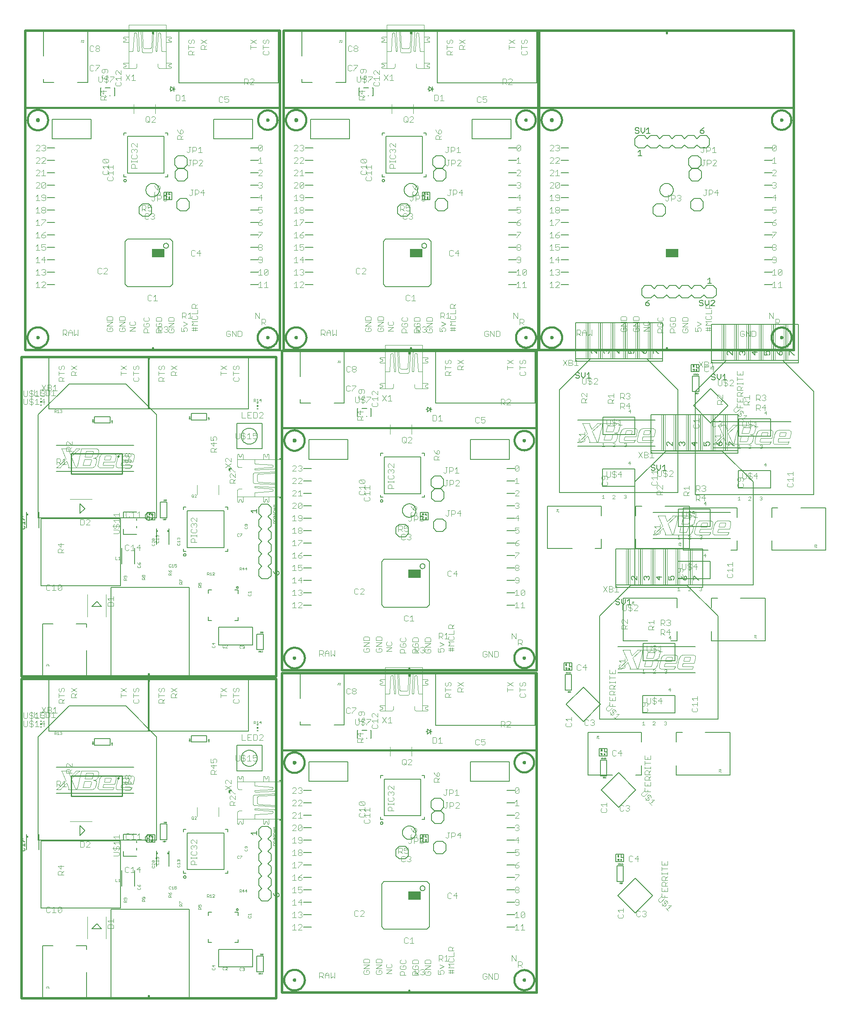
<source format=gto>
G75*
G70*
%OFA0B0*%
%FSLAX24Y24*%
%IPPOS*%
%LPD*%
G04 *
G04 macro definitions for tiled file 'silkStiched.GTO':*
G04 *
%AMOC8*
5,1,8,0,0,1.08239X$1,22.5*
%
G04 *
G04 aperture list for tiled file 'silkStiched.GTO':*
G04 *
%ADD21C,0.0030*%
%ADD18C,0.0020*%
%ADD11C,0.0160*%
%ADD15C,0.0080*%
%ADD20R,0.0125X0.0126*%
%ADD22R,0.0118X0.0059*%
%ADD19C,0.0100*%
%ADD14C,0.0200*%
%ADD23R,0.0118X0.0118*%
%ADD13C,0.0050*%
%ADD16C,0.0060*%
%ADD12C,0.0040*%
%ADD10R,0.1020X0.0660*%
%ADD17C,0.0010*%
G04 *
G04 next data from source file './prgm/top_silk.GTO', *
G04 source file key is 'infile_0003'. *
G04 *
D10*
X052840Y061775D03*
D11*
X052400Y054145D02*
X052400Y054045D01*
X052400Y053995D01*
X060844Y054995D02*
X060846Y055051D01*
X060852Y055107D01*
X060862Y055163D01*
X060875Y055217D01*
X060893Y055271D01*
X060914Y055323D01*
X060938Y055373D01*
X060966Y055422D01*
X060998Y055469D01*
X061033Y055513D01*
X061070Y055555D01*
X061111Y055594D01*
X061154Y055630D01*
X061199Y055663D01*
X061247Y055693D01*
X061297Y055719D01*
X061348Y055742D01*
X061401Y055762D01*
X061455Y055777D01*
X061510Y055789D01*
X061566Y055797D01*
X061622Y055801D01*
X061678Y055801D01*
X061734Y055797D01*
X061790Y055789D01*
X061845Y055777D01*
X061899Y055762D01*
X061952Y055742D01*
X062003Y055719D01*
X062053Y055693D01*
X062101Y055663D01*
X062146Y055630D01*
X062189Y055594D01*
X062230Y055555D01*
X062267Y055513D01*
X062302Y055469D01*
X062334Y055422D01*
X062362Y055373D01*
X062386Y055323D01*
X062407Y055271D01*
X062425Y055217D01*
X062438Y055163D01*
X062448Y055107D01*
X062454Y055051D01*
X062456Y054995D01*
X062454Y054939D01*
X062448Y054883D01*
X062438Y054827D01*
X062425Y054773D01*
X062407Y054719D01*
X062386Y054667D01*
X062362Y054617D01*
X062334Y054568D01*
X062302Y054521D01*
X062267Y054477D01*
X062230Y054435D01*
X062189Y054396D01*
X062146Y054360D01*
X062101Y054327D01*
X062053Y054297D01*
X062003Y054271D01*
X061952Y054248D01*
X061899Y054228D01*
X061845Y054213D01*
X061790Y054201D01*
X061734Y054193D01*
X061678Y054189D01*
X061622Y054189D01*
X061566Y054193D01*
X061510Y054201D01*
X061455Y054213D01*
X061401Y054228D01*
X061348Y054248D01*
X061297Y054271D01*
X061247Y054297D01*
X061199Y054327D01*
X061154Y054360D01*
X061111Y054396D01*
X061070Y054435D01*
X061033Y054477D01*
X060998Y054521D01*
X060966Y054568D01*
X060938Y054617D01*
X060914Y054667D01*
X060893Y054719D01*
X060875Y054773D01*
X060862Y054827D01*
X060852Y054883D01*
X060846Y054939D01*
X060844Y054995D01*
X061600Y054995D02*
X061602Y055008D01*
X061607Y055021D01*
X061616Y055032D01*
X061627Y055039D01*
X061640Y055044D01*
X061653Y055045D01*
X061667Y055042D01*
X061679Y055036D01*
X061689Y055027D01*
X061696Y055015D01*
X061700Y055002D01*
X061700Y054988D01*
X061696Y054975D01*
X061689Y054963D01*
X061679Y054954D01*
X061667Y054948D01*
X061653Y054945D01*
X061640Y054946D01*
X061627Y054951D01*
X061616Y054958D01*
X061607Y054969D01*
X061602Y054982D01*
X061600Y054995D01*
X062650Y053995D02*
X062650Y073495D01*
X062350Y073495D01*
X042450Y073495D01*
X042150Y073495D01*
X042150Y053995D01*
X042450Y053995D01*
X062650Y053995D01*
X060867Y072495D02*
X060869Y072551D01*
X060875Y072606D01*
X060885Y072661D01*
X060899Y072716D01*
X060916Y072769D01*
X060938Y072820D01*
X060963Y072870D01*
X060991Y072918D01*
X061023Y072964D01*
X061058Y073008D01*
X061096Y073049D01*
X061137Y073087D01*
X061181Y073122D01*
X061227Y073154D01*
X061275Y073182D01*
X061325Y073207D01*
X061376Y073229D01*
X061429Y073246D01*
X061484Y073260D01*
X061539Y073270D01*
X061594Y073276D01*
X061650Y073278D01*
X061706Y073276D01*
X061761Y073270D01*
X061816Y073260D01*
X061871Y073246D01*
X061924Y073229D01*
X061975Y073207D01*
X062025Y073182D01*
X062073Y073154D01*
X062119Y073122D01*
X062163Y073087D01*
X062204Y073049D01*
X062242Y073008D01*
X062277Y072964D01*
X062309Y072918D01*
X062337Y072870D01*
X062362Y072820D01*
X062384Y072769D01*
X062401Y072716D01*
X062415Y072661D01*
X062425Y072606D01*
X062431Y072551D01*
X062433Y072495D01*
X062431Y072439D01*
X062425Y072384D01*
X062415Y072329D01*
X062401Y072274D01*
X062384Y072221D01*
X062362Y072170D01*
X062337Y072120D01*
X062309Y072072D01*
X062277Y072026D01*
X062242Y071982D01*
X062204Y071941D01*
X062163Y071903D01*
X062119Y071868D01*
X062073Y071836D01*
X062025Y071808D01*
X061975Y071783D01*
X061924Y071761D01*
X061871Y071744D01*
X061816Y071730D01*
X061761Y071720D01*
X061706Y071714D01*
X061650Y071712D01*
X061594Y071714D01*
X061539Y071720D01*
X061484Y071730D01*
X061429Y071744D01*
X061376Y071761D01*
X061325Y071783D01*
X061275Y071808D01*
X061227Y071836D01*
X061181Y071868D01*
X061137Y071903D01*
X061096Y071941D01*
X061058Y071982D01*
X061023Y072026D01*
X060991Y072072D01*
X060963Y072120D01*
X060938Y072170D01*
X060916Y072221D01*
X060899Y072274D01*
X060885Y072329D01*
X060875Y072384D01*
X060869Y072439D01*
X060867Y072495D01*
X061600Y072495D02*
X061602Y072508D01*
X061607Y072521D01*
X061616Y072532D01*
X061627Y072539D01*
X061640Y072544D01*
X061653Y072545D01*
X061667Y072542D01*
X061679Y072536D01*
X061689Y072527D01*
X061696Y072515D01*
X061700Y072502D01*
X061700Y072488D01*
X061696Y072475D01*
X061689Y072463D01*
X061679Y072454D01*
X061667Y072448D01*
X061653Y072445D01*
X061640Y072446D01*
X061627Y072451D01*
X061616Y072458D01*
X061607Y072469D01*
X061602Y072482D01*
X061600Y072495D01*
X062350Y073495D02*
X062400Y073495D01*
X052400Y079495D02*
X052400Y079695D01*
X042330Y072495D02*
X042332Y072552D01*
X042338Y072609D01*
X042348Y072665D01*
X042362Y072721D01*
X042379Y072775D01*
X042401Y072829D01*
X042426Y072880D01*
X042455Y072930D01*
X042487Y072977D01*
X042522Y073022D01*
X042560Y073065D01*
X042601Y073104D01*
X042645Y073141D01*
X042691Y073175D01*
X042740Y073205D01*
X042791Y073232D01*
X042843Y073255D01*
X042897Y073275D01*
X042952Y073291D01*
X043008Y073303D01*
X043064Y073311D01*
X043121Y073315D01*
X043179Y073315D01*
X043236Y073311D01*
X043292Y073303D01*
X043348Y073291D01*
X043403Y073275D01*
X043457Y073255D01*
X043509Y073232D01*
X043560Y073205D01*
X043609Y073175D01*
X043655Y073141D01*
X043699Y073104D01*
X043740Y073065D01*
X043778Y073022D01*
X043813Y072977D01*
X043845Y072930D01*
X043874Y072880D01*
X043899Y072829D01*
X043921Y072775D01*
X043938Y072721D01*
X043952Y072665D01*
X043962Y072609D01*
X043968Y072552D01*
X043970Y072495D01*
X043968Y072438D01*
X043962Y072381D01*
X043952Y072325D01*
X043938Y072269D01*
X043921Y072215D01*
X043899Y072161D01*
X043874Y072110D01*
X043845Y072060D01*
X043813Y072013D01*
X043778Y071968D01*
X043740Y071925D01*
X043699Y071886D01*
X043655Y071849D01*
X043609Y071815D01*
X043560Y071785D01*
X043509Y071758D01*
X043457Y071735D01*
X043403Y071715D01*
X043348Y071699D01*
X043292Y071687D01*
X043236Y071679D01*
X043179Y071675D01*
X043121Y071675D01*
X043064Y071679D01*
X043008Y071687D01*
X042952Y071699D01*
X042897Y071715D01*
X042843Y071735D01*
X042791Y071758D01*
X042740Y071785D01*
X042691Y071815D01*
X042645Y071849D01*
X042601Y071886D01*
X042560Y071925D01*
X042522Y071968D01*
X042487Y072013D01*
X042455Y072060D01*
X042426Y072110D01*
X042401Y072161D01*
X042379Y072215D01*
X042362Y072269D01*
X042348Y072325D01*
X042338Y072381D01*
X042332Y072438D01*
X042330Y072495D01*
X043079Y072495D02*
X043081Y072511D01*
X043087Y072527D01*
X043096Y072541D01*
X043108Y072552D01*
X043122Y072560D01*
X043138Y072565D01*
X043154Y072566D01*
X043170Y072563D01*
X043185Y072556D01*
X043199Y072547D01*
X043209Y072534D01*
X043217Y072519D01*
X043221Y072503D01*
X043221Y072487D01*
X043217Y072471D01*
X043209Y072456D01*
X043199Y072443D01*
X043186Y072434D01*
X043170Y072427D01*
X043154Y072424D01*
X043138Y072425D01*
X043122Y072430D01*
X043108Y072438D01*
X043096Y072449D01*
X043087Y072463D01*
X043081Y072479D01*
X043079Y072495D01*
X042450Y073495D02*
X042400Y073495D01*
X042322Y054995D02*
X042324Y055052D01*
X042330Y055109D01*
X042340Y055165D01*
X042353Y055221D01*
X042371Y055275D01*
X042392Y055328D01*
X042417Y055380D01*
X042445Y055429D01*
X042477Y055477D01*
X042512Y055522D01*
X042550Y055565D01*
X042590Y055605D01*
X042634Y055642D01*
X042680Y055676D01*
X042728Y055707D01*
X042778Y055735D01*
X042830Y055759D01*
X042883Y055779D01*
X042938Y055795D01*
X042994Y055808D01*
X043050Y055817D01*
X043107Y055822D01*
X043164Y055823D01*
X043221Y055820D01*
X043278Y055813D01*
X043334Y055802D01*
X043390Y055788D01*
X043444Y055769D01*
X043496Y055747D01*
X043547Y055721D01*
X043597Y055692D01*
X043644Y055660D01*
X043688Y055624D01*
X043730Y055586D01*
X043770Y055544D01*
X043806Y055500D01*
X043839Y055454D01*
X043869Y055405D01*
X043896Y055354D01*
X043919Y055302D01*
X043938Y055248D01*
X043954Y055193D01*
X043966Y055137D01*
X043974Y055081D01*
X043978Y055024D01*
X043978Y054966D01*
X043974Y054909D01*
X043966Y054853D01*
X043954Y054797D01*
X043938Y054742D01*
X043919Y054688D01*
X043896Y054636D01*
X043869Y054585D01*
X043839Y054536D01*
X043806Y054490D01*
X043770Y054446D01*
X043730Y054404D01*
X043688Y054366D01*
X043644Y054330D01*
X043597Y054298D01*
X043547Y054269D01*
X043496Y054243D01*
X043444Y054221D01*
X043390Y054202D01*
X043334Y054188D01*
X043278Y054177D01*
X043221Y054170D01*
X043164Y054167D01*
X043107Y054168D01*
X043050Y054173D01*
X042994Y054182D01*
X042938Y054195D01*
X042883Y054211D01*
X042830Y054231D01*
X042778Y054255D01*
X042728Y054283D01*
X042680Y054314D01*
X042634Y054348D01*
X042590Y054385D01*
X042550Y054425D01*
X042512Y054468D01*
X042477Y054513D01*
X042445Y054561D01*
X042417Y054610D01*
X042392Y054662D01*
X042371Y054715D01*
X042353Y054769D01*
X042340Y054825D01*
X042330Y054881D01*
X042324Y054938D01*
X042322Y054995D01*
X043100Y054995D02*
X043102Y055008D01*
X043107Y055021D01*
X043116Y055032D01*
X043127Y055039D01*
X043140Y055044D01*
X043153Y055045D01*
X043167Y055042D01*
X043179Y055036D01*
X043189Y055027D01*
X043196Y055015D01*
X043200Y055002D01*
X043200Y054988D01*
X043196Y054975D01*
X043189Y054963D01*
X043179Y054954D01*
X043167Y054948D01*
X043153Y054945D01*
X043140Y054946D01*
X043127Y054951D01*
X043116Y054958D01*
X043107Y054969D01*
X043102Y054982D01*
X043100Y054995D01*
X042450Y053995D02*
X042400Y053995D01*
D12*
X045170Y055140D02*
X045170Y055600D01*
X045400Y055600D01*
X045477Y055524D01*
X045477Y055370D01*
X045400Y055293D01*
X045170Y055293D01*
X045324Y055293D02*
X045477Y055140D01*
X045631Y055140D02*
X045631Y055447D01*
X045784Y055600D01*
X045938Y055447D01*
X045938Y055140D01*
X046091Y055140D02*
X046244Y055293D01*
X046398Y055140D01*
X046398Y055600D01*
X046091Y055600D02*
X046091Y055140D01*
X045938Y055370D02*
X045631Y055370D01*
X043767Y059015D02*
X043460Y059015D01*
X043767Y059322D01*
X043767Y059399D01*
X043690Y059475D01*
X043537Y059475D01*
X043460Y059399D01*
X043153Y059475D02*
X043153Y059015D01*
X043000Y059015D02*
X043306Y059015D01*
X043000Y059322D02*
X043153Y059475D01*
X043153Y060015D02*
X043153Y060475D01*
X043000Y060322D01*
X043000Y060015D02*
X043306Y060015D01*
X043460Y060092D02*
X043537Y060015D01*
X043690Y060015D01*
X043767Y060092D01*
X043767Y060168D01*
X043690Y060245D01*
X043613Y060245D01*
X043690Y060245D02*
X043767Y060322D01*
X043767Y060399D01*
X043690Y060475D01*
X043537Y060475D01*
X043460Y060399D01*
X043306Y061015D02*
X043000Y061015D01*
X043153Y061015D02*
X043153Y061475D01*
X043000Y061322D01*
X043460Y061245D02*
X043767Y061245D01*
X043690Y061015D02*
X043690Y061475D01*
X043460Y061245D01*
X043537Y062015D02*
X043460Y062092D01*
X043537Y062015D02*
X043690Y062015D01*
X043767Y062092D01*
X043767Y062245D01*
X043690Y062322D01*
X043613Y062322D01*
X043460Y062245D01*
X043460Y062475D01*
X043767Y062475D01*
X043690Y063015D02*
X043767Y063092D01*
X043767Y063168D01*
X043690Y063245D01*
X043460Y063245D01*
X043460Y063092D01*
X043537Y063015D01*
X043690Y063015D01*
X043460Y063245D02*
X043613Y063399D01*
X043767Y063475D01*
X043460Y064015D02*
X043460Y064092D01*
X043767Y064399D01*
X043767Y064475D01*
X043460Y064475D01*
X043153Y064475D02*
X043153Y064015D01*
X043000Y064015D02*
X043306Y064015D01*
X043000Y064322D02*
X043153Y064475D01*
X043153Y065015D02*
X043153Y065475D01*
X043000Y065322D01*
X043000Y065015D02*
X043306Y065015D01*
X043460Y065092D02*
X043460Y065168D01*
X043537Y065245D01*
X043690Y065245D01*
X043767Y065168D01*
X043767Y065092D01*
X043690Y065015D01*
X043537Y065015D01*
X043460Y065092D01*
X043537Y065245D02*
X043460Y065322D01*
X043460Y065399D01*
X043537Y065475D01*
X043690Y065475D01*
X043767Y065399D01*
X043767Y065322D01*
X043690Y065245D01*
X043690Y066015D02*
X043767Y066092D01*
X043767Y066399D01*
X043690Y066475D01*
X043537Y066475D01*
X043460Y066399D01*
X043460Y066322D01*
X043537Y066245D01*
X043767Y066245D01*
X043690Y066015D02*
X043537Y066015D01*
X043460Y066092D01*
X043306Y066015D02*
X043000Y066015D01*
X043153Y066015D02*
X043153Y066475D01*
X043000Y066322D01*
X043000Y067015D02*
X043306Y067322D01*
X043306Y067399D01*
X043230Y067475D01*
X043076Y067475D01*
X043000Y067399D01*
X043000Y067015D02*
X043306Y067015D01*
X043460Y067092D02*
X043767Y067399D01*
X043767Y067092D01*
X043690Y067015D01*
X043537Y067015D01*
X043460Y067092D01*
X043460Y067399D01*
X043537Y067475D01*
X043690Y067475D01*
X043767Y067399D01*
X043767Y068015D02*
X043460Y068015D01*
X043613Y068015D02*
X043613Y068475D01*
X043460Y068322D01*
X043306Y068322D02*
X043306Y068399D01*
X043230Y068475D01*
X043076Y068475D01*
X043000Y068399D01*
X043306Y068322D02*
X043000Y068015D01*
X043306Y068015D01*
X043306Y069015D02*
X043000Y069015D01*
X043306Y069322D01*
X043306Y069399D01*
X043230Y069475D01*
X043076Y069475D01*
X043000Y069399D01*
X043460Y069399D02*
X043537Y069475D01*
X043690Y069475D01*
X043767Y069399D01*
X043767Y069322D01*
X043460Y069015D01*
X043767Y069015D01*
X043690Y070015D02*
X043537Y070015D01*
X043460Y070092D01*
X043306Y070015D02*
X043000Y070015D01*
X043306Y070322D01*
X043306Y070399D01*
X043230Y070475D01*
X043076Y070475D01*
X043000Y070399D01*
X043460Y070399D02*
X043537Y070475D01*
X043690Y070475D01*
X043767Y070399D01*
X043767Y070322D01*
X043690Y070245D01*
X043767Y070168D01*
X043767Y070092D01*
X043690Y070015D01*
X043690Y070245D02*
X043613Y070245D01*
X043153Y063475D02*
X043153Y063015D01*
X043000Y063015D02*
X043306Y063015D01*
X043000Y063322D02*
X043153Y063475D01*
X043153Y062475D02*
X043000Y062322D01*
X043153Y062475D02*
X043153Y062015D01*
X043000Y062015D02*
X043306Y062015D01*
X048720Y056616D02*
X048720Y056386D01*
X049180Y056386D01*
X049180Y056616D01*
X049104Y056693D01*
X048797Y056693D01*
X048720Y056616D01*
X048720Y056232D02*
X049180Y056232D01*
X048720Y055925D01*
X049180Y055925D01*
X049104Y055772D02*
X048950Y055772D01*
X048950Y055618D01*
X048797Y055465D02*
X049104Y055465D01*
X049180Y055542D01*
X049180Y055695D01*
X049104Y055772D01*
X048797Y055772D02*
X048720Y055695D01*
X048720Y055542D01*
X048797Y055465D01*
X049720Y055542D02*
X049797Y055465D01*
X050104Y055465D01*
X050180Y055542D01*
X050180Y055695D01*
X050104Y055772D01*
X049950Y055772D01*
X049950Y055618D01*
X049797Y055772D02*
X049720Y055695D01*
X049720Y055542D01*
X049720Y055925D02*
X050180Y056232D01*
X049720Y056232D01*
X049720Y056386D02*
X049720Y056616D01*
X049797Y056693D01*
X050104Y056693D01*
X050180Y056616D01*
X050180Y056386D01*
X049720Y056386D01*
X049720Y055925D02*
X050180Y055925D01*
X050545Y055822D02*
X051005Y055822D01*
X050545Y055515D01*
X051005Y055515D01*
X050929Y055975D02*
X050622Y055975D01*
X050545Y056052D01*
X050545Y056205D01*
X050622Y056282D01*
X050929Y056282D02*
X051005Y056205D01*
X051005Y056052D01*
X050929Y055975D01*
X051670Y055927D02*
X051747Y055850D01*
X052054Y055850D01*
X052130Y055927D01*
X052130Y056080D01*
X052054Y056157D01*
X051900Y056157D01*
X051900Y056004D01*
X051747Y056157D02*
X051670Y056080D01*
X051670Y055927D01*
X051747Y055697D02*
X051900Y055697D01*
X051977Y055620D01*
X051977Y055390D01*
X052130Y055390D02*
X051670Y055390D01*
X051670Y055620D01*
X051747Y055697D01*
X051747Y056311D02*
X052054Y056311D01*
X052130Y056387D01*
X052130Y056541D01*
X052054Y056618D01*
X051747Y056618D02*
X051670Y056541D01*
X051670Y056387D01*
X051747Y056311D01*
X052670Y056311D02*
X052670Y056541D01*
X052747Y056618D01*
X053054Y056618D01*
X053130Y056541D01*
X053130Y056311D01*
X052670Y056311D01*
X052747Y056157D02*
X052670Y056080D01*
X052670Y055927D01*
X052747Y055850D01*
X053054Y055850D01*
X053130Y055927D01*
X053130Y056080D01*
X053054Y056157D01*
X052900Y056157D01*
X052900Y056004D01*
X052900Y055697D02*
X052747Y055697D01*
X052670Y055620D01*
X052670Y055390D01*
X053130Y055390D01*
X052977Y055390D02*
X052977Y055620D01*
X052900Y055697D01*
X053670Y055620D02*
X053670Y055467D01*
X053747Y055390D01*
X054054Y055390D01*
X054130Y055467D01*
X054130Y055620D01*
X054054Y055697D01*
X053900Y055697D01*
X053900Y055543D01*
X053747Y055697D02*
X053670Y055620D01*
X053670Y055850D02*
X054130Y056157D01*
X053670Y056157D01*
X053670Y056311D02*
X053670Y056541D01*
X053747Y056618D01*
X054054Y056618D01*
X054130Y056541D01*
X054130Y056311D01*
X053670Y056311D01*
X053670Y055850D02*
X054130Y055850D01*
X054720Y055772D02*
X054720Y055465D01*
X054950Y055465D01*
X054873Y055618D01*
X054873Y055695D01*
X054950Y055772D01*
X055104Y055772D01*
X055180Y055695D01*
X055180Y055542D01*
X055104Y055465D01*
X054873Y055925D02*
X055180Y056079D01*
X054873Y056232D01*
X055545Y056282D02*
X056005Y056282D01*
X055929Y056436D02*
X056005Y056512D01*
X056005Y056666D01*
X055929Y056743D01*
X056005Y056896D02*
X056005Y057203D01*
X056005Y057356D02*
X055545Y057356D01*
X055545Y057586D01*
X055622Y057663D01*
X055775Y057663D01*
X055852Y057586D01*
X055852Y057356D01*
X055852Y057510D02*
X056005Y057663D01*
X056005Y056896D02*
X055545Y056896D01*
X055622Y056743D02*
X055545Y056666D01*
X055545Y056512D01*
X055622Y056436D01*
X055929Y056436D01*
X055698Y056129D02*
X055545Y056282D01*
X055698Y056129D02*
X055545Y055975D01*
X056005Y055975D01*
X055852Y055822D02*
X055852Y055515D01*
X055698Y055515D02*
X055698Y055745D01*
X055698Y055822D01*
X055545Y055745D02*
X056005Y055745D01*
X056005Y055592D02*
X055545Y055592D01*
X058339Y055449D02*
X058339Y055142D01*
X058416Y055065D01*
X058569Y055065D01*
X058646Y055142D01*
X058646Y055295D01*
X058493Y055295D01*
X058646Y055449D02*
X058569Y055525D01*
X058416Y055525D01*
X058339Y055449D01*
X058800Y055525D02*
X058800Y055065D01*
X059106Y055065D02*
X059106Y055525D01*
X059260Y055525D02*
X059490Y055525D01*
X059567Y055449D01*
X059567Y055142D01*
X059490Y055065D01*
X059260Y055065D01*
X059260Y055525D01*
X058800Y055525D02*
X059106Y055065D01*
X060670Y056515D02*
X060670Y056975D01*
X060977Y056515D01*
X060977Y056975D01*
X061170Y056475D02*
X061400Y056475D01*
X061477Y056399D01*
X061477Y056245D01*
X061400Y056168D01*
X061170Y056168D01*
X061170Y056015D02*
X061170Y056475D01*
X061324Y056168D02*
X061477Y056015D01*
X061534Y059015D02*
X061534Y059475D01*
X061381Y059322D01*
X061381Y059015D02*
X061688Y059015D01*
X061227Y059015D02*
X060920Y059015D01*
X061074Y059015D02*
X061074Y059475D01*
X060920Y059322D01*
X060920Y060015D02*
X061227Y060015D01*
X061074Y060015D02*
X061074Y060475D01*
X060920Y060322D01*
X061381Y060399D02*
X061381Y060092D01*
X061688Y060399D01*
X061688Y060092D01*
X061611Y060015D01*
X061457Y060015D01*
X061381Y060092D01*
X061381Y060399D02*
X061457Y060475D01*
X061611Y060475D01*
X061688Y060399D01*
X061150Y061015D02*
X061227Y061092D01*
X061227Y061399D01*
X061150Y061475D01*
X060997Y061475D01*
X060920Y061399D01*
X060920Y061322D01*
X060997Y061245D01*
X061227Y061245D01*
X061150Y061015D02*
X060997Y061015D01*
X060920Y061092D01*
X060997Y062015D02*
X060920Y062092D01*
X060920Y062168D01*
X060997Y062245D01*
X061150Y062245D01*
X061227Y062168D01*
X061227Y062092D01*
X061150Y062015D01*
X060997Y062015D01*
X060997Y062245D02*
X060920Y062322D01*
X060920Y062399D01*
X060997Y062475D01*
X061150Y062475D01*
X061227Y062399D01*
X061227Y062322D01*
X061150Y062245D01*
X060920Y063015D02*
X060920Y063092D01*
X061227Y063399D01*
X061227Y063475D01*
X060920Y063475D01*
X060997Y064015D02*
X061150Y064015D01*
X061227Y064092D01*
X061227Y064168D01*
X061150Y064245D01*
X060920Y064245D01*
X060920Y064092D01*
X060997Y064015D01*
X060920Y064245D02*
X061074Y064399D01*
X061227Y064475D01*
X061150Y065015D02*
X060997Y065015D01*
X060920Y065092D01*
X060920Y065245D02*
X061074Y065322D01*
X061150Y065322D01*
X061227Y065245D01*
X061227Y065092D01*
X061150Y065015D01*
X060920Y065245D02*
X060920Y065475D01*
X061227Y065475D01*
X061150Y066015D02*
X061150Y066475D01*
X060920Y066245D01*
X061227Y066245D01*
X061150Y067015D02*
X060997Y067015D01*
X060920Y067092D01*
X061074Y067245D02*
X061150Y067245D01*
X061227Y067168D01*
X061227Y067092D01*
X061150Y067015D01*
X061150Y067245D02*
X061227Y067322D01*
X061227Y067399D01*
X061150Y067475D01*
X060997Y067475D01*
X060920Y067399D01*
X060920Y068015D02*
X061227Y068322D01*
X061227Y068399D01*
X061150Y068475D01*
X060997Y068475D01*
X060920Y068399D01*
X060920Y068015D02*
X061227Y068015D01*
X061227Y069015D02*
X060920Y069015D01*
X061074Y069015D02*
X061074Y069475D01*
X060920Y069322D01*
X060997Y070015D02*
X060920Y070092D01*
X061227Y070399D01*
X061227Y070092D01*
X061150Y070015D01*
X060997Y070015D01*
X060920Y070092D02*
X060920Y070399D01*
X060997Y070475D01*
X061150Y070475D01*
X061227Y070399D01*
X056428Y069209D02*
X056428Y069132D01*
X056121Y068825D01*
X056428Y068825D01*
X056428Y069209D02*
X056351Y069285D01*
X056198Y069285D01*
X056121Y069209D01*
X055968Y069209D02*
X055968Y069055D01*
X055891Y068978D01*
X055661Y068978D01*
X055661Y068825D02*
X055661Y069285D01*
X055891Y069285D01*
X055968Y069209D01*
X056081Y069865D02*
X056388Y069865D01*
X056234Y069865D02*
X056234Y070325D01*
X056081Y070172D01*
X055928Y070249D02*
X055928Y070095D01*
X055851Y070018D01*
X055621Y070018D01*
X055621Y069865D02*
X055621Y070325D01*
X055851Y070325D01*
X055928Y070249D01*
X055467Y070325D02*
X055314Y070325D01*
X055390Y070325D02*
X055390Y069942D01*
X055314Y069865D01*
X055237Y069865D01*
X055160Y069942D01*
X055354Y069285D02*
X055507Y069285D01*
X055430Y069285D02*
X055430Y068902D01*
X055354Y068825D01*
X055277Y068825D01*
X055200Y068902D01*
X055494Y066865D02*
X055647Y066865D01*
X055570Y066865D02*
X055570Y066482D01*
X055494Y066405D01*
X055417Y066405D01*
X055340Y066482D01*
X055801Y066558D02*
X056031Y066558D01*
X056108Y066635D01*
X056108Y066789D01*
X056031Y066865D01*
X055801Y066865D01*
X055801Y066405D01*
X056261Y066635D02*
X056568Y066635D01*
X056491Y066405D02*
X056491Y066865D01*
X056261Y066635D01*
X053548Y066369D02*
X053548Y066292D01*
X053471Y066215D01*
X053548Y066138D01*
X053548Y066062D01*
X053471Y065985D01*
X053318Y065985D01*
X053241Y066062D01*
X053088Y066215D02*
X053088Y066369D01*
X053011Y066445D01*
X052781Y066445D01*
X052781Y065985D01*
X052781Y066138D02*
X053011Y066138D01*
X053088Y066215D01*
X053241Y066369D02*
X053318Y066445D01*
X053471Y066445D01*
X053548Y066369D01*
X053471Y066215D02*
X053394Y066215D01*
X052627Y066445D02*
X052474Y066445D01*
X052550Y066445D02*
X052550Y066062D01*
X052474Y065985D01*
X052397Y065985D01*
X052320Y066062D01*
D13*
X051859Y066845D02*
X051861Y066891D01*
X051867Y066936D01*
X051876Y066981D01*
X051890Y067025D01*
X051907Y067068D01*
X051928Y067109D01*
X051952Y067148D01*
X051979Y067185D01*
X052009Y067219D01*
X052043Y067251D01*
X052078Y067280D01*
X052116Y067306D01*
X052156Y067328D01*
X052198Y067347D01*
X052242Y067362D01*
X052286Y067374D01*
X052331Y067382D01*
X052377Y067386D01*
X052423Y067386D01*
X052469Y067382D01*
X052514Y067374D01*
X052558Y067362D01*
X052602Y067347D01*
X052644Y067328D01*
X052684Y067306D01*
X052722Y067280D01*
X052757Y067251D01*
X052791Y067219D01*
X052821Y067185D01*
X052848Y067148D01*
X052872Y067109D01*
X052893Y067068D01*
X052910Y067025D01*
X052924Y066981D01*
X052933Y066936D01*
X052939Y066891D01*
X052941Y066845D01*
X052939Y066799D01*
X052933Y066754D01*
X052924Y066709D01*
X052910Y066665D01*
X052893Y066622D01*
X052872Y066581D01*
X052848Y066542D01*
X052821Y066505D01*
X052791Y066471D01*
X052757Y066439D01*
X052722Y066410D01*
X052684Y066384D01*
X052644Y066362D01*
X052602Y066343D01*
X052558Y066328D01*
X052514Y066316D01*
X052469Y066308D01*
X052423Y066304D01*
X052377Y066304D01*
X052331Y066308D01*
X052286Y066316D01*
X052242Y066328D01*
X052198Y066343D01*
X052156Y066362D01*
X052116Y066384D01*
X052078Y066410D01*
X052043Y066439D01*
X052009Y066471D01*
X051979Y066505D01*
X051952Y066542D01*
X051928Y066581D01*
X051907Y066622D01*
X051890Y066665D01*
X051876Y066709D01*
X051867Y066754D01*
X051861Y066799D01*
X051859Y066845D01*
X050426Y069620D02*
X050125Y069620D01*
X050275Y069620D02*
X050275Y070070D01*
X050125Y069920D01*
X050100Y071420D02*
X049950Y071420D01*
X049875Y071495D01*
X049950Y071645D02*
X050100Y071645D01*
X050176Y071570D01*
X050176Y071495D01*
X050100Y071420D01*
X049950Y071645D02*
X049875Y071720D01*
X049875Y071795D01*
X049950Y071870D01*
X050100Y071870D01*
X050176Y071795D01*
X050336Y071870D02*
X050336Y071570D01*
X050486Y071420D01*
X050636Y071570D01*
X050636Y071870D01*
X050796Y071720D02*
X050946Y071870D01*
X050946Y071420D01*
X050796Y071420D02*
X051096Y071420D01*
X055125Y071495D02*
X055200Y071420D01*
X055350Y071420D01*
X055426Y071495D01*
X055426Y071570D01*
X055350Y071645D01*
X055125Y071645D01*
X055125Y071495D01*
X055125Y071645D02*
X055275Y071795D01*
X055426Y071870D01*
X060275Y070245D02*
X060900Y070245D01*
X060900Y069245D02*
X060275Y069245D01*
X060275Y068245D02*
X060900Y068245D01*
X060900Y067245D02*
X060275Y067245D01*
X060275Y066245D02*
X060900Y066245D01*
X060900Y065245D02*
X060275Y065245D01*
X060275Y064245D02*
X060900Y064245D01*
X060900Y063245D02*
X060275Y063245D01*
X060275Y062245D02*
X060900Y062245D01*
X060900Y061245D02*
X060275Y061245D01*
X060275Y060245D02*
X060900Y060245D01*
X060900Y059245D02*
X060275Y059245D01*
X056275Y057915D02*
X056200Y057990D01*
X056050Y057990D01*
X055975Y057915D01*
X055815Y057990D02*
X055815Y057690D01*
X055665Y057540D01*
X055515Y057690D01*
X055515Y057990D01*
X055354Y057915D02*
X055279Y057990D01*
X055129Y057990D01*
X055054Y057915D01*
X055054Y057840D01*
X055129Y057765D01*
X055279Y057765D01*
X055354Y057690D01*
X055354Y057615D01*
X055279Y057540D01*
X055129Y057540D01*
X055054Y057615D01*
X055975Y057540D02*
X056275Y057840D01*
X056275Y057915D01*
X056275Y057540D02*
X055975Y057540D01*
X056025Y059340D02*
X055725Y059340D01*
X055875Y059340D02*
X055875Y059790D01*
X055725Y059640D01*
X051025Y057990D02*
X050875Y057915D01*
X050725Y057765D01*
X050950Y057765D01*
X051025Y057690D01*
X051025Y057615D01*
X050950Y057540D01*
X050800Y057540D01*
X050725Y057615D01*
X050725Y057765D01*
X044525Y059245D02*
X043900Y059245D01*
X043900Y060245D02*
X044525Y060245D01*
X044525Y061245D02*
X043900Y061245D01*
X043900Y062245D02*
X044525Y062245D01*
X044525Y063245D02*
X043900Y063245D01*
X043900Y064245D02*
X044525Y064245D01*
X044525Y065245D02*
X043900Y065245D01*
X043900Y066245D02*
X044525Y066245D01*
X044525Y067245D02*
X043900Y067245D01*
X043900Y068245D02*
X044525Y068245D01*
X044525Y069245D02*
X043900Y069245D01*
X043900Y070245D02*
X044525Y070245D01*
X042150Y072495D02*
X042150Y073495D01*
X062650Y073495D02*
X062650Y072995D01*
D14*
X052400Y053995D02*
X042150Y053995D01*
X042150Y066845D01*
X042150Y072495D01*
X042150Y079695D01*
X052400Y079695D01*
X062650Y079695D01*
X062650Y072995D01*
X062650Y066845D01*
X062650Y053995D01*
X052400Y053995D01*
D15*
X052080Y064745D02*
X051580Y064745D01*
X051330Y064995D01*
X051330Y065495D01*
X051580Y065745D01*
X052080Y065745D01*
X052330Y065495D01*
X052330Y064995D01*
X052080Y064745D01*
X054350Y065415D02*
X054600Y065165D01*
X055100Y065165D01*
X055350Y065415D01*
X055350Y065915D01*
X055100Y066165D01*
X054600Y066165D01*
X054350Y065915D01*
X054350Y065415D01*
X054460Y067585D02*
X054210Y067835D01*
X054210Y068335D01*
X054460Y068585D01*
X054960Y068585D01*
X055210Y068335D01*
X055210Y067835D01*
X054960Y067585D01*
X054460Y067585D01*
X054420Y068625D02*
X054920Y068625D01*
X055170Y068875D01*
X055170Y069375D01*
X054920Y069625D01*
X054420Y069625D01*
X054170Y069375D01*
X054170Y068875D01*
X054420Y068625D01*
D16*
X054600Y070245D02*
X054100Y070245D01*
X053850Y070495D01*
X053600Y070245D01*
X053100Y070245D01*
X052850Y070495D01*
X052600Y070245D01*
X052100Y070245D01*
X051850Y070495D01*
X051600Y070245D01*
X051100Y070245D01*
X050850Y070495D01*
X050600Y070245D01*
X050100Y070245D01*
X049850Y070495D01*
X049850Y070995D01*
X050100Y071245D01*
X050600Y071245D01*
X050850Y070995D01*
X051100Y071245D01*
X051600Y071245D01*
X051850Y070995D01*
X052100Y071245D01*
X052600Y071245D01*
X052850Y070995D01*
X053100Y071245D01*
X053600Y071245D01*
X053850Y070995D01*
X054100Y071245D01*
X054600Y071245D01*
X054850Y070995D01*
X055100Y071245D01*
X055600Y071245D01*
X055850Y070995D01*
X055850Y070495D01*
X055600Y070245D01*
X055100Y070245D01*
X054850Y070495D01*
X054600Y070245D01*
X054660Y059165D02*
X055160Y059165D01*
X055410Y058915D01*
X055660Y059165D01*
X056160Y059165D01*
X056410Y058915D01*
X056410Y058415D01*
X056160Y058165D01*
X055660Y058165D01*
X055410Y058415D01*
X055160Y058165D01*
X054660Y058165D01*
X054410Y058415D01*
X054160Y058165D01*
X053660Y058165D01*
X053410Y058415D01*
X053160Y058165D01*
X052660Y058165D01*
X052410Y058415D01*
X052160Y058165D01*
X051660Y058165D01*
X051410Y058415D01*
X051160Y058165D01*
X050660Y058165D01*
X050410Y058415D01*
X050410Y058915D01*
X050660Y059165D01*
X051160Y059165D01*
X051410Y058915D01*
X051660Y059165D01*
X052160Y059165D01*
X052410Y058915D01*
X052660Y059165D01*
X053160Y059165D01*
X053410Y058915D01*
X053660Y059165D01*
X054160Y059165D01*
X054410Y058915D01*
X054660Y059165D01*
G04 *
G04 next data from source file './dyio2/top_silk.GTO', *
G04 source file key is 'infile_0010'. *
G04 *
D10*
X011474Y061775D03*
D16*
X011910Y062373D02*
X011912Y062400D01*
X011918Y062427D01*
X011927Y062453D01*
X011940Y062477D01*
X011956Y062500D01*
X011975Y062519D01*
X011997Y062536D01*
X012021Y062550D01*
X012046Y062560D01*
X012073Y062567D01*
X012100Y062570D01*
X012128Y062569D01*
X012155Y062564D01*
X012181Y062556D01*
X012205Y062544D01*
X012228Y062528D01*
X012249Y062510D01*
X012266Y062489D01*
X012281Y062465D01*
X012292Y062440D01*
X012300Y062414D01*
X012304Y062387D01*
X012304Y062359D01*
X012300Y062332D01*
X012292Y062306D01*
X012281Y062281D01*
X012266Y062257D01*
X012249Y062236D01*
X012228Y062218D01*
X012206Y062202D01*
X012181Y062190D01*
X012155Y062182D01*
X012128Y062177D01*
X012100Y062176D01*
X012073Y062179D01*
X012046Y062186D01*
X012021Y062196D01*
X011997Y062210D01*
X011975Y062227D01*
X011956Y062246D01*
X011940Y062269D01*
X011927Y062293D01*
X011918Y062319D01*
X011912Y062346D01*
X011910Y062373D01*
X012451Y062914D02*
X009007Y062914D01*
X008811Y062717D01*
X008811Y059274D01*
X009007Y059077D01*
X012451Y059077D01*
X012648Y059274D01*
X012648Y062717D01*
X012451Y062914D01*
X007977Y074442D02*
X007939Y074442D01*
X007977Y074442D02*
X007977Y075080D01*
X007939Y075080D01*
X007622Y075080D02*
X007211Y075080D01*
X006894Y075080D02*
X006857Y075080D01*
X006857Y074442D01*
X006894Y074442D01*
X007211Y074442D02*
X007248Y074442D01*
X007585Y074442D02*
X007622Y074442D01*
D15*
X005809Y075509D02*
X004982Y075509D01*
X005809Y075509D02*
X005809Y079721D01*
X002265Y079721D01*
X002265Y077635D01*
X002265Y075784D02*
X002265Y075509D01*
X003092Y075509D01*
X010214Y065745D02*
X009964Y065495D01*
X009964Y064995D01*
X010214Y064745D01*
X010714Y064745D01*
X010964Y064995D01*
X010964Y065495D01*
X010714Y065745D01*
X010214Y065745D01*
X012844Y067835D02*
X013094Y067585D01*
X013594Y067585D01*
X013844Y067835D01*
X013844Y068335D01*
X013594Y068585D01*
X013094Y068585D01*
X012844Y068335D01*
X012844Y067835D01*
X013054Y068625D02*
X012804Y068875D01*
X012804Y069375D01*
X013054Y069625D01*
X013554Y069625D01*
X013804Y069375D01*
X013804Y068875D01*
X013554Y068625D01*
X013054Y068625D01*
X013234Y066165D02*
X012984Y065915D01*
X012984Y065415D01*
X013234Y065165D01*
X013734Y065165D01*
X013984Y065415D01*
X013984Y065915D01*
X013734Y066165D01*
X013234Y066165D01*
D17*
X005495Y078748D02*
X005395Y078748D01*
X005495Y078848D01*
X005495Y078873D01*
X005470Y078898D01*
X005420Y078898D01*
X005395Y078873D01*
X005348Y078898D02*
X005297Y078898D01*
X005322Y078898D02*
X005322Y078773D01*
X005297Y078748D01*
X005272Y078748D01*
X005247Y078773D01*
D12*
X005978Y078390D02*
X005978Y078083D01*
X006054Y078006D01*
X006208Y078006D01*
X006285Y078083D01*
X006438Y078083D02*
X006438Y078159D01*
X006515Y078236D01*
X006668Y078236D01*
X006745Y078159D01*
X006745Y078083D01*
X006668Y078006D01*
X006515Y078006D01*
X006438Y078083D01*
X006515Y078236D02*
X006438Y078313D01*
X006438Y078390D01*
X006515Y078466D01*
X006668Y078466D01*
X006745Y078390D01*
X006745Y078313D01*
X006668Y078236D01*
X006285Y078390D02*
X006208Y078466D01*
X006054Y078466D01*
X005978Y078390D01*
X006050Y076909D02*
X005973Y076832D01*
X005973Y076525D01*
X006050Y076449D01*
X006204Y076449D01*
X006280Y076525D01*
X006434Y076525D02*
X006434Y076449D01*
X006434Y076525D02*
X006741Y076832D01*
X006741Y076909D01*
X006434Y076909D01*
X006280Y076832D02*
X006204Y076909D01*
X006050Y076909D01*
X006687Y075992D02*
X006687Y075608D01*
X006763Y075531D01*
X006917Y075531D01*
X006994Y075608D01*
X006994Y075992D01*
X006962Y076048D02*
X006962Y075894D01*
X007039Y075818D01*
X007346Y075818D01*
X007422Y075894D01*
X007422Y076048D01*
X007346Y076125D01*
X007300Y076069D02*
X007300Y075455D01*
X007224Y075531D02*
X007377Y075531D01*
X007454Y075608D01*
X007454Y075685D01*
X007377Y075762D01*
X007224Y075762D01*
X007147Y075838D01*
X007147Y075915D01*
X007224Y075992D01*
X007377Y075992D01*
X007454Y075915D01*
X007607Y075992D02*
X007914Y075992D01*
X007914Y075915D01*
X007607Y075608D01*
X007607Y075531D01*
X007224Y075531D02*
X007147Y075608D01*
X006962Y076048D02*
X007039Y076125D01*
X007039Y076278D02*
X007116Y076278D01*
X007192Y076355D01*
X007192Y076585D01*
X007039Y076585D02*
X006962Y076508D01*
X006962Y076355D01*
X007039Y076278D01*
X007039Y076585D02*
X007346Y076585D01*
X007422Y076508D01*
X007422Y076355D01*
X007346Y076278D01*
X008034Y076232D02*
X008110Y076156D01*
X008034Y076232D02*
X008034Y076386D01*
X008110Y076463D01*
X008187Y076463D01*
X008494Y076156D01*
X008494Y076463D01*
X008736Y076651D02*
X009106Y076651D01*
X009106Y078731D01*
X008736Y078731D01*
X008735Y078732D02*
X008722Y078733D01*
X008709Y078738D01*
X008698Y078745D01*
X008688Y078755D01*
X008681Y078766D01*
X008676Y078779D01*
X008675Y078792D01*
X008675Y078792D01*
X008677Y078807D01*
X008682Y078821D01*
X008689Y078833D01*
X008700Y078844D01*
X008712Y078851D01*
X008726Y078856D01*
X008741Y078858D01*
X008802Y078858D01*
X008819Y078860D01*
X008836Y078865D01*
X008851Y078873D01*
X008864Y078884D01*
X008875Y078897D01*
X008883Y078912D01*
X008888Y078929D01*
X008890Y078946D01*
X008890Y078947D02*
X008890Y078958D01*
X008888Y078975D01*
X008883Y078992D01*
X008875Y079007D01*
X008864Y079020D01*
X008851Y079031D01*
X008836Y079039D01*
X008819Y079044D01*
X008802Y079046D01*
X008736Y079046D01*
X008722Y079048D01*
X008710Y079052D01*
X008698Y079059D01*
X008688Y079069D01*
X008681Y079081D01*
X008677Y079093D01*
X008675Y079107D01*
X008677Y079122D01*
X008682Y079136D01*
X008689Y079148D01*
X008700Y079159D01*
X008712Y079166D01*
X008726Y079171D01*
X008741Y079173D01*
X009083Y079173D01*
X009106Y078731D02*
X009106Y080155D01*
X012102Y080155D01*
X012102Y076651D01*
X011606Y076651D01*
X011584Y076653D01*
X011562Y076658D01*
X011541Y076667D01*
X011522Y076678D01*
X011505Y076693D01*
X011490Y076710D01*
X011479Y076729D01*
X011470Y076750D01*
X011465Y076772D01*
X011463Y076794D01*
X011462Y076794D02*
X011462Y077004D01*
X012102Y077092D02*
X012472Y077092D01*
X012485Y077090D01*
X012498Y077086D01*
X012510Y077079D01*
X012520Y077069D01*
X012527Y077057D01*
X012532Y077044D01*
X012533Y077031D01*
X012533Y077031D01*
X012531Y077016D01*
X012526Y077002D01*
X012519Y076990D01*
X012508Y076979D01*
X012496Y076972D01*
X012482Y076967D01*
X012467Y076965D01*
X012406Y076965D01*
X012389Y076963D01*
X012372Y076958D01*
X012357Y076950D01*
X012344Y076939D01*
X012333Y076926D01*
X012325Y076911D01*
X012320Y076894D01*
X012318Y076877D01*
X012318Y076866D01*
X012320Y076849D01*
X012325Y076832D01*
X012333Y076817D01*
X012344Y076804D01*
X012357Y076793D01*
X012372Y076785D01*
X012389Y076780D01*
X012406Y076778D01*
X012406Y076777D02*
X012472Y076777D01*
X012472Y076778D02*
X012486Y076776D01*
X012498Y076772D01*
X012510Y076765D01*
X012520Y076755D01*
X012527Y076743D01*
X012531Y076731D01*
X012533Y076717D01*
X012531Y076702D01*
X012526Y076688D01*
X012519Y076676D01*
X012508Y076665D01*
X012496Y076658D01*
X012482Y076653D01*
X012467Y076651D01*
X012097Y076651D01*
X012080Y078025D02*
X011804Y078025D01*
X011792Y078026D01*
X011781Y078030D01*
X011771Y078037D01*
X011763Y078046D01*
X011757Y078057D01*
X011755Y078069D01*
X011666Y079410D01*
X011667Y079410D02*
X011665Y079428D01*
X011660Y079446D01*
X011651Y079462D01*
X011639Y079477D01*
X011625Y079489D01*
X011609Y079498D01*
X011591Y079504D01*
X011573Y079506D01*
X011554Y079505D01*
X011536Y079500D01*
X011520Y079492D01*
X011505Y079481D01*
X011492Y079467D01*
X011483Y079451D01*
X011476Y079434D01*
X011473Y079415D01*
X011473Y079416D02*
X011385Y078080D01*
X011383Y078066D01*
X011377Y078054D01*
X011368Y078042D01*
X011358Y078034D01*
X011345Y078028D01*
X011331Y078025D01*
X011317Y078026D01*
X011304Y078030D01*
X011292Y078037D01*
X011282Y078047D01*
X011274Y078058D01*
X011270Y078072D01*
X011269Y078086D01*
X011335Y079532D01*
X011335Y079548D01*
X011337Y079570D01*
X011342Y079591D01*
X011350Y079611D01*
X011361Y079629D01*
X011375Y079646D01*
X011392Y079660D01*
X011410Y079671D01*
X011430Y079679D01*
X011451Y079684D01*
X011473Y079686D01*
X012080Y079686D01*
X012102Y079173D02*
X012472Y079173D01*
X012472Y079172D02*
X012485Y079171D01*
X012498Y079166D01*
X012509Y079159D01*
X012519Y079149D01*
X012526Y079138D01*
X012531Y079125D01*
X012532Y079112D01*
X012533Y079112D02*
X012533Y079112D01*
X012531Y079097D01*
X012526Y079083D01*
X012519Y079071D01*
X012508Y079060D01*
X012496Y079053D01*
X012482Y079048D01*
X012467Y079046D01*
X012406Y079046D01*
X012389Y079044D01*
X012372Y079039D01*
X012357Y079031D01*
X012344Y079020D01*
X012333Y079007D01*
X012325Y078992D01*
X012320Y078975D01*
X012318Y078958D01*
X012318Y078947D01*
X012318Y078946D02*
X012320Y078929D01*
X012325Y078912D01*
X012333Y078897D01*
X012344Y078884D01*
X012357Y078873D01*
X012372Y078865D01*
X012389Y078860D01*
X012406Y078858D01*
X012472Y078858D01*
X012472Y078859D02*
X012486Y078857D01*
X012498Y078853D01*
X012510Y078846D01*
X012520Y078836D01*
X012527Y078824D01*
X012531Y078812D01*
X012533Y078798D01*
X012531Y078783D01*
X012526Y078769D01*
X012519Y078757D01*
X012508Y078746D01*
X012496Y078739D01*
X012482Y078734D01*
X012467Y078732D01*
X012467Y078731D02*
X012125Y078731D01*
X010943Y078406D02*
X011010Y079631D01*
X011009Y079631D02*
X011012Y079644D01*
X011018Y079657D01*
X011027Y079667D01*
X011038Y079675D01*
X011051Y079680D01*
X011065Y079681D01*
X011078Y079678D01*
X011091Y079672D01*
X011101Y079663D01*
X011109Y079652D01*
X011114Y079639D01*
X011115Y079625D01*
X011032Y078041D01*
X011030Y078020D01*
X011025Y078000D01*
X011017Y077981D01*
X011007Y077963D01*
X010993Y077947D01*
X010977Y077933D01*
X010959Y077923D01*
X010940Y077915D01*
X010920Y077910D01*
X010899Y077908D01*
X010899Y077909D02*
X010320Y077909D01*
X010320Y077908D02*
X010297Y077910D01*
X010276Y077915D01*
X010255Y077924D01*
X010235Y077936D01*
X010218Y077950D01*
X010204Y077967D01*
X010192Y077987D01*
X010183Y078008D01*
X010178Y078029D01*
X010176Y078052D01*
X010093Y079625D01*
X010094Y079626D02*
X010096Y079639D01*
X010102Y079652D01*
X010111Y079663D01*
X010122Y079671D01*
X010135Y079676D01*
X010149Y079678D01*
X010163Y079676D01*
X010176Y079671D01*
X010187Y079663D01*
X010196Y079652D01*
X010202Y079639D01*
X010204Y079626D01*
X010204Y079625D02*
X010259Y078428D01*
X010259Y078400D01*
X010261Y078376D01*
X010266Y078353D01*
X010274Y078331D01*
X010285Y078310D01*
X010300Y078291D01*
X010316Y078275D01*
X010335Y078260D01*
X010356Y078249D01*
X010378Y078241D01*
X010401Y078236D01*
X010425Y078234D01*
X010425Y078235D02*
X010772Y078235D01*
X010796Y078237D01*
X010820Y078242D01*
X010843Y078250D01*
X010864Y078262D01*
X010884Y078277D01*
X010901Y078294D01*
X010916Y078314D01*
X010928Y078335D01*
X010936Y078358D01*
X010941Y078382D01*
X010943Y078406D01*
X009939Y078086D02*
X009873Y079532D01*
X009873Y079548D01*
X009871Y079570D01*
X009866Y079591D01*
X009858Y079611D01*
X009847Y079629D01*
X009833Y079646D01*
X009816Y079660D01*
X009798Y079671D01*
X009778Y079679D01*
X009757Y079684D01*
X009735Y079686D01*
X009128Y079686D01*
X009541Y079410D02*
X009453Y078069D01*
X009451Y078057D01*
X009445Y078046D01*
X009437Y078037D01*
X009427Y078030D01*
X009416Y078026D01*
X009404Y078025D01*
X009128Y078025D01*
X009823Y078080D02*
X009735Y079416D01*
X009735Y079415D02*
X009732Y079434D01*
X009725Y079451D01*
X009716Y079467D01*
X009703Y079481D01*
X009688Y079492D01*
X009672Y079500D01*
X009654Y079505D01*
X009635Y079506D01*
X009617Y079504D01*
X009599Y079498D01*
X009583Y079489D01*
X009569Y079477D01*
X009557Y079462D01*
X009548Y079446D01*
X009543Y079428D01*
X009541Y079410D01*
X009823Y078080D02*
X009825Y078066D01*
X009831Y078054D01*
X009840Y078042D01*
X009850Y078034D01*
X009863Y078028D01*
X009877Y078025D01*
X009891Y078026D01*
X009904Y078030D01*
X009916Y078037D01*
X009926Y078047D01*
X009934Y078058D01*
X009938Y078072D01*
X009939Y078086D01*
X009746Y077020D02*
X009746Y076789D01*
X009744Y076767D01*
X009739Y076746D01*
X009731Y076726D01*
X009720Y076708D01*
X009706Y076691D01*
X009689Y076677D01*
X009671Y076666D01*
X009651Y076658D01*
X009630Y076653D01*
X009608Y076651D01*
X009106Y076651D01*
X008890Y076866D02*
X008890Y076877D01*
X008888Y076894D01*
X008883Y076911D01*
X008875Y076926D01*
X008864Y076939D01*
X008851Y076950D01*
X008836Y076958D01*
X008819Y076963D01*
X008802Y076965D01*
X008736Y076965D01*
X008722Y076967D01*
X008710Y076971D01*
X008698Y076978D01*
X008688Y076988D01*
X008681Y077000D01*
X008677Y077012D01*
X008675Y077026D01*
X008677Y077041D01*
X008682Y077055D01*
X008689Y077067D01*
X008700Y077078D01*
X008712Y077085D01*
X008726Y077090D01*
X008741Y077092D01*
X009083Y077092D01*
X008890Y076866D02*
X008888Y076849D01*
X008883Y076832D01*
X008875Y076817D01*
X008864Y076804D01*
X008851Y076793D01*
X008836Y076785D01*
X008819Y076780D01*
X008802Y076778D01*
X008802Y076777D02*
X008741Y076777D01*
X008726Y076775D01*
X008712Y076770D01*
X008700Y076763D01*
X008689Y076752D01*
X008682Y076740D01*
X008677Y076726D01*
X008675Y076711D01*
X008675Y076711D01*
X008676Y076698D01*
X008681Y076685D01*
X008688Y076673D01*
X008698Y076663D01*
X008710Y076656D01*
X008723Y076651D01*
X008736Y076650D01*
X008874Y076135D02*
X009181Y075675D01*
X009334Y075675D02*
X009641Y075675D01*
X009488Y075675D02*
X009488Y076135D01*
X009334Y075982D01*
X009181Y076135D02*
X008874Y075675D01*
X008494Y075695D02*
X008494Y076002D01*
X008494Y075849D02*
X008034Y075849D01*
X008187Y075695D01*
X008110Y075542D02*
X008034Y075465D01*
X008034Y075312D01*
X008110Y075235D01*
X008417Y075235D01*
X008494Y075312D01*
X008494Y075465D01*
X008417Y075542D01*
X007318Y074804D02*
X006857Y074804D01*
X007088Y074574D01*
X007088Y074881D01*
X007088Y074420D02*
X007164Y074344D01*
X007164Y074114D01*
X007164Y074267D02*
X007318Y074420D01*
X007088Y074420D02*
X006934Y074420D01*
X006857Y074344D01*
X006857Y074114D01*
X007318Y074114D01*
X009508Y073759D02*
X009508Y073011D01*
X010473Y072689D02*
X010473Y072382D01*
X010550Y072305D01*
X010704Y072305D01*
X010780Y072382D01*
X010780Y072689D01*
X010704Y072765D01*
X010550Y072765D01*
X010473Y072689D01*
X010627Y072458D02*
X010780Y072305D01*
X010934Y072305D02*
X011241Y072612D01*
X011241Y072689D01*
X011164Y072765D01*
X011010Y072765D01*
X010934Y072689D01*
X010934Y072305D02*
X011241Y072305D01*
X011240Y073011D02*
X011240Y073759D01*
X012923Y074055D02*
X013154Y074055D01*
X013230Y074132D01*
X013230Y074439D01*
X013154Y074515D01*
X012923Y074515D01*
X012923Y074055D01*
X013384Y074055D02*
X013691Y074055D01*
X013537Y074055D02*
X013537Y074515D01*
X013384Y074362D01*
X013399Y071698D02*
X013323Y071698D01*
X013246Y071621D01*
X013246Y071391D01*
X013399Y071391D01*
X013476Y071468D01*
X013476Y071621D01*
X013399Y071698D01*
X013092Y071545D02*
X013246Y071391D01*
X013246Y071238D02*
X013323Y071161D01*
X013323Y070931D01*
X013476Y070931D02*
X013016Y070931D01*
X013016Y071161D01*
X013092Y071238D01*
X013246Y071238D01*
X013323Y071084D02*
X013476Y071238D01*
X013092Y071545D02*
X013016Y071698D01*
X013948Y070325D02*
X014101Y070325D01*
X014024Y070325D02*
X014024Y069942D01*
X013948Y069865D01*
X013871Y069865D01*
X013794Y069942D01*
X013988Y069285D02*
X014141Y069285D01*
X014064Y069285D02*
X014064Y068902D01*
X013988Y068825D01*
X013911Y068825D01*
X013834Y068902D01*
X014294Y068978D02*
X014525Y068978D01*
X014601Y069055D01*
X014601Y069209D01*
X014525Y069285D01*
X014294Y069285D01*
X014294Y068825D01*
X014755Y068825D02*
X015062Y069132D01*
X015062Y069209D01*
X014985Y069285D01*
X014831Y069285D01*
X014755Y069209D01*
X014755Y068825D02*
X015062Y068825D01*
X015022Y069865D02*
X014715Y069865D01*
X014868Y069865D02*
X014868Y070325D01*
X014715Y070172D01*
X014561Y070249D02*
X014485Y070325D01*
X014254Y070325D01*
X014254Y069865D01*
X014254Y070018D02*
X014485Y070018D01*
X014561Y070095D01*
X014561Y070249D01*
X014665Y066865D02*
X014434Y066865D01*
X014434Y066405D01*
X014434Y066558D02*
X014665Y066558D01*
X014741Y066635D01*
X014741Y066789D01*
X014665Y066865D01*
X014895Y066635D02*
X015202Y066635D01*
X015125Y066405D02*
X015125Y066865D01*
X014895Y066635D01*
X014281Y066865D02*
X014128Y066865D01*
X014204Y066865D02*
X014204Y066482D01*
X014128Y066405D01*
X014051Y066405D01*
X013974Y066482D01*
X012182Y066369D02*
X012182Y066292D01*
X012105Y066215D01*
X012182Y066138D01*
X012182Y066062D01*
X012105Y065985D01*
X011951Y065985D01*
X011875Y066062D01*
X012028Y066215D02*
X012105Y066215D01*
X012182Y066369D02*
X012105Y066445D01*
X011951Y066445D01*
X011875Y066369D01*
X011721Y066369D02*
X011645Y066445D01*
X011414Y066445D01*
X011414Y065985D01*
X011414Y066138D02*
X011645Y066138D01*
X011721Y066215D01*
X011721Y066369D01*
X011634Y066511D02*
X011634Y066664D01*
X011557Y066741D01*
X011557Y066895D02*
X011634Y066971D01*
X011634Y067125D01*
X011557Y067201D01*
X011481Y067201D01*
X011404Y067125D01*
X011404Y066895D01*
X011557Y066895D01*
X011404Y066895D02*
X011250Y067048D01*
X011174Y067201D01*
X011250Y066741D02*
X011174Y066664D01*
X011174Y066511D01*
X011250Y066434D01*
X011557Y066434D01*
X011634Y066511D01*
X011261Y066445D02*
X011108Y066445D01*
X011184Y066445D02*
X011184Y066062D01*
X011108Y065985D01*
X011031Y065985D01*
X010954Y066062D01*
X010945Y065631D02*
X010638Y065631D01*
X010638Y065401D01*
X010791Y065478D01*
X010868Y065478D01*
X010945Y065401D01*
X010945Y065248D01*
X010868Y065171D01*
X010714Y065171D01*
X010638Y065248D01*
X010484Y065171D02*
X010331Y065324D01*
X010408Y065324D02*
X010177Y065324D01*
X010177Y065171D02*
X010177Y065631D01*
X010408Y065631D01*
X010484Y065555D01*
X010484Y065401D01*
X010408Y065324D01*
X010485Y064963D02*
X010408Y064886D01*
X010408Y064579D01*
X010485Y064503D01*
X010638Y064503D01*
X010715Y064579D01*
X010868Y064579D02*
X010945Y064503D01*
X011099Y064503D01*
X011175Y064579D01*
X011175Y064656D01*
X011099Y064733D01*
X011022Y064733D01*
X011099Y064733D02*
X011175Y064809D01*
X011175Y064886D01*
X011099Y064963D01*
X010945Y064963D01*
X010868Y064886D01*
X010715Y064886D02*
X010638Y064963D01*
X010485Y064963D01*
X007777Y067623D02*
X007854Y067700D01*
X007854Y067854D01*
X007777Y067930D01*
X007854Y068084D02*
X007854Y068391D01*
X007854Y068544D02*
X007854Y068851D01*
X007854Y068698D02*
X007393Y068698D01*
X007547Y068544D01*
X007470Y068577D02*
X007470Y068884D01*
X007470Y068731D02*
X007009Y068731D01*
X007163Y068577D01*
X007086Y068424D02*
X007009Y068347D01*
X007009Y068194D01*
X007086Y068117D01*
X007393Y068117D01*
X007470Y068194D01*
X007470Y068347D01*
X007393Y068424D01*
X007393Y068237D02*
X007854Y068237D01*
X007547Y068084D02*
X007393Y068237D01*
X007470Y067930D02*
X007393Y067854D01*
X007393Y067700D01*
X007470Y067623D01*
X007777Y067623D01*
X007393Y069038D02*
X007086Y069038D01*
X007009Y069114D01*
X007009Y069268D01*
X007086Y069344D01*
X007393Y069038D01*
X007470Y069114D01*
X007470Y069268D01*
X007393Y069344D01*
X007086Y069344D01*
X009318Y069238D02*
X009318Y069085D01*
X009318Y069161D02*
X009778Y069161D01*
X009778Y069085D02*
X009778Y069238D01*
X009702Y069391D02*
X009778Y069468D01*
X009778Y069622D01*
X009702Y069698D01*
X009702Y069852D02*
X009778Y069929D01*
X009778Y070082D01*
X009702Y070159D01*
X009625Y070159D01*
X009548Y070082D01*
X009548Y070005D01*
X009548Y070082D02*
X009471Y070159D01*
X009395Y070159D01*
X009318Y070082D01*
X009318Y069929D01*
X009395Y069852D01*
X009395Y069698D02*
X009318Y069622D01*
X009318Y069468D01*
X009395Y069391D01*
X009702Y069391D01*
X009548Y068931D02*
X009625Y068854D01*
X009625Y068624D01*
X009778Y068624D02*
X009318Y068624D01*
X009318Y068854D01*
X009395Y068931D01*
X009548Y068931D01*
X009395Y070312D02*
X009318Y070389D01*
X009318Y070542D01*
X009395Y070619D01*
X009471Y070619D01*
X009778Y070312D01*
X009778Y070619D01*
X013924Y077734D02*
X013924Y077964D01*
X014000Y078041D01*
X014154Y078041D01*
X014231Y077964D01*
X014231Y077734D01*
X014231Y077964D01*
X014154Y078041D01*
X014000Y078041D01*
X013924Y077964D01*
X013924Y077734D01*
X014384Y077734D01*
X013924Y077734D01*
X014231Y077887D02*
X014384Y078041D01*
X014231Y077887D01*
X014384Y078348D02*
X013924Y078348D01*
X014384Y078348D01*
X014307Y078654D02*
X014384Y078731D01*
X014384Y078885D01*
X014307Y078961D01*
X014231Y078961D01*
X014154Y078885D01*
X014154Y078731D01*
X014077Y078654D01*
X014000Y078654D01*
X013924Y078731D01*
X013924Y078885D01*
X014000Y078961D01*
X013924Y078885D01*
X013924Y078731D01*
X014000Y078654D01*
X014077Y078654D01*
X014154Y078731D01*
X014154Y078885D01*
X014231Y078961D01*
X014307Y078961D01*
X014384Y078885D01*
X014384Y078731D01*
X014307Y078654D01*
X013924Y078501D02*
X013924Y078194D01*
X013924Y078501D01*
X014924Y078424D02*
X014924Y078194D01*
X015384Y078194D01*
X015231Y078194D02*
X015231Y078424D01*
X015154Y078501D01*
X015000Y078501D01*
X014924Y078424D01*
X014924Y078655D02*
X015384Y078961D01*
X015384Y078655D02*
X014924Y078961D01*
X015384Y078501D02*
X015231Y078348D01*
X016448Y074365D02*
X016371Y074288D01*
X016371Y073981D01*
X016448Y073904D01*
X016601Y073904D01*
X016678Y073981D01*
X016831Y073981D02*
X016908Y073904D01*
X017062Y073904D01*
X017138Y073981D01*
X017138Y074134D01*
X017062Y074211D01*
X016985Y074211D01*
X016831Y074134D01*
X016831Y074365D01*
X017138Y074365D01*
X016678Y074288D02*
X016601Y074365D01*
X016448Y074365D01*
X018414Y075355D02*
X018414Y075815D01*
X018644Y075815D01*
X018721Y075739D01*
X018721Y075585D01*
X018644Y075508D01*
X018414Y075508D01*
X018568Y075508D02*
X018721Y075355D01*
X018874Y075355D02*
X019181Y075662D01*
X019181Y075739D01*
X019105Y075815D01*
X018951Y075815D01*
X018874Y075739D01*
X018874Y075355D02*
X019181Y075355D01*
X020000Y077734D02*
X020307Y077734D01*
X020384Y077810D01*
X020384Y077964D01*
X020307Y078041D01*
X020384Y078348D02*
X019924Y078348D01*
X019924Y078501D02*
X019924Y078194D01*
X020000Y078041D02*
X019924Y077964D01*
X019924Y077810D01*
X020000Y077734D01*
X019384Y078348D02*
X018924Y078348D01*
X018924Y078501D02*
X018924Y078194D01*
X018924Y078655D02*
X019384Y078961D01*
X019384Y078655D02*
X018924Y078961D01*
X019924Y078885D02*
X019924Y078731D01*
X020000Y078654D01*
X020077Y078654D01*
X020154Y078731D01*
X020154Y078885D01*
X020231Y078961D01*
X020307Y078961D01*
X020384Y078885D01*
X020384Y078731D01*
X020307Y078654D01*
X020000Y078961D02*
X019924Y078885D01*
X019784Y070475D02*
X019861Y070399D01*
X019554Y070092D01*
X019631Y070015D01*
X019784Y070015D01*
X019861Y070092D01*
X019861Y070399D01*
X019784Y070475D02*
X019631Y070475D01*
X019554Y070399D01*
X019554Y070092D01*
X019708Y069475D02*
X019708Y069015D01*
X019861Y069015D02*
X019554Y069015D01*
X019554Y069322D02*
X019708Y069475D01*
X019784Y068475D02*
X019631Y068475D01*
X019554Y068399D01*
X019784Y068475D02*
X019861Y068399D01*
X019861Y068322D01*
X019554Y068015D01*
X019861Y068015D01*
X019784Y067475D02*
X019861Y067399D01*
X019861Y067322D01*
X019784Y067245D01*
X019861Y067168D01*
X019861Y067092D01*
X019784Y067015D01*
X019631Y067015D01*
X019554Y067092D01*
X019708Y067245D02*
X019784Y067245D01*
X019784Y067475D02*
X019631Y067475D01*
X019554Y067399D01*
X019784Y066475D02*
X019554Y066245D01*
X019861Y066245D01*
X019784Y066015D02*
X019784Y066475D01*
X019861Y065475D02*
X019554Y065475D01*
X019554Y065245D01*
X019708Y065322D01*
X019784Y065322D01*
X019861Y065245D01*
X019861Y065092D01*
X019784Y065015D01*
X019631Y065015D01*
X019554Y065092D01*
X019861Y064475D02*
X019708Y064399D01*
X019554Y064245D01*
X019784Y064245D01*
X019861Y064168D01*
X019861Y064092D01*
X019784Y064015D01*
X019631Y064015D01*
X019554Y064092D01*
X019554Y064245D01*
X019554Y063475D02*
X019861Y063475D01*
X019861Y063399D01*
X019554Y063092D01*
X019554Y063015D01*
X019631Y062475D02*
X019554Y062399D01*
X019554Y062322D01*
X019631Y062245D01*
X019784Y062245D01*
X019861Y062168D01*
X019861Y062092D01*
X019784Y062015D01*
X019631Y062015D01*
X019554Y062092D01*
X019554Y062168D01*
X019631Y062245D01*
X019784Y062245D02*
X019861Y062322D01*
X019861Y062399D01*
X019784Y062475D01*
X019631Y062475D01*
X019631Y061475D02*
X019554Y061399D01*
X019554Y061322D01*
X019631Y061245D01*
X019861Y061245D01*
X019861Y061092D02*
X019784Y061015D01*
X019631Y061015D01*
X019554Y061092D01*
X019861Y061092D02*
X019861Y061399D01*
X019784Y061475D01*
X019631Y061475D01*
X019708Y060475D02*
X019554Y060322D01*
X019708Y060475D02*
X019708Y060015D01*
X019861Y060015D02*
X019554Y060015D01*
X020014Y060092D02*
X020321Y060399D01*
X020321Y060092D01*
X020245Y060015D01*
X020091Y060015D01*
X020014Y060092D01*
X020014Y060399D01*
X020091Y060475D01*
X020245Y060475D01*
X020321Y060399D01*
X020168Y059475D02*
X020168Y059015D01*
X020321Y059015D02*
X020014Y059015D01*
X019861Y059015D02*
X019554Y059015D01*
X019708Y059015D02*
X019708Y059475D01*
X019554Y059322D01*
X020014Y059322D02*
X020168Y059475D01*
X019611Y056975D02*
X019611Y056515D01*
X019304Y056975D01*
X019304Y056515D01*
X019804Y056475D02*
X019804Y056015D01*
X019804Y056168D02*
X020034Y056168D01*
X020111Y056245D01*
X020111Y056399D01*
X020034Y056475D01*
X019804Y056475D01*
X019958Y056168D02*
X020111Y056015D01*
X018201Y055449D02*
X018201Y055142D01*
X018124Y055065D01*
X017894Y055065D01*
X017894Y055525D01*
X018124Y055525D01*
X018201Y055449D01*
X017740Y055525D02*
X017740Y055065D01*
X017433Y055525D01*
X017433Y055065D01*
X017280Y055142D02*
X017280Y055295D01*
X017126Y055295D01*
X016973Y055142D02*
X017050Y055065D01*
X017203Y055065D01*
X017280Y055142D01*
X017280Y055449D02*
X017203Y055525D01*
X017050Y055525D01*
X016973Y055449D01*
X016973Y055142D01*
X014639Y055592D02*
X014179Y055592D01*
X014179Y055745D02*
X014639Y055745D01*
X014486Y055822D02*
X014486Y055515D01*
X014332Y055515D02*
X014332Y055745D01*
X014332Y055822D01*
X014179Y055975D02*
X014332Y056129D01*
X014179Y056282D01*
X014639Y056282D01*
X014562Y056436D02*
X014255Y056436D01*
X014179Y056512D01*
X014179Y056666D01*
X014255Y056743D01*
X014179Y056896D02*
X014639Y056896D01*
X014639Y057203D01*
X014639Y057356D02*
X014179Y057356D01*
X014179Y057586D01*
X014255Y057663D01*
X014409Y057663D01*
X014486Y057586D01*
X014486Y057356D01*
X014486Y057510D02*
X014639Y057663D01*
X014037Y056992D02*
X014037Y056532D01*
X013884Y056532D02*
X014191Y056532D01*
X013884Y056839D02*
X014037Y056992D01*
X013730Y056915D02*
X013730Y056762D01*
X013654Y056685D01*
X013423Y056685D01*
X013423Y056532D02*
X013423Y056992D01*
X013654Y056992D01*
X013730Y056915D01*
X013577Y056685D02*
X013730Y056532D01*
X013507Y056232D02*
X013814Y056079D01*
X013507Y055925D01*
X013584Y055772D02*
X013507Y055695D01*
X013507Y055618D01*
X013584Y055465D01*
X013354Y055465D01*
X013354Y055772D01*
X013584Y055772D02*
X013737Y055772D01*
X013814Y055695D01*
X013814Y055542D01*
X013737Y055465D01*
X014179Y055975D02*
X014639Y055975D01*
X014562Y056436D02*
X014639Y056512D01*
X014639Y056666D01*
X014562Y056743D01*
X012764Y056541D02*
X012764Y056311D01*
X012304Y056311D01*
X012304Y056541D01*
X012380Y056618D01*
X012687Y056618D01*
X012764Y056541D01*
X012764Y056157D02*
X012304Y056157D01*
X012304Y055850D02*
X012764Y056157D01*
X012764Y055850D02*
X012304Y055850D01*
X012251Y055789D02*
X012251Y055712D01*
X012174Y055635D01*
X012251Y055558D01*
X012251Y055482D01*
X012174Y055405D01*
X012020Y055405D01*
X011944Y055482D01*
X011790Y055405D02*
X011637Y055558D01*
X011611Y055620D02*
X011611Y055390D01*
X011483Y055405D02*
X011483Y055865D01*
X011714Y055865D01*
X011790Y055789D01*
X011790Y055635D01*
X011714Y055558D01*
X011483Y055558D01*
X011611Y055620D02*
X011534Y055697D01*
X011380Y055697D01*
X011304Y055620D01*
X011304Y055390D01*
X011764Y055390D01*
X011944Y055789D02*
X012020Y055865D01*
X012174Y055865D01*
X012251Y055789D01*
X012380Y055697D02*
X012304Y055620D01*
X012304Y055467D01*
X012380Y055390D01*
X012687Y055390D01*
X012764Y055467D01*
X012764Y055620D01*
X012687Y055697D01*
X012534Y055697D01*
X012534Y055543D01*
X012174Y055635D02*
X012097Y055635D01*
X011764Y055927D02*
X011764Y056080D01*
X011687Y056157D01*
X011534Y056157D01*
X011534Y056004D01*
X011380Y056157D02*
X011304Y056080D01*
X011304Y055927D01*
X011380Y055850D01*
X011687Y055850D01*
X011764Y055927D01*
X011764Y056311D02*
X011764Y056541D01*
X011687Y056618D01*
X011380Y056618D01*
X011304Y056541D01*
X011304Y056311D01*
X011764Y056311D01*
X010764Y056387D02*
X010687Y056311D01*
X010380Y056311D01*
X010304Y056387D01*
X010304Y056541D01*
X010380Y056618D01*
X010687Y056618D02*
X010764Y056541D01*
X010764Y056387D01*
X010687Y056157D02*
X010534Y056157D01*
X010534Y056004D01*
X010687Y056157D02*
X010764Y056080D01*
X010764Y055927D01*
X010687Y055850D01*
X010380Y055850D01*
X010304Y055927D01*
X010304Y056080D01*
X010380Y056157D01*
X010380Y055697D02*
X010304Y055620D01*
X010304Y055390D01*
X010764Y055390D01*
X010611Y055390D02*
X010611Y055620D01*
X010534Y055697D01*
X010380Y055697D01*
X009639Y055822D02*
X009179Y055822D01*
X009255Y055975D02*
X009562Y055975D01*
X009639Y056052D01*
X009639Y056205D01*
X009562Y056282D01*
X009639Y055822D02*
X009179Y055515D01*
X009639Y055515D01*
X009255Y055975D02*
X009179Y056052D01*
X009179Y056205D01*
X009255Y056282D01*
X008814Y056232D02*
X008354Y056232D01*
X008354Y056386D02*
X008354Y056616D01*
X008430Y056693D01*
X008737Y056693D01*
X008814Y056616D01*
X008814Y056386D01*
X008354Y056386D01*
X008354Y055925D02*
X008814Y056232D01*
X008814Y055925D02*
X008354Y055925D01*
X008430Y055772D02*
X008354Y055695D01*
X008354Y055542D01*
X008430Y055465D01*
X008737Y055465D01*
X008814Y055542D01*
X008814Y055695D01*
X008737Y055772D01*
X008584Y055772D01*
X008584Y055618D01*
X007814Y055542D02*
X007814Y055695D01*
X007737Y055772D01*
X007584Y055772D01*
X007584Y055618D01*
X007737Y055465D02*
X007430Y055465D01*
X007354Y055542D01*
X007354Y055695D01*
X007430Y055772D01*
X007354Y055925D02*
X007814Y056232D01*
X007354Y056232D01*
X007354Y056386D02*
X007354Y056616D01*
X007430Y056693D01*
X007737Y056693D01*
X007814Y056616D01*
X007814Y056386D01*
X007354Y056386D01*
X007354Y055925D02*
X007814Y055925D01*
X007814Y055542D02*
X007737Y055465D01*
X005032Y055600D02*
X005032Y055140D01*
X004878Y055293D01*
X004725Y055140D01*
X004725Y055600D01*
X004571Y055447D02*
X004571Y055140D01*
X004571Y055370D02*
X004264Y055370D01*
X004264Y055447D02*
X004418Y055600D01*
X004571Y055447D01*
X004264Y055447D02*
X004264Y055140D01*
X004111Y055140D02*
X003958Y055293D01*
X004034Y055293D02*
X003804Y055293D01*
X003804Y055140D02*
X003804Y055600D01*
X004034Y055600D01*
X004111Y055524D01*
X004111Y055370D01*
X004034Y055293D01*
X002401Y059015D02*
X002094Y059015D01*
X002401Y059322D01*
X002401Y059399D01*
X002324Y059475D01*
X002170Y059475D01*
X002094Y059399D01*
X001787Y059475D02*
X001787Y059015D01*
X001940Y059015D02*
X001633Y059015D01*
X001633Y059322D02*
X001787Y059475D01*
X001787Y060015D02*
X001787Y060475D01*
X001633Y060322D01*
X001633Y060015D02*
X001940Y060015D01*
X002094Y060092D02*
X002170Y060015D01*
X002324Y060015D01*
X002401Y060092D01*
X002401Y060168D01*
X002324Y060245D01*
X002247Y060245D01*
X002324Y060245D02*
X002401Y060322D01*
X002401Y060399D01*
X002324Y060475D01*
X002170Y060475D01*
X002094Y060399D01*
X001940Y061015D02*
X001633Y061015D01*
X001787Y061015D02*
X001787Y061475D01*
X001633Y061322D01*
X002094Y061245D02*
X002401Y061245D01*
X002324Y061015D02*
X002324Y061475D01*
X002094Y061245D01*
X002170Y062015D02*
X002094Y062092D01*
X002170Y062015D02*
X002324Y062015D01*
X002401Y062092D01*
X002401Y062245D01*
X002324Y062322D01*
X002247Y062322D01*
X002094Y062245D01*
X002094Y062475D01*
X002401Y062475D01*
X002324Y063015D02*
X002401Y063092D01*
X002401Y063168D01*
X002324Y063245D01*
X002094Y063245D01*
X002094Y063092D01*
X002170Y063015D01*
X002324Y063015D01*
X002094Y063245D02*
X002247Y063399D01*
X002401Y063475D01*
X002094Y064015D02*
X002094Y064092D01*
X002401Y064399D01*
X002401Y064475D01*
X002094Y064475D01*
X001787Y064475D02*
X001787Y064015D01*
X001940Y064015D02*
X001633Y064015D01*
X001633Y064322D02*
X001787Y064475D01*
X001787Y065015D02*
X001787Y065475D01*
X001633Y065322D01*
X001633Y065015D02*
X001940Y065015D01*
X002094Y065092D02*
X002094Y065168D01*
X002170Y065245D01*
X002324Y065245D01*
X002401Y065168D01*
X002401Y065092D01*
X002324Y065015D01*
X002170Y065015D01*
X002094Y065092D01*
X002170Y065245D02*
X002094Y065322D01*
X002094Y065399D01*
X002170Y065475D01*
X002324Y065475D01*
X002401Y065399D01*
X002401Y065322D01*
X002324Y065245D01*
X002324Y066015D02*
X002401Y066092D01*
X002401Y066399D01*
X002324Y066475D01*
X002170Y066475D01*
X002094Y066399D01*
X002094Y066322D01*
X002170Y066245D01*
X002401Y066245D01*
X002324Y066015D02*
X002170Y066015D01*
X002094Y066092D01*
X001940Y066015D02*
X001633Y066015D01*
X001787Y066015D02*
X001787Y066475D01*
X001633Y066322D01*
X001633Y067015D02*
X001940Y067322D01*
X001940Y067399D01*
X001864Y067475D01*
X001710Y067475D01*
X001633Y067399D01*
X001633Y067015D02*
X001940Y067015D01*
X002094Y067092D02*
X002401Y067399D01*
X002401Y067092D01*
X002324Y067015D01*
X002170Y067015D01*
X002094Y067092D01*
X002094Y067399D01*
X002170Y067475D01*
X002324Y067475D01*
X002401Y067399D01*
X002401Y068015D02*
X002094Y068015D01*
X002247Y068015D02*
X002247Y068475D01*
X002094Y068322D01*
X001940Y068322D02*
X001940Y068399D01*
X001864Y068475D01*
X001710Y068475D01*
X001633Y068399D01*
X001940Y068322D02*
X001633Y068015D01*
X001940Y068015D01*
X001940Y069015D02*
X001633Y069015D01*
X001940Y069322D01*
X001940Y069399D01*
X001864Y069475D01*
X001710Y069475D01*
X001633Y069399D01*
X002094Y069399D02*
X002170Y069475D01*
X002324Y069475D01*
X002401Y069399D01*
X002401Y069322D01*
X002094Y069015D01*
X002401Y069015D01*
X002324Y070015D02*
X002170Y070015D01*
X002094Y070092D01*
X001940Y070015D02*
X001633Y070015D01*
X001940Y070322D01*
X001940Y070399D01*
X001864Y070475D01*
X001710Y070475D01*
X001633Y070399D01*
X002094Y070399D02*
X002170Y070475D01*
X002324Y070475D01*
X002401Y070399D01*
X002401Y070322D01*
X002324Y070245D01*
X002401Y070168D01*
X002401Y070092D01*
X002324Y070015D01*
X002324Y070245D02*
X002247Y070245D01*
X001787Y063475D02*
X001787Y063015D01*
X001940Y063015D02*
X001633Y063015D01*
X001633Y063322D02*
X001787Y063475D01*
X001787Y062475D02*
X001633Y062322D01*
X001787Y062475D02*
X001787Y062015D01*
X001940Y062015D02*
X001633Y062015D01*
X006629Y060502D02*
X006629Y060195D01*
X006706Y060118D01*
X006859Y060118D01*
X006936Y060195D01*
X007089Y060118D02*
X007396Y060425D01*
X007396Y060502D01*
X007320Y060579D01*
X007166Y060579D01*
X007089Y060502D01*
X006936Y060502D02*
X006859Y060579D01*
X006706Y060579D01*
X006629Y060502D01*
X007089Y060118D02*
X007396Y060118D01*
X010640Y058333D02*
X010640Y058026D01*
X010716Y057949D01*
X010870Y057949D01*
X010947Y058026D01*
X011100Y057949D02*
X011407Y057949D01*
X011254Y057949D02*
X011254Y058409D01*
X011100Y058256D01*
X010947Y058333D02*
X010870Y058409D01*
X010716Y058409D01*
X010640Y058333D01*
X014136Y061626D02*
X014213Y061550D01*
X014366Y061550D01*
X014443Y061626D01*
X014597Y061780D02*
X014904Y061780D01*
X014827Y061550D02*
X014827Y062010D01*
X014597Y061780D01*
X014443Y061933D02*
X014366Y062010D01*
X014213Y062010D01*
X014136Y061933D01*
X014136Y061626D01*
D11*
X011034Y054145D02*
X011034Y054045D01*
X011034Y053995D01*
X000956Y054995D02*
X000958Y055052D01*
X000964Y055109D01*
X000974Y055165D01*
X000987Y055221D01*
X001005Y055275D01*
X001026Y055328D01*
X001051Y055380D01*
X001079Y055429D01*
X001111Y055477D01*
X001146Y055522D01*
X001184Y055565D01*
X001224Y055605D01*
X001268Y055642D01*
X001314Y055676D01*
X001362Y055707D01*
X001412Y055735D01*
X001464Y055759D01*
X001517Y055779D01*
X001572Y055795D01*
X001628Y055808D01*
X001684Y055817D01*
X001741Y055822D01*
X001798Y055823D01*
X001855Y055820D01*
X001912Y055813D01*
X001968Y055802D01*
X002024Y055788D01*
X002078Y055769D01*
X002130Y055747D01*
X002181Y055721D01*
X002231Y055692D01*
X002278Y055660D01*
X002322Y055624D01*
X002364Y055586D01*
X002404Y055544D01*
X002440Y055500D01*
X002473Y055454D01*
X002503Y055405D01*
X002530Y055354D01*
X002553Y055302D01*
X002572Y055248D01*
X002588Y055193D01*
X002600Y055137D01*
X002608Y055081D01*
X002612Y055024D01*
X002612Y054966D01*
X002608Y054909D01*
X002600Y054853D01*
X002588Y054797D01*
X002572Y054742D01*
X002553Y054688D01*
X002530Y054636D01*
X002503Y054585D01*
X002473Y054536D01*
X002440Y054490D01*
X002404Y054446D01*
X002364Y054404D01*
X002322Y054366D01*
X002278Y054330D01*
X002231Y054298D01*
X002181Y054269D01*
X002130Y054243D01*
X002078Y054221D01*
X002024Y054202D01*
X001968Y054188D01*
X001912Y054177D01*
X001855Y054170D01*
X001798Y054167D01*
X001741Y054168D01*
X001684Y054173D01*
X001628Y054182D01*
X001572Y054195D01*
X001517Y054211D01*
X001464Y054231D01*
X001412Y054255D01*
X001362Y054283D01*
X001314Y054314D01*
X001268Y054348D01*
X001224Y054385D01*
X001184Y054425D01*
X001146Y054468D01*
X001111Y054513D01*
X001079Y054561D01*
X001051Y054610D01*
X001026Y054662D01*
X001005Y054715D01*
X000987Y054769D01*
X000974Y054825D01*
X000964Y054881D01*
X000958Y054938D01*
X000956Y054995D01*
X001734Y054995D02*
X001736Y055008D01*
X001741Y055021D01*
X001750Y055032D01*
X001761Y055039D01*
X001774Y055044D01*
X001787Y055045D01*
X001801Y055042D01*
X001813Y055036D01*
X001823Y055027D01*
X001830Y055015D01*
X001834Y055002D01*
X001834Y054988D01*
X001830Y054975D01*
X001823Y054963D01*
X001813Y054954D01*
X001801Y054948D01*
X001787Y054945D01*
X001774Y054946D01*
X001761Y054951D01*
X001750Y054958D01*
X001741Y054969D01*
X001736Y054982D01*
X001734Y054995D01*
X001084Y053995D02*
X001034Y053995D01*
X001084Y053995D02*
X000784Y053995D01*
X000784Y073495D01*
X001084Y073495D01*
X001034Y073495D01*
X001084Y073495D02*
X020984Y073495D01*
X021284Y073495D01*
X021284Y053995D01*
X001084Y053995D01*
X000964Y072495D02*
X000966Y072552D01*
X000972Y072609D01*
X000982Y072665D01*
X000996Y072721D01*
X001013Y072775D01*
X001035Y072829D01*
X001060Y072880D01*
X001089Y072930D01*
X001121Y072977D01*
X001156Y073022D01*
X001194Y073065D01*
X001235Y073104D01*
X001279Y073141D01*
X001325Y073175D01*
X001374Y073205D01*
X001425Y073232D01*
X001477Y073255D01*
X001531Y073275D01*
X001586Y073291D01*
X001642Y073303D01*
X001698Y073311D01*
X001755Y073315D01*
X001813Y073315D01*
X001870Y073311D01*
X001926Y073303D01*
X001982Y073291D01*
X002037Y073275D01*
X002091Y073255D01*
X002143Y073232D01*
X002194Y073205D01*
X002243Y073175D01*
X002289Y073141D01*
X002333Y073104D01*
X002374Y073065D01*
X002412Y073022D01*
X002447Y072977D01*
X002479Y072930D01*
X002508Y072880D01*
X002533Y072829D01*
X002555Y072775D01*
X002572Y072721D01*
X002586Y072665D01*
X002596Y072609D01*
X002602Y072552D01*
X002604Y072495D01*
X002602Y072438D01*
X002596Y072381D01*
X002586Y072325D01*
X002572Y072269D01*
X002555Y072215D01*
X002533Y072161D01*
X002508Y072110D01*
X002479Y072060D01*
X002447Y072013D01*
X002412Y071968D01*
X002374Y071925D01*
X002333Y071886D01*
X002289Y071849D01*
X002243Y071815D01*
X002194Y071785D01*
X002143Y071758D01*
X002091Y071735D01*
X002037Y071715D01*
X001982Y071699D01*
X001926Y071687D01*
X001870Y071679D01*
X001813Y071675D01*
X001755Y071675D01*
X001698Y071679D01*
X001642Y071687D01*
X001586Y071699D01*
X001531Y071715D01*
X001477Y071735D01*
X001425Y071758D01*
X001374Y071785D01*
X001325Y071815D01*
X001279Y071849D01*
X001235Y071886D01*
X001194Y071925D01*
X001156Y071968D01*
X001121Y072013D01*
X001089Y072060D01*
X001060Y072110D01*
X001035Y072161D01*
X001013Y072215D01*
X000996Y072269D01*
X000982Y072325D01*
X000972Y072381D01*
X000966Y072438D01*
X000964Y072495D01*
X001713Y072495D02*
X001715Y072511D01*
X001721Y072527D01*
X001730Y072541D01*
X001742Y072552D01*
X001756Y072560D01*
X001772Y072565D01*
X001788Y072566D01*
X001804Y072563D01*
X001819Y072556D01*
X001833Y072547D01*
X001843Y072534D01*
X001851Y072519D01*
X001855Y072503D01*
X001855Y072487D01*
X001851Y072471D01*
X001843Y072456D01*
X001833Y072443D01*
X001820Y072434D01*
X001804Y072427D01*
X001788Y072424D01*
X001772Y072425D01*
X001756Y072430D01*
X001742Y072438D01*
X001730Y072449D01*
X001721Y072463D01*
X001715Y072479D01*
X001713Y072495D01*
X011034Y079495D02*
X011034Y079695D01*
X019501Y072495D02*
X019503Y072551D01*
X019509Y072606D01*
X019519Y072661D01*
X019533Y072716D01*
X019550Y072769D01*
X019572Y072820D01*
X019597Y072870D01*
X019625Y072918D01*
X019657Y072964D01*
X019692Y073008D01*
X019730Y073049D01*
X019771Y073087D01*
X019815Y073122D01*
X019861Y073154D01*
X019909Y073182D01*
X019959Y073207D01*
X020010Y073229D01*
X020063Y073246D01*
X020118Y073260D01*
X020173Y073270D01*
X020228Y073276D01*
X020284Y073278D01*
X020340Y073276D01*
X020395Y073270D01*
X020450Y073260D01*
X020505Y073246D01*
X020558Y073229D01*
X020609Y073207D01*
X020659Y073182D01*
X020707Y073154D01*
X020753Y073122D01*
X020797Y073087D01*
X020838Y073049D01*
X020876Y073008D01*
X020911Y072964D01*
X020943Y072918D01*
X020971Y072870D01*
X020996Y072820D01*
X021018Y072769D01*
X021035Y072716D01*
X021049Y072661D01*
X021059Y072606D01*
X021065Y072551D01*
X021067Y072495D01*
X021065Y072439D01*
X021059Y072384D01*
X021049Y072329D01*
X021035Y072274D01*
X021018Y072221D01*
X020996Y072170D01*
X020971Y072120D01*
X020943Y072072D01*
X020911Y072026D01*
X020876Y071982D01*
X020838Y071941D01*
X020797Y071903D01*
X020753Y071868D01*
X020707Y071836D01*
X020659Y071808D01*
X020609Y071783D01*
X020558Y071761D01*
X020505Y071744D01*
X020450Y071730D01*
X020395Y071720D01*
X020340Y071714D01*
X020284Y071712D01*
X020228Y071714D01*
X020173Y071720D01*
X020118Y071730D01*
X020063Y071744D01*
X020010Y071761D01*
X019959Y071783D01*
X019909Y071808D01*
X019861Y071836D01*
X019815Y071868D01*
X019771Y071903D01*
X019730Y071941D01*
X019692Y071982D01*
X019657Y072026D01*
X019625Y072072D01*
X019597Y072120D01*
X019572Y072170D01*
X019550Y072221D01*
X019533Y072274D01*
X019519Y072329D01*
X019509Y072384D01*
X019503Y072439D01*
X019501Y072495D01*
X020234Y072495D02*
X020236Y072508D01*
X020241Y072521D01*
X020250Y072532D01*
X020261Y072539D01*
X020274Y072544D01*
X020287Y072545D01*
X020301Y072542D01*
X020313Y072536D01*
X020323Y072527D01*
X020330Y072515D01*
X020334Y072502D01*
X020334Y072488D01*
X020330Y072475D01*
X020323Y072463D01*
X020313Y072454D01*
X020301Y072448D01*
X020287Y072445D01*
X020274Y072446D01*
X020261Y072451D01*
X020250Y072458D01*
X020241Y072469D01*
X020236Y072482D01*
X020234Y072495D01*
X020984Y073495D02*
X021034Y073495D01*
X019478Y054995D02*
X019480Y055051D01*
X019486Y055107D01*
X019496Y055163D01*
X019509Y055217D01*
X019527Y055271D01*
X019548Y055323D01*
X019572Y055373D01*
X019600Y055422D01*
X019632Y055469D01*
X019667Y055513D01*
X019704Y055555D01*
X019745Y055594D01*
X019788Y055630D01*
X019833Y055663D01*
X019881Y055693D01*
X019931Y055719D01*
X019982Y055742D01*
X020035Y055762D01*
X020089Y055777D01*
X020144Y055789D01*
X020200Y055797D01*
X020256Y055801D01*
X020312Y055801D01*
X020368Y055797D01*
X020424Y055789D01*
X020479Y055777D01*
X020533Y055762D01*
X020586Y055742D01*
X020637Y055719D01*
X020687Y055693D01*
X020735Y055663D01*
X020780Y055630D01*
X020823Y055594D01*
X020864Y055555D01*
X020901Y055513D01*
X020936Y055469D01*
X020968Y055422D01*
X020996Y055373D01*
X021020Y055323D01*
X021041Y055271D01*
X021059Y055217D01*
X021072Y055163D01*
X021082Y055107D01*
X021088Y055051D01*
X021090Y054995D01*
X021088Y054939D01*
X021082Y054883D01*
X021072Y054827D01*
X021059Y054773D01*
X021041Y054719D01*
X021020Y054667D01*
X020996Y054617D01*
X020968Y054568D01*
X020936Y054521D01*
X020901Y054477D01*
X020864Y054435D01*
X020823Y054396D01*
X020780Y054360D01*
X020735Y054327D01*
X020687Y054297D01*
X020637Y054271D01*
X020586Y054248D01*
X020533Y054228D01*
X020479Y054213D01*
X020424Y054201D01*
X020368Y054193D01*
X020312Y054189D01*
X020256Y054189D01*
X020200Y054193D01*
X020144Y054201D01*
X020089Y054213D01*
X020035Y054228D01*
X019982Y054248D01*
X019931Y054271D01*
X019881Y054297D01*
X019833Y054327D01*
X019788Y054360D01*
X019745Y054396D01*
X019704Y054435D01*
X019667Y054477D01*
X019632Y054521D01*
X019600Y054568D01*
X019572Y054617D01*
X019548Y054667D01*
X019527Y054719D01*
X019509Y054773D01*
X019496Y054827D01*
X019486Y054883D01*
X019480Y054939D01*
X019478Y054995D01*
X020234Y054995D02*
X020236Y055008D01*
X020241Y055021D01*
X020250Y055032D01*
X020261Y055039D01*
X020274Y055044D01*
X020287Y055045D01*
X020301Y055042D01*
X020313Y055036D01*
X020323Y055027D01*
X020330Y055015D01*
X020334Y055002D01*
X020334Y054988D01*
X020330Y054975D01*
X020323Y054963D01*
X020313Y054954D01*
X020301Y054948D01*
X020287Y054945D01*
X020274Y054946D01*
X020261Y054951D01*
X020250Y054958D01*
X020241Y054969D01*
X020236Y054982D01*
X020234Y054995D01*
D13*
X019534Y059245D02*
X018909Y059245D01*
X018909Y060245D02*
X019534Y060245D01*
X019534Y061245D02*
X018909Y061245D01*
X018909Y062245D02*
X019534Y062245D01*
X019534Y063245D02*
X018909Y063245D01*
X018909Y064245D02*
X019534Y064245D01*
X019534Y065245D02*
X018909Y065245D01*
X018909Y066245D02*
X019534Y066245D01*
X019534Y067245D02*
X018909Y067245D01*
X018909Y068245D02*
X019534Y068245D01*
X019534Y069245D02*
X018909Y069245D01*
X018909Y070245D02*
X019534Y070245D01*
X019099Y070977D02*
X019099Y072552D01*
X015949Y072552D01*
X015949Y070977D01*
X019099Y070977D01*
X021284Y072995D02*
X021284Y073495D01*
X021154Y075495D02*
X021154Y079695D01*
X013154Y079695D01*
X013154Y075495D01*
X021154Y075495D01*
X012845Y074985D02*
X012749Y074985D01*
X012749Y074797D01*
X012749Y074985D02*
X012749Y075172D01*
X012749Y074985D02*
X012499Y074797D01*
X012499Y074985D01*
X012403Y074985D01*
X012499Y074985D02*
X012499Y075172D01*
X012749Y074985D01*
X012259Y071459D02*
X012062Y071459D01*
X012259Y071459D02*
X012259Y071262D01*
X011964Y071163D02*
X011964Y068211D01*
X009011Y068211D01*
X009011Y071163D01*
X011964Y071163D01*
X012259Y068112D02*
X012259Y067915D01*
X012062Y067915D01*
X011944Y066685D02*
X012574Y066685D01*
X012574Y066094D01*
X012141Y066094D01*
X012141Y066370D01*
X011944Y066370D01*
X011944Y066685D01*
X012109Y066602D02*
X012169Y066602D01*
X012180Y066590D01*
X012180Y066555D01*
X012157Y066531D01*
X012180Y066508D01*
X012180Y066484D01*
X012109Y066484D02*
X012109Y066602D01*
X012322Y066579D02*
X012322Y066508D01*
X012346Y066484D01*
X012381Y066484D01*
X012417Y066520D01*
X012440Y066520D01*
X012417Y066520D02*
X012393Y066520D01*
X012417Y066520D02*
X012417Y066472D01*
X012405Y066602D02*
X012346Y066602D01*
X012322Y066579D01*
X012346Y066307D02*
X012393Y066307D01*
X012417Y066283D01*
X012357Y066224D01*
X012393Y066224D01*
X012417Y066201D01*
X012417Y066189D01*
X012381Y066153D01*
X012346Y066153D01*
X012346Y066307D01*
X012535Y066094D02*
X012141Y066094D01*
X011944Y066094D01*
X011944Y066370D01*
X010493Y066845D02*
X010495Y066891D01*
X010501Y066936D01*
X010510Y066981D01*
X010524Y067025D01*
X010541Y067068D01*
X010562Y067109D01*
X010586Y067148D01*
X010613Y067185D01*
X010643Y067219D01*
X010677Y067251D01*
X010712Y067280D01*
X010750Y067306D01*
X010790Y067328D01*
X010832Y067347D01*
X010876Y067362D01*
X010920Y067374D01*
X010965Y067382D01*
X011011Y067386D01*
X011057Y067386D01*
X011103Y067382D01*
X011148Y067374D01*
X011192Y067362D01*
X011236Y067347D01*
X011278Y067328D01*
X011318Y067306D01*
X011356Y067280D01*
X011391Y067251D01*
X011425Y067219D01*
X011455Y067185D01*
X011482Y067148D01*
X011506Y067109D01*
X011527Y067068D01*
X011544Y067025D01*
X011558Y066981D01*
X011567Y066936D01*
X011573Y066891D01*
X011575Y066845D01*
X011573Y066799D01*
X011567Y066754D01*
X011558Y066709D01*
X011544Y066665D01*
X011527Y066622D01*
X011506Y066581D01*
X011482Y066542D01*
X011455Y066505D01*
X011425Y066471D01*
X011391Y066439D01*
X011356Y066410D01*
X011318Y066384D01*
X011278Y066362D01*
X011236Y066343D01*
X011192Y066328D01*
X011148Y066316D01*
X011103Y066308D01*
X011057Y066304D01*
X011011Y066304D01*
X010965Y066308D01*
X010920Y066316D01*
X010876Y066328D01*
X010832Y066343D01*
X010790Y066362D01*
X010750Y066384D01*
X010712Y066410D01*
X010677Y066439D01*
X010643Y066471D01*
X010613Y066505D01*
X010586Y066542D01*
X010562Y066581D01*
X010541Y066622D01*
X010524Y066665D01*
X010510Y066709D01*
X010501Y066754D01*
X010495Y066799D01*
X010493Y066845D01*
X008913Y067915D02*
X008716Y067915D01*
X008716Y068112D01*
X008716Y067620D02*
X008718Y067639D01*
X008723Y067658D01*
X008733Y067674D01*
X008745Y067689D01*
X008760Y067701D01*
X008776Y067711D01*
X008795Y067716D01*
X008814Y067718D01*
X008833Y067716D01*
X008852Y067711D01*
X008868Y067701D01*
X008883Y067689D01*
X008895Y067674D01*
X008905Y067658D01*
X008910Y067639D01*
X008912Y067620D01*
X008910Y067601D01*
X008905Y067582D01*
X008895Y067566D01*
X008883Y067551D01*
X008868Y067539D01*
X008852Y067529D01*
X008833Y067524D01*
X008814Y067522D01*
X008795Y067524D01*
X008776Y067529D01*
X008760Y067539D01*
X008745Y067551D01*
X008733Y067566D01*
X008723Y067582D01*
X008718Y067601D01*
X008716Y067620D01*
X006099Y070977D02*
X006099Y072552D01*
X002949Y072552D01*
X002949Y070977D01*
X006099Y070977D01*
X008716Y071262D02*
X008716Y071459D01*
X008913Y071459D01*
X003159Y070245D02*
X002534Y070245D01*
X002534Y069245D02*
X003159Y069245D01*
X003159Y068245D02*
X002534Y068245D01*
X002534Y067245D02*
X003159Y067245D01*
X003159Y066245D02*
X002534Y066245D01*
X002534Y065245D02*
X003159Y065245D01*
X003159Y064245D02*
X002534Y064245D01*
X002534Y063245D02*
X003159Y063245D01*
X003159Y062245D02*
X002534Y062245D01*
X002534Y061245D02*
X003159Y061245D01*
X003159Y060245D02*
X002534Y060245D01*
X002534Y059245D02*
X003159Y059245D01*
X000784Y072495D02*
X000784Y073495D01*
D14*
X000784Y053995D02*
X011034Y053995D01*
X021284Y053995D01*
X021284Y066845D01*
X021284Y072995D01*
X021284Y079695D01*
X011034Y079695D01*
X000784Y079695D01*
X000784Y072495D01*
X000784Y066845D01*
X000784Y053995D01*
G04 *
G04 next data from source file './usb/top_silk.GTO', *
G04 source file key is 'infile_0008'. *
G04 *
D13*
X049889Y008684D02*
X051281Y010076D01*
X049889Y011468D01*
X048497Y010076D01*
X049889Y008684D01*
X048930Y011213D02*
X048418Y011213D01*
X048418Y012473D01*
X048930Y012473D01*
X048930Y011213D01*
X048952Y012816D02*
X048322Y012816D01*
X048322Y013406D01*
X048755Y013406D01*
X048755Y013131D01*
X048952Y013131D01*
X048952Y012816D01*
X048787Y012898D02*
X048728Y012898D01*
X048716Y012910D01*
X048716Y012946D01*
X048739Y012969D01*
X048716Y012993D01*
X048716Y013016D01*
X048787Y013016D02*
X048787Y012898D01*
X048574Y012922D02*
X048574Y012993D01*
X048550Y013016D01*
X048515Y013016D01*
X048480Y012981D01*
X048456Y012981D01*
X048480Y012981D02*
X048480Y013028D01*
X048480Y012981D02*
X048503Y012981D01*
X048491Y012898D02*
X048550Y012898D01*
X048574Y012922D01*
X048550Y013194D02*
X048503Y013194D01*
X048480Y013217D01*
X048539Y013276D01*
X048503Y013276D01*
X048480Y013300D01*
X048480Y013312D01*
X048515Y013347D01*
X048550Y013347D01*
X048550Y013194D01*
X048361Y013406D02*
X048755Y013406D01*
X048952Y013406D01*
X048952Y013131D01*
D12*
X048855Y008285D02*
X048548Y008285D01*
X048472Y008362D01*
X048472Y008515D01*
X048548Y008592D01*
X048625Y008745D02*
X048472Y008899D01*
X048932Y008899D01*
X048932Y009052D02*
X048932Y008745D01*
X048855Y008592D02*
X048932Y008515D01*
X048932Y008362D01*
X048855Y008285D01*
X049992Y008462D02*
X050069Y008386D01*
X050222Y008386D01*
X050299Y008462D01*
X050452Y008462D02*
X050529Y008386D01*
X050682Y008386D01*
X050759Y008462D01*
X050759Y008539D01*
X050682Y008616D01*
X050606Y008616D01*
X050682Y008616D02*
X050759Y008693D01*
X050759Y008769D01*
X050682Y008846D01*
X050529Y008846D01*
X050452Y008769D01*
X050299Y008769D02*
X050222Y008846D01*
X050069Y008846D01*
X049992Y008769D01*
X049992Y008462D01*
X051740Y009668D02*
X051848Y009559D01*
X051957Y009559D01*
X052228Y009831D01*
X052242Y009936D02*
X052242Y010090D01*
X052011Y010048D02*
X051740Y009776D01*
X051740Y009668D01*
X052065Y009451D02*
X052065Y009342D01*
X052174Y009234D01*
X052282Y009234D01*
X052336Y009288D01*
X052336Y009396D01*
X052228Y009505D01*
X052228Y009613D01*
X052282Y009668D01*
X052391Y009668D01*
X052499Y009559D01*
X052499Y009451D01*
X052553Y009288D02*
X052770Y009288D01*
X052445Y008962D01*
X052553Y008854D02*
X052336Y009071D01*
X052065Y009234D02*
X052499Y009668D01*
X052472Y009936D02*
X052012Y009936D01*
X052012Y010243D01*
X052012Y010397D02*
X052472Y010397D01*
X052472Y010704D01*
X052472Y010857D02*
X052012Y010857D01*
X052012Y011087D01*
X052088Y011164D01*
X052242Y011164D01*
X052319Y011087D01*
X052319Y010857D01*
X052319Y011011D02*
X052472Y011164D01*
X052472Y011317D02*
X052012Y011317D01*
X052012Y011548D01*
X052088Y011624D01*
X052242Y011624D01*
X052319Y011548D01*
X052319Y011317D01*
X052319Y011471D02*
X052472Y011624D01*
X052472Y011778D02*
X052472Y011931D01*
X052472Y011854D02*
X052012Y011854D01*
X052012Y011778D02*
X052012Y011931D01*
X052012Y012085D02*
X052012Y012392D01*
X052012Y012545D02*
X052472Y012545D01*
X052472Y012852D01*
X052242Y012698D02*
X052242Y012545D01*
X052012Y012545D02*
X052012Y012852D01*
X052012Y012238D02*
X052472Y012238D01*
X052012Y010704D02*
X052012Y010397D01*
X052242Y010397D02*
X052242Y010550D01*
X050075Y012816D02*
X050075Y013276D01*
X049845Y013046D01*
X050151Y013046D01*
X049691Y013199D02*
X049614Y013276D01*
X049461Y013276D01*
X049384Y013199D01*
X049384Y012892D01*
X049461Y012816D01*
X049614Y012816D01*
X049691Y012892D01*
D17*
X048903Y012665D02*
X048843Y012605D01*
X048858Y012620D02*
X048903Y012575D01*
X048843Y012575D02*
X048843Y012665D01*
X048811Y012650D02*
X048796Y012665D01*
X048766Y012665D01*
X048751Y012650D01*
X048751Y012590D01*
X048766Y012575D01*
X048796Y012575D01*
X048811Y012590D01*
X048719Y012575D02*
X048719Y012635D01*
X048689Y012665D01*
X048659Y012635D01*
X048659Y012575D01*
X048659Y012620D02*
X048719Y012620D01*
X048627Y012620D02*
X048612Y012605D01*
X048567Y012605D01*
X048567Y012575D02*
X048567Y012665D01*
X048612Y012665D01*
X048627Y012650D01*
X048627Y012620D01*
X048535Y012620D02*
X048475Y012620D01*
X048520Y012665D01*
X048520Y012575D01*
X048741Y011144D02*
X048741Y011024D01*
X048726Y011039D02*
X048756Y011039D01*
X048771Y011054D01*
X048771Y011069D01*
X048756Y011084D01*
X048726Y011084D01*
X048711Y011099D01*
X048711Y011114D01*
X048726Y011129D01*
X048756Y011129D01*
X048771Y011114D01*
X048804Y011114D02*
X048819Y011129D01*
X048849Y011129D01*
X048864Y011114D01*
X048864Y011099D01*
X048849Y011084D01*
X048864Y011069D01*
X048864Y011054D01*
X048849Y011039D01*
X048819Y011039D01*
X048804Y011054D01*
X048834Y011084D02*
X048849Y011084D01*
X048726Y011039D02*
X048711Y011054D01*
X048679Y011054D02*
X048679Y011129D01*
X048619Y011129D02*
X048619Y011054D01*
X048634Y011039D01*
X048664Y011039D01*
X048679Y011054D01*
G04 *
G04 next data from source file './dyio/top_silk.GTO', *
G04 source file key is 'infile_0007'. *
G04 *
D10*
X032264Y061775D03*
D16*
X032700Y062373D02*
X032702Y062400D01*
X032708Y062427D01*
X032717Y062453D01*
X032730Y062477D01*
X032746Y062500D01*
X032765Y062519D01*
X032787Y062536D01*
X032811Y062550D01*
X032836Y062560D01*
X032863Y062567D01*
X032890Y062570D01*
X032918Y062569D01*
X032945Y062564D01*
X032971Y062556D01*
X032995Y062544D01*
X033018Y062528D01*
X033039Y062510D01*
X033056Y062489D01*
X033071Y062465D01*
X033082Y062440D01*
X033090Y062414D01*
X033094Y062387D01*
X033094Y062359D01*
X033090Y062332D01*
X033082Y062306D01*
X033071Y062281D01*
X033056Y062257D01*
X033039Y062236D01*
X033018Y062218D01*
X032996Y062202D01*
X032971Y062190D01*
X032945Y062182D01*
X032918Y062177D01*
X032890Y062176D01*
X032863Y062179D01*
X032836Y062186D01*
X032811Y062196D01*
X032787Y062210D01*
X032765Y062227D01*
X032746Y062246D01*
X032730Y062269D01*
X032717Y062293D01*
X032708Y062319D01*
X032702Y062346D01*
X032700Y062373D01*
X033241Y062914D02*
X029797Y062914D01*
X029601Y062717D01*
X029601Y059274D01*
X029797Y059077D01*
X033241Y059077D01*
X033438Y059274D01*
X033438Y062717D01*
X033241Y062914D01*
X028767Y074442D02*
X028729Y074442D01*
X028767Y074442D02*
X028767Y075080D01*
X028729Y075080D01*
X028412Y075080D02*
X028001Y075080D01*
X027684Y075080D02*
X027647Y075080D01*
X027647Y074442D01*
X027684Y074442D01*
X028001Y074442D02*
X028038Y074442D01*
X028375Y074442D02*
X028412Y074442D01*
D15*
X026599Y075509D02*
X025772Y075509D01*
X026599Y075509D02*
X026599Y079721D01*
X023055Y079721D01*
X023055Y077635D01*
X023055Y075784D02*
X023055Y075509D01*
X023882Y075509D01*
X031004Y065745D02*
X030754Y065495D01*
X030754Y064995D01*
X031004Y064745D01*
X031504Y064745D01*
X031754Y064995D01*
X031754Y065495D01*
X031504Y065745D01*
X031004Y065745D01*
X033634Y067835D02*
X033884Y067585D01*
X034384Y067585D01*
X034634Y067835D01*
X034634Y068335D01*
X034384Y068585D01*
X033884Y068585D01*
X033634Y068335D01*
X033634Y067835D01*
X033844Y068625D02*
X033594Y068875D01*
X033594Y069375D01*
X033844Y069625D01*
X034344Y069625D01*
X034594Y069375D01*
X034594Y068875D01*
X034344Y068625D01*
X033844Y068625D01*
X034024Y066165D02*
X033774Y065915D01*
X033774Y065415D01*
X034024Y065165D01*
X034524Y065165D01*
X034774Y065415D01*
X034774Y065915D01*
X034524Y066165D01*
X034024Y066165D01*
D17*
X026285Y078748D02*
X026185Y078748D01*
X026285Y078848D01*
X026285Y078873D01*
X026260Y078898D01*
X026210Y078898D01*
X026185Y078873D01*
X026138Y078898D02*
X026087Y078898D01*
X026112Y078898D02*
X026112Y078773D01*
X026087Y078748D01*
X026062Y078748D01*
X026037Y078773D01*
D12*
X026768Y078390D02*
X026768Y078083D01*
X026844Y078006D01*
X026998Y078006D01*
X027075Y078083D01*
X027228Y078083D02*
X027228Y078159D01*
X027305Y078236D01*
X027458Y078236D01*
X027535Y078159D01*
X027535Y078083D01*
X027458Y078006D01*
X027305Y078006D01*
X027228Y078083D01*
X027305Y078236D02*
X027228Y078313D01*
X027228Y078390D01*
X027305Y078466D01*
X027458Y078466D01*
X027535Y078390D01*
X027535Y078313D01*
X027458Y078236D01*
X027075Y078390D02*
X026998Y078466D01*
X026844Y078466D01*
X026768Y078390D01*
X026840Y076909D02*
X026763Y076832D01*
X026763Y076525D01*
X026840Y076449D01*
X026994Y076449D01*
X027070Y076525D01*
X027224Y076525D02*
X027224Y076449D01*
X027224Y076525D02*
X027531Y076832D01*
X027531Y076909D01*
X027224Y076909D01*
X027070Y076832D02*
X026994Y076909D01*
X026840Y076909D01*
X027477Y075992D02*
X027477Y075608D01*
X027553Y075531D01*
X027707Y075531D01*
X027784Y075608D01*
X027784Y075992D01*
X027752Y076048D02*
X027752Y075894D01*
X027829Y075818D01*
X028136Y075818D01*
X028212Y075894D01*
X028212Y076048D01*
X028136Y076125D01*
X028090Y076069D02*
X028090Y075455D01*
X028014Y075531D02*
X028167Y075531D01*
X028244Y075608D01*
X028244Y075685D01*
X028167Y075762D01*
X028014Y075762D01*
X027937Y075838D01*
X027937Y075915D01*
X028014Y075992D01*
X028167Y075992D01*
X028244Y075915D01*
X028397Y075992D02*
X028704Y075992D01*
X028704Y075915D01*
X028397Y075608D01*
X028397Y075531D01*
X028014Y075531D02*
X027937Y075608D01*
X027752Y076048D02*
X027829Y076125D01*
X027829Y076278D02*
X027906Y076278D01*
X027982Y076355D01*
X027982Y076585D01*
X027829Y076585D02*
X027752Y076508D01*
X027752Y076355D01*
X027829Y076278D01*
X027829Y076585D02*
X028136Y076585D01*
X028212Y076508D01*
X028212Y076355D01*
X028136Y076278D01*
X028824Y076232D02*
X028900Y076156D01*
X028824Y076232D02*
X028824Y076386D01*
X028900Y076463D01*
X028977Y076463D01*
X029284Y076156D01*
X029284Y076463D01*
X029526Y076651D02*
X029896Y076651D01*
X029896Y078731D01*
X029526Y078731D01*
X029525Y078732D02*
X029512Y078733D01*
X029499Y078738D01*
X029488Y078745D01*
X029478Y078755D01*
X029471Y078766D01*
X029466Y078779D01*
X029465Y078792D01*
X029465Y078792D01*
X029467Y078807D01*
X029472Y078821D01*
X029479Y078833D01*
X029490Y078844D01*
X029502Y078851D01*
X029516Y078856D01*
X029531Y078858D01*
X029592Y078858D01*
X029609Y078860D01*
X029626Y078865D01*
X029641Y078873D01*
X029654Y078884D01*
X029665Y078897D01*
X029673Y078912D01*
X029678Y078929D01*
X029680Y078946D01*
X029680Y078947D02*
X029680Y078958D01*
X029678Y078975D01*
X029673Y078992D01*
X029665Y079007D01*
X029654Y079020D01*
X029641Y079031D01*
X029626Y079039D01*
X029609Y079044D01*
X029592Y079046D01*
X029526Y079046D01*
X029512Y079048D01*
X029500Y079052D01*
X029488Y079059D01*
X029478Y079069D01*
X029471Y079081D01*
X029467Y079093D01*
X029465Y079107D01*
X029467Y079122D01*
X029472Y079136D01*
X029479Y079148D01*
X029490Y079159D01*
X029502Y079166D01*
X029516Y079171D01*
X029531Y079173D01*
X029873Y079173D01*
X029896Y078731D02*
X029896Y080155D01*
X032892Y080155D01*
X032892Y076651D01*
X032396Y076651D01*
X032374Y076653D01*
X032352Y076658D01*
X032331Y076667D01*
X032312Y076678D01*
X032295Y076693D01*
X032280Y076710D01*
X032269Y076729D01*
X032260Y076750D01*
X032255Y076772D01*
X032253Y076794D01*
X032252Y076794D02*
X032252Y077004D01*
X032892Y077092D02*
X033262Y077092D01*
X033275Y077090D01*
X033288Y077086D01*
X033300Y077079D01*
X033310Y077069D01*
X033317Y077057D01*
X033322Y077044D01*
X033323Y077031D01*
X033323Y077031D01*
X033321Y077016D01*
X033316Y077002D01*
X033309Y076990D01*
X033298Y076979D01*
X033286Y076972D01*
X033272Y076967D01*
X033257Y076965D01*
X033196Y076965D01*
X033179Y076963D01*
X033162Y076958D01*
X033147Y076950D01*
X033134Y076939D01*
X033123Y076926D01*
X033115Y076911D01*
X033110Y076894D01*
X033108Y076877D01*
X033108Y076866D01*
X033110Y076849D01*
X033115Y076832D01*
X033123Y076817D01*
X033134Y076804D01*
X033147Y076793D01*
X033162Y076785D01*
X033179Y076780D01*
X033196Y076778D01*
X033196Y076777D02*
X033262Y076777D01*
X033262Y076778D02*
X033276Y076776D01*
X033288Y076772D01*
X033300Y076765D01*
X033310Y076755D01*
X033317Y076743D01*
X033321Y076731D01*
X033323Y076717D01*
X033321Y076702D01*
X033316Y076688D01*
X033309Y076676D01*
X033298Y076665D01*
X033286Y076658D01*
X033272Y076653D01*
X033257Y076651D01*
X032887Y076651D01*
X032870Y078025D02*
X032594Y078025D01*
X032582Y078026D01*
X032571Y078030D01*
X032561Y078037D01*
X032553Y078046D01*
X032547Y078057D01*
X032545Y078069D01*
X032456Y079410D01*
X032457Y079410D02*
X032455Y079428D01*
X032450Y079446D01*
X032441Y079462D01*
X032429Y079477D01*
X032415Y079489D01*
X032399Y079498D01*
X032381Y079504D01*
X032363Y079506D01*
X032344Y079505D01*
X032326Y079500D01*
X032310Y079492D01*
X032295Y079481D01*
X032282Y079467D01*
X032273Y079451D01*
X032266Y079434D01*
X032263Y079415D01*
X032263Y079416D02*
X032175Y078080D01*
X032173Y078066D01*
X032167Y078054D01*
X032158Y078042D01*
X032148Y078034D01*
X032135Y078028D01*
X032121Y078025D01*
X032107Y078026D01*
X032094Y078030D01*
X032082Y078037D01*
X032072Y078047D01*
X032064Y078058D01*
X032060Y078072D01*
X032059Y078086D01*
X032125Y079532D01*
X032125Y079548D01*
X032127Y079570D01*
X032132Y079591D01*
X032140Y079611D01*
X032151Y079629D01*
X032165Y079646D01*
X032182Y079660D01*
X032200Y079671D01*
X032220Y079679D01*
X032241Y079684D01*
X032263Y079686D01*
X032870Y079686D01*
X032892Y079173D02*
X033262Y079173D01*
X033262Y079172D02*
X033275Y079171D01*
X033288Y079166D01*
X033299Y079159D01*
X033309Y079149D01*
X033316Y079138D01*
X033321Y079125D01*
X033322Y079112D01*
X033323Y079112D02*
X033323Y079112D01*
X033321Y079097D01*
X033316Y079083D01*
X033309Y079071D01*
X033298Y079060D01*
X033286Y079053D01*
X033272Y079048D01*
X033257Y079046D01*
X033196Y079046D01*
X033179Y079044D01*
X033162Y079039D01*
X033147Y079031D01*
X033134Y079020D01*
X033123Y079007D01*
X033115Y078992D01*
X033110Y078975D01*
X033108Y078958D01*
X033108Y078947D01*
X033108Y078946D02*
X033110Y078929D01*
X033115Y078912D01*
X033123Y078897D01*
X033134Y078884D01*
X033147Y078873D01*
X033162Y078865D01*
X033179Y078860D01*
X033196Y078858D01*
X033262Y078858D01*
X033262Y078859D02*
X033276Y078857D01*
X033288Y078853D01*
X033300Y078846D01*
X033310Y078836D01*
X033317Y078824D01*
X033321Y078812D01*
X033323Y078798D01*
X033321Y078783D01*
X033316Y078769D01*
X033309Y078757D01*
X033298Y078746D01*
X033286Y078739D01*
X033272Y078734D01*
X033257Y078732D01*
X033257Y078731D02*
X032915Y078731D01*
X031733Y078406D02*
X031800Y079631D01*
X031799Y079631D02*
X031802Y079644D01*
X031808Y079657D01*
X031817Y079667D01*
X031828Y079675D01*
X031841Y079680D01*
X031855Y079681D01*
X031868Y079678D01*
X031881Y079672D01*
X031891Y079663D01*
X031899Y079652D01*
X031904Y079639D01*
X031905Y079625D01*
X031822Y078041D01*
X031820Y078020D01*
X031815Y078000D01*
X031807Y077981D01*
X031797Y077963D01*
X031783Y077947D01*
X031767Y077933D01*
X031749Y077923D01*
X031730Y077915D01*
X031710Y077910D01*
X031689Y077908D01*
X031689Y077909D02*
X031110Y077909D01*
X031110Y077908D02*
X031087Y077910D01*
X031066Y077915D01*
X031045Y077924D01*
X031025Y077936D01*
X031008Y077950D01*
X030994Y077967D01*
X030982Y077987D01*
X030973Y078008D01*
X030968Y078029D01*
X030966Y078052D01*
X030883Y079625D01*
X030884Y079626D02*
X030886Y079639D01*
X030892Y079652D01*
X030901Y079663D01*
X030912Y079671D01*
X030925Y079676D01*
X030939Y079678D01*
X030953Y079676D01*
X030966Y079671D01*
X030977Y079663D01*
X030986Y079652D01*
X030992Y079639D01*
X030994Y079626D01*
X030994Y079625D02*
X031049Y078428D01*
X031049Y078400D01*
X031051Y078376D01*
X031056Y078353D01*
X031064Y078331D01*
X031075Y078310D01*
X031090Y078291D01*
X031106Y078275D01*
X031125Y078260D01*
X031146Y078249D01*
X031168Y078241D01*
X031191Y078236D01*
X031215Y078234D01*
X031215Y078235D02*
X031562Y078235D01*
X031586Y078237D01*
X031610Y078242D01*
X031633Y078250D01*
X031654Y078262D01*
X031674Y078277D01*
X031691Y078294D01*
X031706Y078314D01*
X031718Y078335D01*
X031726Y078358D01*
X031731Y078382D01*
X031733Y078406D01*
X030729Y078086D02*
X030663Y079532D01*
X030663Y079548D01*
X030661Y079570D01*
X030656Y079591D01*
X030648Y079611D01*
X030637Y079629D01*
X030623Y079646D01*
X030606Y079660D01*
X030588Y079671D01*
X030568Y079679D01*
X030547Y079684D01*
X030525Y079686D01*
X029918Y079686D01*
X030331Y079410D02*
X030243Y078069D01*
X030241Y078057D01*
X030235Y078046D01*
X030227Y078037D01*
X030217Y078030D01*
X030206Y078026D01*
X030194Y078025D01*
X029918Y078025D01*
X030613Y078080D02*
X030525Y079416D01*
X030525Y079415D02*
X030522Y079434D01*
X030515Y079451D01*
X030506Y079467D01*
X030493Y079481D01*
X030478Y079492D01*
X030462Y079500D01*
X030444Y079505D01*
X030425Y079506D01*
X030407Y079504D01*
X030389Y079498D01*
X030373Y079489D01*
X030359Y079477D01*
X030347Y079462D01*
X030338Y079446D01*
X030333Y079428D01*
X030331Y079410D01*
X030613Y078080D02*
X030615Y078066D01*
X030621Y078054D01*
X030630Y078042D01*
X030640Y078034D01*
X030653Y078028D01*
X030667Y078025D01*
X030681Y078026D01*
X030694Y078030D01*
X030706Y078037D01*
X030716Y078047D01*
X030724Y078058D01*
X030728Y078072D01*
X030729Y078086D01*
X030536Y077020D02*
X030536Y076789D01*
X030534Y076767D01*
X030529Y076746D01*
X030521Y076726D01*
X030510Y076708D01*
X030496Y076691D01*
X030479Y076677D01*
X030461Y076666D01*
X030441Y076658D01*
X030420Y076653D01*
X030398Y076651D01*
X029896Y076651D01*
X029680Y076866D02*
X029680Y076877D01*
X029678Y076894D01*
X029673Y076911D01*
X029665Y076926D01*
X029654Y076939D01*
X029641Y076950D01*
X029626Y076958D01*
X029609Y076963D01*
X029592Y076965D01*
X029526Y076965D01*
X029512Y076967D01*
X029500Y076971D01*
X029488Y076978D01*
X029478Y076988D01*
X029471Y077000D01*
X029467Y077012D01*
X029465Y077026D01*
X029467Y077041D01*
X029472Y077055D01*
X029479Y077067D01*
X029490Y077078D01*
X029502Y077085D01*
X029516Y077090D01*
X029531Y077092D01*
X029873Y077092D01*
X029680Y076866D02*
X029678Y076849D01*
X029673Y076832D01*
X029665Y076817D01*
X029654Y076804D01*
X029641Y076793D01*
X029626Y076785D01*
X029609Y076780D01*
X029592Y076778D01*
X029592Y076777D02*
X029531Y076777D01*
X029516Y076775D01*
X029502Y076770D01*
X029490Y076763D01*
X029479Y076752D01*
X029472Y076740D01*
X029467Y076726D01*
X029465Y076711D01*
X029465Y076711D01*
X029466Y076698D01*
X029471Y076685D01*
X029478Y076673D01*
X029488Y076663D01*
X029500Y076656D01*
X029513Y076651D01*
X029526Y076650D01*
X029664Y076135D02*
X029971Y075675D01*
X030124Y075675D02*
X030431Y075675D01*
X030278Y075675D02*
X030278Y076135D01*
X030124Y075982D01*
X029971Y076135D02*
X029664Y075675D01*
X029284Y075695D02*
X029284Y076002D01*
X029284Y075849D02*
X028824Y075849D01*
X028977Y075695D01*
X028900Y075542D02*
X028824Y075465D01*
X028824Y075312D01*
X028900Y075235D01*
X029207Y075235D01*
X029284Y075312D01*
X029284Y075465D01*
X029207Y075542D01*
X028108Y074804D02*
X027647Y074804D01*
X027878Y074574D01*
X027878Y074881D01*
X027878Y074420D02*
X027954Y074344D01*
X027954Y074114D01*
X027954Y074267D02*
X028108Y074420D01*
X027878Y074420D02*
X027724Y074420D01*
X027647Y074344D01*
X027647Y074114D01*
X028108Y074114D01*
X030298Y073759D02*
X030298Y073011D01*
X031263Y072689D02*
X031263Y072382D01*
X031340Y072305D01*
X031494Y072305D01*
X031570Y072382D01*
X031570Y072689D01*
X031494Y072765D01*
X031340Y072765D01*
X031263Y072689D01*
X031417Y072458D02*
X031570Y072305D01*
X031724Y072305D02*
X032031Y072612D01*
X032031Y072689D01*
X031954Y072765D01*
X031800Y072765D01*
X031724Y072689D01*
X031724Y072305D02*
X032031Y072305D01*
X032030Y073011D02*
X032030Y073759D01*
X033713Y074055D02*
X033944Y074055D01*
X034020Y074132D01*
X034020Y074439D01*
X033944Y074515D01*
X033713Y074515D01*
X033713Y074055D01*
X034174Y074055D02*
X034481Y074055D01*
X034327Y074055D02*
X034327Y074515D01*
X034174Y074362D01*
X034189Y071698D02*
X034113Y071698D01*
X034036Y071621D01*
X034036Y071391D01*
X034189Y071391D01*
X034266Y071468D01*
X034266Y071621D01*
X034189Y071698D01*
X033882Y071545D02*
X034036Y071391D01*
X034036Y071238D02*
X034113Y071161D01*
X034113Y070931D01*
X034266Y070931D02*
X033806Y070931D01*
X033806Y071161D01*
X033882Y071238D01*
X034036Y071238D01*
X034113Y071084D02*
X034266Y071238D01*
X033882Y071545D02*
X033806Y071698D01*
X034738Y070325D02*
X034891Y070325D01*
X034814Y070325D02*
X034814Y069942D01*
X034738Y069865D01*
X034661Y069865D01*
X034584Y069942D01*
X034778Y069285D02*
X034931Y069285D01*
X034854Y069285D02*
X034854Y068902D01*
X034778Y068825D01*
X034701Y068825D01*
X034624Y068902D01*
X035084Y068978D02*
X035315Y068978D01*
X035391Y069055D01*
X035391Y069209D01*
X035315Y069285D01*
X035084Y069285D01*
X035084Y068825D01*
X035545Y068825D02*
X035852Y069132D01*
X035852Y069209D01*
X035775Y069285D01*
X035621Y069285D01*
X035545Y069209D01*
X035545Y068825D02*
X035852Y068825D01*
X035812Y069865D02*
X035505Y069865D01*
X035658Y069865D02*
X035658Y070325D01*
X035505Y070172D01*
X035351Y070249D02*
X035275Y070325D01*
X035044Y070325D01*
X035044Y069865D01*
X035044Y070018D02*
X035275Y070018D01*
X035351Y070095D01*
X035351Y070249D01*
X035455Y066865D02*
X035224Y066865D01*
X035224Y066405D01*
X035224Y066558D02*
X035455Y066558D01*
X035531Y066635D01*
X035531Y066789D01*
X035455Y066865D01*
X035685Y066635D02*
X035992Y066635D01*
X035915Y066405D02*
X035915Y066865D01*
X035685Y066635D01*
X035071Y066865D02*
X034918Y066865D01*
X034994Y066865D02*
X034994Y066482D01*
X034918Y066405D01*
X034841Y066405D01*
X034764Y066482D01*
X032972Y066369D02*
X032972Y066292D01*
X032895Y066215D01*
X032972Y066138D01*
X032972Y066062D01*
X032895Y065985D01*
X032741Y065985D01*
X032665Y066062D01*
X032818Y066215D02*
X032895Y066215D01*
X032972Y066369D02*
X032895Y066445D01*
X032741Y066445D01*
X032665Y066369D01*
X032511Y066369D02*
X032435Y066445D01*
X032204Y066445D01*
X032204Y065985D01*
X032204Y066138D02*
X032435Y066138D01*
X032511Y066215D01*
X032511Y066369D01*
X032424Y066511D02*
X032424Y066664D01*
X032347Y066741D01*
X032347Y066895D02*
X032424Y066971D01*
X032424Y067125D01*
X032347Y067201D01*
X032271Y067201D01*
X032194Y067125D01*
X032194Y066895D01*
X032347Y066895D01*
X032194Y066895D02*
X032040Y067048D01*
X031964Y067201D01*
X032040Y066741D02*
X031964Y066664D01*
X031964Y066511D01*
X032040Y066434D01*
X032347Y066434D01*
X032424Y066511D01*
X032051Y066445D02*
X031898Y066445D01*
X031974Y066445D02*
X031974Y066062D01*
X031898Y065985D01*
X031821Y065985D01*
X031744Y066062D01*
X031735Y065631D02*
X031428Y065631D01*
X031428Y065401D01*
X031581Y065478D01*
X031658Y065478D01*
X031735Y065401D01*
X031735Y065248D01*
X031658Y065171D01*
X031504Y065171D01*
X031428Y065248D01*
X031274Y065171D02*
X031121Y065324D01*
X031198Y065324D02*
X030967Y065324D01*
X030967Y065171D02*
X030967Y065631D01*
X031198Y065631D01*
X031274Y065555D01*
X031274Y065401D01*
X031198Y065324D01*
X031275Y064963D02*
X031198Y064886D01*
X031198Y064579D01*
X031275Y064503D01*
X031428Y064503D01*
X031505Y064579D01*
X031658Y064579D02*
X031735Y064503D01*
X031889Y064503D01*
X031965Y064579D01*
X031965Y064656D01*
X031889Y064733D01*
X031812Y064733D01*
X031889Y064733D02*
X031965Y064809D01*
X031965Y064886D01*
X031889Y064963D01*
X031735Y064963D01*
X031658Y064886D01*
X031505Y064886D02*
X031428Y064963D01*
X031275Y064963D01*
X028567Y067623D02*
X028644Y067700D01*
X028644Y067854D01*
X028567Y067930D01*
X028644Y068084D02*
X028644Y068391D01*
X028644Y068544D02*
X028644Y068851D01*
X028644Y068698D02*
X028183Y068698D01*
X028337Y068544D01*
X028260Y068577D02*
X028260Y068884D01*
X028260Y068731D02*
X027799Y068731D01*
X027953Y068577D01*
X027876Y068424D02*
X027799Y068347D01*
X027799Y068194D01*
X027876Y068117D01*
X028183Y068117D01*
X028260Y068194D01*
X028260Y068347D01*
X028183Y068424D01*
X028183Y068237D02*
X028644Y068237D01*
X028337Y068084D02*
X028183Y068237D01*
X028260Y067930D02*
X028183Y067854D01*
X028183Y067700D01*
X028260Y067623D01*
X028567Y067623D01*
X028183Y069038D02*
X027876Y069038D01*
X027799Y069114D01*
X027799Y069268D01*
X027876Y069344D01*
X028183Y069038D01*
X028260Y069114D01*
X028260Y069268D01*
X028183Y069344D01*
X027876Y069344D01*
X030108Y069238D02*
X030108Y069085D01*
X030108Y069161D02*
X030568Y069161D01*
X030568Y069085D02*
X030568Y069238D01*
X030492Y069391D02*
X030568Y069468D01*
X030568Y069622D01*
X030492Y069698D01*
X030492Y069852D02*
X030568Y069929D01*
X030568Y070082D01*
X030492Y070159D01*
X030415Y070159D01*
X030338Y070082D01*
X030338Y070005D01*
X030338Y070082D02*
X030261Y070159D01*
X030185Y070159D01*
X030108Y070082D01*
X030108Y069929D01*
X030185Y069852D01*
X030185Y069698D02*
X030108Y069622D01*
X030108Y069468D01*
X030185Y069391D01*
X030492Y069391D01*
X030338Y068931D02*
X030415Y068854D01*
X030415Y068624D01*
X030568Y068624D02*
X030108Y068624D01*
X030108Y068854D01*
X030185Y068931D01*
X030338Y068931D01*
X030185Y070312D02*
X030108Y070389D01*
X030108Y070542D01*
X030185Y070619D01*
X030261Y070619D01*
X030568Y070312D01*
X030568Y070619D01*
X034714Y077734D02*
X034714Y077964D01*
X034790Y078041D01*
X034944Y078041D01*
X035021Y077964D01*
X035021Y077734D01*
X035021Y077964D01*
X034944Y078041D01*
X034790Y078041D01*
X034714Y077964D01*
X034714Y077734D01*
X035174Y077734D01*
X034714Y077734D01*
X035021Y077887D02*
X035174Y078041D01*
X035021Y077887D01*
X035174Y078348D02*
X034714Y078348D01*
X035174Y078348D01*
X035097Y078654D02*
X035174Y078731D01*
X035174Y078885D01*
X035097Y078961D01*
X035021Y078961D01*
X034944Y078885D01*
X034944Y078731D01*
X034867Y078654D01*
X034790Y078654D01*
X034714Y078731D01*
X034714Y078885D01*
X034790Y078961D01*
X034714Y078885D01*
X034714Y078731D01*
X034790Y078654D01*
X034867Y078654D01*
X034944Y078731D01*
X034944Y078885D01*
X035021Y078961D01*
X035097Y078961D01*
X035174Y078885D01*
X035174Y078731D01*
X035097Y078654D01*
X034714Y078501D02*
X034714Y078194D01*
X034714Y078501D01*
X035714Y078424D02*
X035714Y078194D01*
X036174Y078194D01*
X036021Y078194D02*
X036021Y078424D01*
X035944Y078501D01*
X035790Y078501D01*
X035714Y078424D01*
X035714Y078655D02*
X036174Y078961D01*
X036174Y078655D02*
X035714Y078961D01*
X036174Y078501D02*
X036021Y078348D01*
X037238Y074365D02*
X037161Y074288D01*
X037161Y073981D01*
X037238Y073904D01*
X037391Y073904D01*
X037468Y073981D01*
X037621Y073981D02*
X037698Y073904D01*
X037852Y073904D01*
X037928Y073981D01*
X037928Y074134D01*
X037852Y074211D01*
X037775Y074211D01*
X037621Y074134D01*
X037621Y074365D01*
X037928Y074365D01*
X037468Y074288D02*
X037391Y074365D01*
X037238Y074365D01*
X039204Y075355D02*
X039204Y075815D01*
X039434Y075815D01*
X039511Y075739D01*
X039511Y075585D01*
X039434Y075508D01*
X039204Y075508D01*
X039358Y075508D02*
X039511Y075355D01*
X039664Y075355D02*
X039971Y075662D01*
X039971Y075739D01*
X039895Y075815D01*
X039741Y075815D01*
X039664Y075739D01*
X039664Y075355D02*
X039971Y075355D01*
X040790Y077734D02*
X041097Y077734D01*
X041174Y077810D01*
X041174Y077964D01*
X041097Y078041D01*
X041174Y078348D02*
X040714Y078348D01*
X040714Y078501D02*
X040714Y078194D01*
X040790Y078041D02*
X040714Y077964D01*
X040714Y077810D01*
X040790Y077734D01*
X040174Y078348D02*
X039714Y078348D01*
X039714Y078501D02*
X039714Y078194D01*
X039714Y078655D02*
X040174Y078961D01*
X040174Y078655D02*
X039714Y078961D01*
X040714Y078885D02*
X040714Y078731D01*
X040790Y078654D01*
X040867Y078654D01*
X040944Y078731D01*
X040944Y078885D01*
X041021Y078961D01*
X041097Y078961D01*
X041174Y078885D01*
X041174Y078731D01*
X041097Y078654D01*
X040790Y078961D02*
X040714Y078885D01*
X040574Y070475D02*
X040651Y070399D01*
X040344Y070092D01*
X040421Y070015D01*
X040574Y070015D01*
X040651Y070092D01*
X040651Y070399D01*
X040574Y070475D02*
X040421Y070475D01*
X040344Y070399D01*
X040344Y070092D01*
X040498Y069475D02*
X040498Y069015D01*
X040651Y069015D02*
X040344Y069015D01*
X040344Y069322D02*
X040498Y069475D01*
X040574Y068475D02*
X040421Y068475D01*
X040344Y068399D01*
X040574Y068475D02*
X040651Y068399D01*
X040651Y068322D01*
X040344Y068015D01*
X040651Y068015D01*
X040574Y067475D02*
X040651Y067399D01*
X040651Y067322D01*
X040574Y067245D01*
X040651Y067168D01*
X040651Y067092D01*
X040574Y067015D01*
X040421Y067015D01*
X040344Y067092D01*
X040498Y067245D02*
X040574Y067245D01*
X040574Y067475D02*
X040421Y067475D01*
X040344Y067399D01*
X040574Y066475D02*
X040344Y066245D01*
X040651Y066245D01*
X040574Y066015D02*
X040574Y066475D01*
X040651Y065475D02*
X040344Y065475D01*
X040344Y065245D01*
X040498Y065322D01*
X040574Y065322D01*
X040651Y065245D01*
X040651Y065092D01*
X040574Y065015D01*
X040421Y065015D01*
X040344Y065092D01*
X040651Y064475D02*
X040498Y064399D01*
X040344Y064245D01*
X040574Y064245D01*
X040651Y064168D01*
X040651Y064092D01*
X040574Y064015D01*
X040421Y064015D01*
X040344Y064092D01*
X040344Y064245D01*
X040344Y063475D02*
X040651Y063475D01*
X040651Y063399D01*
X040344Y063092D01*
X040344Y063015D01*
X040421Y062475D02*
X040344Y062399D01*
X040344Y062322D01*
X040421Y062245D01*
X040574Y062245D01*
X040651Y062168D01*
X040651Y062092D01*
X040574Y062015D01*
X040421Y062015D01*
X040344Y062092D01*
X040344Y062168D01*
X040421Y062245D01*
X040574Y062245D02*
X040651Y062322D01*
X040651Y062399D01*
X040574Y062475D01*
X040421Y062475D01*
X040421Y061475D02*
X040344Y061399D01*
X040344Y061322D01*
X040421Y061245D01*
X040651Y061245D01*
X040651Y061092D02*
X040574Y061015D01*
X040421Y061015D01*
X040344Y061092D01*
X040651Y061092D02*
X040651Y061399D01*
X040574Y061475D01*
X040421Y061475D01*
X040498Y060475D02*
X040344Y060322D01*
X040498Y060475D02*
X040498Y060015D01*
X040651Y060015D02*
X040344Y060015D01*
X040804Y060092D02*
X041111Y060399D01*
X041111Y060092D01*
X041035Y060015D01*
X040881Y060015D01*
X040804Y060092D01*
X040804Y060399D01*
X040881Y060475D01*
X041035Y060475D01*
X041111Y060399D01*
X040958Y059475D02*
X040958Y059015D01*
X041111Y059015D02*
X040804Y059015D01*
X040651Y059015D02*
X040344Y059015D01*
X040498Y059015D02*
X040498Y059475D01*
X040344Y059322D01*
X040804Y059322D02*
X040958Y059475D01*
X040401Y056975D02*
X040401Y056515D01*
X040094Y056975D01*
X040094Y056515D01*
X040594Y056475D02*
X040594Y056015D01*
X040594Y056168D02*
X040824Y056168D01*
X040901Y056245D01*
X040901Y056399D01*
X040824Y056475D01*
X040594Y056475D01*
X040748Y056168D02*
X040901Y056015D01*
X038991Y055449D02*
X038991Y055142D01*
X038914Y055065D01*
X038684Y055065D01*
X038684Y055525D01*
X038914Y055525D01*
X038991Y055449D01*
X038530Y055525D02*
X038530Y055065D01*
X038223Y055525D01*
X038223Y055065D01*
X038070Y055142D02*
X038070Y055295D01*
X037916Y055295D01*
X037763Y055142D02*
X037840Y055065D01*
X037993Y055065D01*
X038070Y055142D01*
X038070Y055449D02*
X037993Y055525D01*
X037840Y055525D01*
X037763Y055449D01*
X037763Y055142D01*
X035429Y055592D02*
X034969Y055592D01*
X034969Y055745D02*
X035429Y055745D01*
X035276Y055822D02*
X035276Y055515D01*
X035122Y055515D02*
X035122Y055745D01*
X035122Y055822D01*
X034969Y055975D02*
X035122Y056129D01*
X034969Y056282D01*
X035429Y056282D01*
X035352Y056436D02*
X035045Y056436D01*
X034969Y056512D01*
X034969Y056666D01*
X035045Y056743D01*
X034969Y056896D02*
X035429Y056896D01*
X035429Y057203D01*
X035429Y057356D02*
X034969Y057356D01*
X034969Y057586D01*
X035045Y057663D01*
X035199Y057663D01*
X035276Y057586D01*
X035276Y057356D01*
X035276Y057510D02*
X035429Y057663D01*
X034827Y056992D02*
X034827Y056532D01*
X034674Y056532D02*
X034981Y056532D01*
X034674Y056839D02*
X034827Y056992D01*
X034520Y056915D02*
X034520Y056762D01*
X034444Y056685D01*
X034213Y056685D01*
X034213Y056532D02*
X034213Y056992D01*
X034444Y056992D01*
X034520Y056915D01*
X034367Y056685D02*
X034520Y056532D01*
X034297Y056232D02*
X034604Y056079D01*
X034297Y055925D01*
X034374Y055772D02*
X034297Y055695D01*
X034297Y055618D01*
X034374Y055465D01*
X034144Y055465D01*
X034144Y055772D01*
X034374Y055772D02*
X034527Y055772D01*
X034604Y055695D01*
X034604Y055542D01*
X034527Y055465D01*
X034969Y055975D02*
X035429Y055975D01*
X035352Y056436D02*
X035429Y056512D01*
X035429Y056666D01*
X035352Y056743D01*
X033554Y056541D02*
X033554Y056311D01*
X033094Y056311D01*
X033094Y056541D01*
X033170Y056618D01*
X033477Y056618D01*
X033554Y056541D01*
X033554Y056157D02*
X033094Y056157D01*
X033094Y055850D02*
X033554Y056157D01*
X033554Y055850D02*
X033094Y055850D01*
X033041Y055789D02*
X033041Y055712D01*
X032964Y055635D01*
X033041Y055558D01*
X033041Y055482D01*
X032964Y055405D01*
X032810Y055405D01*
X032734Y055482D01*
X032580Y055405D02*
X032427Y055558D01*
X032401Y055620D02*
X032401Y055390D01*
X032273Y055405D02*
X032273Y055865D01*
X032504Y055865D01*
X032580Y055789D01*
X032580Y055635D01*
X032504Y055558D01*
X032273Y055558D01*
X032401Y055620D02*
X032324Y055697D01*
X032170Y055697D01*
X032094Y055620D01*
X032094Y055390D01*
X032554Y055390D01*
X032734Y055789D02*
X032810Y055865D01*
X032964Y055865D01*
X033041Y055789D01*
X033170Y055697D02*
X033094Y055620D01*
X033094Y055467D01*
X033170Y055390D01*
X033477Y055390D01*
X033554Y055467D01*
X033554Y055620D01*
X033477Y055697D01*
X033324Y055697D01*
X033324Y055543D01*
X032964Y055635D02*
X032887Y055635D01*
X032554Y055927D02*
X032554Y056080D01*
X032477Y056157D01*
X032324Y056157D01*
X032324Y056004D01*
X032170Y056157D02*
X032094Y056080D01*
X032094Y055927D01*
X032170Y055850D01*
X032477Y055850D01*
X032554Y055927D01*
X032554Y056311D02*
X032554Y056541D01*
X032477Y056618D01*
X032170Y056618D01*
X032094Y056541D01*
X032094Y056311D01*
X032554Y056311D01*
X031554Y056387D02*
X031477Y056311D01*
X031170Y056311D01*
X031094Y056387D01*
X031094Y056541D01*
X031170Y056618D01*
X031477Y056618D02*
X031554Y056541D01*
X031554Y056387D01*
X031477Y056157D02*
X031324Y056157D01*
X031324Y056004D01*
X031477Y056157D02*
X031554Y056080D01*
X031554Y055927D01*
X031477Y055850D01*
X031170Y055850D01*
X031094Y055927D01*
X031094Y056080D01*
X031170Y056157D01*
X031170Y055697D02*
X031094Y055620D01*
X031094Y055390D01*
X031554Y055390D01*
X031401Y055390D02*
X031401Y055620D01*
X031324Y055697D01*
X031170Y055697D01*
X030429Y055822D02*
X029969Y055822D01*
X030045Y055975D02*
X030352Y055975D01*
X030429Y056052D01*
X030429Y056205D01*
X030352Y056282D01*
X030429Y055822D02*
X029969Y055515D01*
X030429Y055515D01*
X030045Y055975D02*
X029969Y056052D01*
X029969Y056205D01*
X030045Y056282D01*
X029604Y056232D02*
X029144Y056232D01*
X029144Y056386D02*
X029144Y056616D01*
X029220Y056693D01*
X029527Y056693D01*
X029604Y056616D01*
X029604Y056386D01*
X029144Y056386D01*
X029144Y055925D02*
X029604Y056232D01*
X029604Y055925D02*
X029144Y055925D01*
X029220Y055772D02*
X029144Y055695D01*
X029144Y055542D01*
X029220Y055465D01*
X029527Y055465D01*
X029604Y055542D01*
X029604Y055695D01*
X029527Y055772D01*
X029374Y055772D01*
X029374Y055618D01*
X028604Y055542D02*
X028604Y055695D01*
X028527Y055772D01*
X028374Y055772D01*
X028374Y055618D01*
X028527Y055465D02*
X028220Y055465D01*
X028144Y055542D01*
X028144Y055695D01*
X028220Y055772D01*
X028144Y055925D02*
X028604Y056232D01*
X028144Y056232D01*
X028144Y056386D02*
X028144Y056616D01*
X028220Y056693D01*
X028527Y056693D01*
X028604Y056616D01*
X028604Y056386D01*
X028144Y056386D01*
X028144Y055925D02*
X028604Y055925D01*
X028604Y055542D02*
X028527Y055465D01*
X025822Y055600D02*
X025822Y055140D01*
X025668Y055293D01*
X025515Y055140D01*
X025515Y055600D01*
X025361Y055447D02*
X025361Y055140D01*
X025361Y055370D02*
X025054Y055370D01*
X025054Y055447D02*
X025208Y055600D01*
X025361Y055447D01*
X025054Y055447D02*
X025054Y055140D01*
X024901Y055140D02*
X024748Y055293D01*
X024824Y055293D02*
X024594Y055293D01*
X024594Y055140D02*
X024594Y055600D01*
X024824Y055600D01*
X024901Y055524D01*
X024901Y055370D01*
X024824Y055293D01*
X023191Y059015D02*
X022884Y059015D01*
X023191Y059322D01*
X023191Y059399D01*
X023114Y059475D01*
X022960Y059475D01*
X022884Y059399D01*
X022577Y059475D02*
X022577Y059015D01*
X022730Y059015D02*
X022423Y059015D01*
X022423Y059322D02*
X022577Y059475D01*
X022577Y060015D02*
X022577Y060475D01*
X022423Y060322D01*
X022423Y060015D02*
X022730Y060015D01*
X022884Y060092D02*
X022960Y060015D01*
X023114Y060015D01*
X023191Y060092D01*
X023191Y060168D01*
X023114Y060245D01*
X023037Y060245D01*
X023114Y060245D02*
X023191Y060322D01*
X023191Y060399D01*
X023114Y060475D01*
X022960Y060475D01*
X022884Y060399D01*
X022730Y061015D02*
X022423Y061015D01*
X022577Y061015D02*
X022577Y061475D01*
X022423Y061322D01*
X022884Y061245D02*
X023191Y061245D01*
X023114Y061015D02*
X023114Y061475D01*
X022884Y061245D01*
X022960Y062015D02*
X022884Y062092D01*
X022960Y062015D02*
X023114Y062015D01*
X023191Y062092D01*
X023191Y062245D01*
X023114Y062322D01*
X023037Y062322D01*
X022884Y062245D01*
X022884Y062475D01*
X023191Y062475D01*
X023114Y063015D02*
X023191Y063092D01*
X023191Y063168D01*
X023114Y063245D01*
X022884Y063245D01*
X022884Y063092D01*
X022960Y063015D01*
X023114Y063015D01*
X022884Y063245D02*
X023037Y063399D01*
X023191Y063475D01*
X022884Y064015D02*
X022884Y064092D01*
X023191Y064399D01*
X023191Y064475D01*
X022884Y064475D01*
X022577Y064475D02*
X022577Y064015D01*
X022730Y064015D02*
X022423Y064015D01*
X022423Y064322D02*
X022577Y064475D01*
X022577Y065015D02*
X022577Y065475D01*
X022423Y065322D01*
X022423Y065015D02*
X022730Y065015D01*
X022884Y065092D02*
X022884Y065168D01*
X022960Y065245D01*
X023114Y065245D01*
X023191Y065168D01*
X023191Y065092D01*
X023114Y065015D01*
X022960Y065015D01*
X022884Y065092D01*
X022960Y065245D02*
X022884Y065322D01*
X022884Y065399D01*
X022960Y065475D01*
X023114Y065475D01*
X023191Y065399D01*
X023191Y065322D01*
X023114Y065245D01*
X023114Y066015D02*
X023191Y066092D01*
X023191Y066399D01*
X023114Y066475D01*
X022960Y066475D01*
X022884Y066399D01*
X022884Y066322D01*
X022960Y066245D01*
X023191Y066245D01*
X023114Y066015D02*
X022960Y066015D01*
X022884Y066092D01*
X022730Y066015D02*
X022423Y066015D01*
X022577Y066015D02*
X022577Y066475D01*
X022423Y066322D01*
X022423Y067015D02*
X022730Y067322D01*
X022730Y067399D01*
X022654Y067475D01*
X022500Y067475D01*
X022423Y067399D01*
X022423Y067015D02*
X022730Y067015D01*
X022884Y067092D02*
X023191Y067399D01*
X023191Y067092D01*
X023114Y067015D01*
X022960Y067015D01*
X022884Y067092D01*
X022884Y067399D01*
X022960Y067475D01*
X023114Y067475D01*
X023191Y067399D01*
X023191Y068015D02*
X022884Y068015D01*
X023037Y068015D02*
X023037Y068475D01*
X022884Y068322D01*
X022730Y068322D02*
X022730Y068399D01*
X022654Y068475D01*
X022500Y068475D01*
X022423Y068399D01*
X022730Y068322D02*
X022423Y068015D01*
X022730Y068015D01*
X022730Y069015D02*
X022423Y069015D01*
X022730Y069322D01*
X022730Y069399D01*
X022654Y069475D01*
X022500Y069475D01*
X022423Y069399D01*
X022884Y069399D02*
X022960Y069475D01*
X023114Y069475D01*
X023191Y069399D01*
X023191Y069322D01*
X022884Y069015D01*
X023191Y069015D01*
X023114Y070015D02*
X022960Y070015D01*
X022884Y070092D01*
X022730Y070015D02*
X022423Y070015D01*
X022730Y070322D01*
X022730Y070399D01*
X022654Y070475D01*
X022500Y070475D01*
X022423Y070399D01*
X022884Y070399D02*
X022960Y070475D01*
X023114Y070475D01*
X023191Y070399D01*
X023191Y070322D01*
X023114Y070245D01*
X023191Y070168D01*
X023191Y070092D01*
X023114Y070015D01*
X023114Y070245D02*
X023037Y070245D01*
X022577Y063475D02*
X022577Y063015D01*
X022730Y063015D02*
X022423Y063015D01*
X022423Y063322D02*
X022577Y063475D01*
X022577Y062475D02*
X022423Y062322D01*
X022577Y062475D02*
X022577Y062015D01*
X022730Y062015D02*
X022423Y062015D01*
X027419Y060502D02*
X027419Y060195D01*
X027496Y060118D01*
X027649Y060118D01*
X027726Y060195D01*
X027879Y060118D02*
X028186Y060425D01*
X028186Y060502D01*
X028110Y060579D01*
X027956Y060579D01*
X027879Y060502D01*
X027726Y060502D02*
X027649Y060579D01*
X027496Y060579D01*
X027419Y060502D01*
X027879Y060118D02*
X028186Y060118D01*
X031430Y058333D02*
X031430Y058026D01*
X031506Y057949D01*
X031660Y057949D01*
X031737Y058026D01*
X031890Y057949D02*
X032197Y057949D01*
X032044Y057949D02*
X032044Y058409D01*
X031890Y058256D01*
X031737Y058333D02*
X031660Y058409D01*
X031506Y058409D01*
X031430Y058333D01*
X034926Y061626D02*
X035003Y061550D01*
X035156Y061550D01*
X035233Y061626D01*
X035387Y061780D02*
X035694Y061780D01*
X035617Y061550D02*
X035617Y062010D01*
X035387Y061780D01*
X035233Y061933D02*
X035156Y062010D01*
X035003Y062010D01*
X034926Y061933D01*
X034926Y061626D01*
D11*
X031824Y054145D02*
X031824Y054045D01*
X031824Y053995D01*
X021746Y054995D02*
X021748Y055052D01*
X021754Y055109D01*
X021764Y055165D01*
X021777Y055221D01*
X021795Y055275D01*
X021816Y055328D01*
X021841Y055380D01*
X021869Y055429D01*
X021901Y055477D01*
X021936Y055522D01*
X021974Y055565D01*
X022014Y055605D01*
X022058Y055642D01*
X022104Y055676D01*
X022152Y055707D01*
X022202Y055735D01*
X022254Y055759D01*
X022307Y055779D01*
X022362Y055795D01*
X022418Y055808D01*
X022474Y055817D01*
X022531Y055822D01*
X022588Y055823D01*
X022645Y055820D01*
X022702Y055813D01*
X022758Y055802D01*
X022814Y055788D01*
X022868Y055769D01*
X022920Y055747D01*
X022971Y055721D01*
X023021Y055692D01*
X023068Y055660D01*
X023112Y055624D01*
X023154Y055586D01*
X023194Y055544D01*
X023230Y055500D01*
X023263Y055454D01*
X023293Y055405D01*
X023320Y055354D01*
X023343Y055302D01*
X023362Y055248D01*
X023378Y055193D01*
X023390Y055137D01*
X023398Y055081D01*
X023402Y055024D01*
X023402Y054966D01*
X023398Y054909D01*
X023390Y054853D01*
X023378Y054797D01*
X023362Y054742D01*
X023343Y054688D01*
X023320Y054636D01*
X023293Y054585D01*
X023263Y054536D01*
X023230Y054490D01*
X023194Y054446D01*
X023154Y054404D01*
X023112Y054366D01*
X023068Y054330D01*
X023021Y054298D01*
X022971Y054269D01*
X022920Y054243D01*
X022868Y054221D01*
X022814Y054202D01*
X022758Y054188D01*
X022702Y054177D01*
X022645Y054170D01*
X022588Y054167D01*
X022531Y054168D01*
X022474Y054173D01*
X022418Y054182D01*
X022362Y054195D01*
X022307Y054211D01*
X022254Y054231D01*
X022202Y054255D01*
X022152Y054283D01*
X022104Y054314D01*
X022058Y054348D01*
X022014Y054385D01*
X021974Y054425D01*
X021936Y054468D01*
X021901Y054513D01*
X021869Y054561D01*
X021841Y054610D01*
X021816Y054662D01*
X021795Y054715D01*
X021777Y054769D01*
X021764Y054825D01*
X021754Y054881D01*
X021748Y054938D01*
X021746Y054995D01*
X022524Y054995D02*
X022526Y055008D01*
X022531Y055021D01*
X022540Y055032D01*
X022551Y055039D01*
X022564Y055044D01*
X022577Y055045D01*
X022591Y055042D01*
X022603Y055036D01*
X022613Y055027D01*
X022620Y055015D01*
X022624Y055002D01*
X022624Y054988D01*
X022620Y054975D01*
X022613Y054963D01*
X022603Y054954D01*
X022591Y054948D01*
X022577Y054945D01*
X022564Y054946D01*
X022551Y054951D01*
X022540Y054958D01*
X022531Y054969D01*
X022526Y054982D01*
X022524Y054995D01*
X021874Y053995D02*
X021824Y053995D01*
X021874Y053995D02*
X021574Y053995D01*
X021574Y073495D01*
X021874Y073495D01*
X021824Y073495D01*
X021874Y073495D02*
X041774Y073495D01*
X042074Y073495D01*
X042074Y053995D01*
X021874Y053995D01*
X021754Y072495D02*
X021756Y072552D01*
X021762Y072609D01*
X021772Y072665D01*
X021786Y072721D01*
X021803Y072775D01*
X021825Y072829D01*
X021850Y072880D01*
X021879Y072930D01*
X021911Y072977D01*
X021946Y073022D01*
X021984Y073065D01*
X022025Y073104D01*
X022069Y073141D01*
X022115Y073175D01*
X022164Y073205D01*
X022215Y073232D01*
X022267Y073255D01*
X022321Y073275D01*
X022376Y073291D01*
X022432Y073303D01*
X022488Y073311D01*
X022545Y073315D01*
X022603Y073315D01*
X022660Y073311D01*
X022716Y073303D01*
X022772Y073291D01*
X022827Y073275D01*
X022881Y073255D01*
X022933Y073232D01*
X022984Y073205D01*
X023033Y073175D01*
X023079Y073141D01*
X023123Y073104D01*
X023164Y073065D01*
X023202Y073022D01*
X023237Y072977D01*
X023269Y072930D01*
X023298Y072880D01*
X023323Y072829D01*
X023345Y072775D01*
X023362Y072721D01*
X023376Y072665D01*
X023386Y072609D01*
X023392Y072552D01*
X023394Y072495D01*
X023392Y072438D01*
X023386Y072381D01*
X023376Y072325D01*
X023362Y072269D01*
X023345Y072215D01*
X023323Y072161D01*
X023298Y072110D01*
X023269Y072060D01*
X023237Y072013D01*
X023202Y071968D01*
X023164Y071925D01*
X023123Y071886D01*
X023079Y071849D01*
X023033Y071815D01*
X022984Y071785D01*
X022933Y071758D01*
X022881Y071735D01*
X022827Y071715D01*
X022772Y071699D01*
X022716Y071687D01*
X022660Y071679D01*
X022603Y071675D01*
X022545Y071675D01*
X022488Y071679D01*
X022432Y071687D01*
X022376Y071699D01*
X022321Y071715D01*
X022267Y071735D01*
X022215Y071758D01*
X022164Y071785D01*
X022115Y071815D01*
X022069Y071849D01*
X022025Y071886D01*
X021984Y071925D01*
X021946Y071968D01*
X021911Y072013D01*
X021879Y072060D01*
X021850Y072110D01*
X021825Y072161D01*
X021803Y072215D01*
X021786Y072269D01*
X021772Y072325D01*
X021762Y072381D01*
X021756Y072438D01*
X021754Y072495D01*
X022503Y072495D02*
X022505Y072511D01*
X022511Y072527D01*
X022520Y072541D01*
X022532Y072552D01*
X022546Y072560D01*
X022562Y072565D01*
X022578Y072566D01*
X022594Y072563D01*
X022609Y072556D01*
X022623Y072547D01*
X022633Y072534D01*
X022641Y072519D01*
X022645Y072503D01*
X022645Y072487D01*
X022641Y072471D01*
X022633Y072456D01*
X022623Y072443D01*
X022610Y072434D01*
X022594Y072427D01*
X022578Y072424D01*
X022562Y072425D01*
X022546Y072430D01*
X022532Y072438D01*
X022520Y072449D01*
X022511Y072463D01*
X022505Y072479D01*
X022503Y072495D01*
X031824Y079495D02*
X031824Y079695D01*
X040291Y072495D02*
X040293Y072551D01*
X040299Y072606D01*
X040309Y072661D01*
X040323Y072716D01*
X040340Y072769D01*
X040362Y072820D01*
X040387Y072870D01*
X040415Y072918D01*
X040447Y072964D01*
X040482Y073008D01*
X040520Y073049D01*
X040561Y073087D01*
X040605Y073122D01*
X040651Y073154D01*
X040699Y073182D01*
X040749Y073207D01*
X040800Y073229D01*
X040853Y073246D01*
X040908Y073260D01*
X040963Y073270D01*
X041018Y073276D01*
X041074Y073278D01*
X041130Y073276D01*
X041185Y073270D01*
X041240Y073260D01*
X041295Y073246D01*
X041348Y073229D01*
X041399Y073207D01*
X041449Y073182D01*
X041497Y073154D01*
X041543Y073122D01*
X041587Y073087D01*
X041628Y073049D01*
X041666Y073008D01*
X041701Y072964D01*
X041733Y072918D01*
X041761Y072870D01*
X041786Y072820D01*
X041808Y072769D01*
X041825Y072716D01*
X041839Y072661D01*
X041849Y072606D01*
X041855Y072551D01*
X041857Y072495D01*
X041855Y072439D01*
X041849Y072384D01*
X041839Y072329D01*
X041825Y072274D01*
X041808Y072221D01*
X041786Y072170D01*
X041761Y072120D01*
X041733Y072072D01*
X041701Y072026D01*
X041666Y071982D01*
X041628Y071941D01*
X041587Y071903D01*
X041543Y071868D01*
X041497Y071836D01*
X041449Y071808D01*
X041399Y071783D01*
X041348Y071761D01*
X041295Y071744D01*
X041240Y071730D01*
X041185Y071720D01*
X041130Y071714D01*
X041074Y071712D01*
X041018Y071714D01*
X040963Y071720D01*
X040908Y071730D01*
X040853Y071744D01*
X040800Y071761D01*
X040749Y071783D01*
X040699Y071808D01*
X040651Y071836D01*
X040605Y071868D01*
X040561Y071903D01*
X040520Y071941D01*
X040482Y071982D01*
X040447Y072026D01*
X040415Y072072D01*
X040387Y072120D01*
X040362Y072170D01*
X040340Y072221D01*
X040323Y072274D01*
X040309Y072329D01*
X040299Y072384D01*
X040293Y072439D01*
X040291Y072495D01*
X041024Y072495D02*
X041026Y072508D01*
X041031Y072521D01*
X041040Y072532D01*
X041051Y072539D01*
X041064Y072544D01*
X041077Y072545D01*
X041091Y072542D01*
X041103Y072536D01*
X041113Y072527D01*
X041120Y072515D01*
X041124Y072502D01*
X041124Y072488D01*
X041120Y072475D01*
X041113Y072463D01*
X041103Y072454D01*
X041091Y072448D01*
X041077Y072445D01*
X041064Y072446D01*
X041051Y072451D01*
X041040Y072458D01*
X041031Y072469D01*
X041026Y072482D01*
X041024Y072495D01*
X041774Y073495D02*
X041824Y073495D01*
X040268Y054995D02*
X040270Y055051D01*
X040276Y055107D01*
X040286Y055163D01*
X040299Y055217D01*
X040317Y055271D01*
X040338Y055323D01*
X040362Y055373D01*
X040390Y055422D01*
X040422Y055469D01*
X040457Y055513D01*
X040494Y055555D01*
X040535Y055594D01*
X040578Y055630D01*
X040623Y055663D01*
X040671Y055693D01*
X040721Y055719D01*
X040772Y055742D01*
X040825Y055762D01*
X040879Y055777D01*
X040934Y055789D01*
X040990Y055797D01*
X041046Y055801D01*
X041102Y055801D01*
X041158Y055797D01*
X041214Y055789D01*
X041269Y055777D01*
X041323Y055762D01*
X041376Y055742D01*
X041427Y055719D01*
X041477Y055693D01*
X041525Y055663D01*
X041570Y055630D01*
X041613Y055594D01*
X041654Y055555D01*
X041691Y055513D01*
X041726Y055469D01*
X041758Y055422D01*
X041786Y055373D01*
X041810Y055323D01*
X041831Y055271D01*
X041849Y055217D01*
X041862Y055163D01*
X041872Y055107D01*
X041878Y055051D01*
X041880Y054995D01*
X041878Y054939D01*
X041872Y054883D01*
X041862Y054827D01*
X041849Y054773D01*
X041831Y054719D01*
X041810Y054667D01*
X041786Y054617D01*
X041758Y054568D01*
X041726Y054521D01*
X041691Y054477D01*
X041654Y054435D01*
X041613Y054396D01*
X041570Y054360D01*
X041525Y054327D01*
X041477Y054297D01*
X041427Y054271D01*
X041376Y054248D01*
X041323Y054228D01*
X041269Y054213D01*
X041214Y054201D01*
X041158Y054193D01*
X041102Y054189D01*
X041046Y054189D01*
X040990Y054193D01*
X040934Y054201D01*
X040879Y054213D01*
X040825Y054228D01*
X040772Y054248D01*
X040721Y054271D01*
X040671Y054297D01*
X040623Y054327D01*
X040578Y054360D01*
X040535Y054396D01*
X040494Y054435D01*
X040457Y054477D01*
X040422Y054521D01*
X040390Y054568D01*
X040362Y054617D01*
X040338Y054667D01*
X040317Y054719D01*
X040299Y054773D01*
X040286Y054827D01*
X040276Y054883D01*
X040270Y054939D01*
X040268Y054995D01*
X041024Y054995D02*
X041026Y055008D01*
X041031Y055021D01*
X041040Y055032D01*
X041051Y055039D01*
X041064Y055044D01*
X041077Y055045D01*
X041091Y055042D01*
X041103Y055036D01*
X041113Y055027D01*
X041120Y055015D01*
X041124Y055002D01*
X041124Y054988D01*
X041120Y054975D01*
X041113Y054963D01*
X041103Y054954D01*
X041091Y054948D01*
X041077Y054945D01*
X041064Y054946D01*
X041051Y054951D01*
X041040Y054958D01*
X041031Y054969D01*
X041026Y054982D01*
X041024Y054995D01*
D13*
X040324Y059245D02*
X039699Y059245D01*
X039699Y060245D02*
X040324Y060245D01*
X040324Y061245D02*
X039699Y061245D01*
X039699Y062245D02*
X040324Y062245D01*
X040324Y063245D02*
X039699Y063245D01*
X039699Y064245D02*
X040324Y064245D01*
X040324Y065245D02*
X039699Y065245D01*
X039699Y066245D02*
X040324Y066245D01*
X040324Y067245D02*
X039699Y067245D01*
X039699Y068245D02*
X040324Y068245D01*
X040324Y069245D02*
X039699Y069245D01*
X039699Y070245D02*
X040324Y070245D01*
X039889Y070977D02*
X039889Y072552D01*
X036739Y072552D01*
X036739Y070977D01*
X039889Y070977D01*
X042074Y072995D02*
X042074Y073495D01*
X041944Y075495D02*
X041944Y079695D01*
X033944Y079695D01*
X033944Y075495D01*
X041944Y075495D01*
X033635Y074985D02*
X033539Y074985D01*
X033539Y074797D01*
X033539Y074985D02*
X033539Y075172D01*
X033539Y074985D02*
X033289Y074797D01*
X033289Y074985D01*
X033193Y074985D01*
X033289Y074985D02*
X033289Y075172D01*
X033539Y074985D01*
X033049Y071459D02*
X032852Y071459D01*
X033049Y071459D02*
X033049Y071262D01*
X032754Y071163D02*
X032754Y068211D01*
X029801Y068211D01*
X029801Y071163D01*
X032754Y071163D01*
X033049Y068112D02*
X033049Y067915D01*
X032852Y067915D01*
X032734Y066685D02*
X033364Y066685D01*
X033364Y066094D01*
X032931Y066094D01*
X032931Y066370D01*
X032734Y066370D01*
X032734Y066685D01*
X032899Y066602D02*
X032959Y066602D01*
X032970Y066590D01*
X032970Y066555D01*
X032947Y066531D01*
X032970Y066508D01*
X032970Y066484D01*
X032899Y066484D02*
X032899Y066602D01*
X033112Y066579D02*
X033112Y066508D01*
X033136Y066484D01*
X033171Y066484D01*
X033207Y066520D01*
X033230Y066520D01*
X033207Y066520D02*
X033183Y066520D01*
X033207Y066520D02*
X033207Y066472D01*
X033195Y066602D02*
X033136Y066602D01*
X033112Y066579D01*
X033136Y066307D02*
X033183Y066307D01*
X033207Y066283D01*
X033147Y066224D01*
X033183Y066224D01*
X033207Y066201D01*
X033207Y066189D01*
X033171Y066153D01*
X033136Y066153D01*
X033136Y066307D01*
X033325Y066094D02*
X032931Y066094D01*
X032734Y066094D01*
X032734Y066370D01*
X031283Y066845D02*
X031285Y066891D01*
X031291Y066936D01*
X031300Y066981D01*
X031314Y067025D01*
X031331Y067068D01*
X031352Y067109D01*
X031376Y067148D01*
X031403Y067185D01*
X031433Y067219D01*
X031467Y067251D01*
X031502Y067280D01*
X031540Y067306D01*
X031580Y067328D01*
X031622Y067347D01*
X031666Y067362D01*
X031710Y067374D01*
X031755Y067382D01*
X031801Y067386D01*
X031847Y067386D01*
X031893Y067382D01*
X031938Y067374D01*
X031982Y067362D01*
X032026Y067347D01*
X032068Y067328D01*
X032108Y067306D01*
X032146Y067280D01*
X032181Y067251D01*
X032215Y067219D01*
X032245Y067185D01*
X032272Y067148D01*
X032296Y067109D01*
X032317Y067068D01*
X032334Y067025D01*
X032348Y066981D01*
X032357Y066936D01*
X032363Y066891D01*
X032365Y066845D01*
X032363Y066799D01*
X032357Y066754D01*
X032348Y066709D01*
X032334Y066665D01*
X032317Y066622D01*
X032296Y066581D01*
X032272Y066542D01*
X032245Y066505D01*
X032215Y066471D01*
X032181Y066439D01*
X032146Y066410D01*
X032108Y066384D01*
X032068Y066362D01*
X032026Y066343D01*
X031982Y066328D01*
X031938Y066316D01*
X031893Y066308D01*
X031847Y066304D01*
X031801Y066304D01*
X031755Y066308D01*
X031710Y066316D01*
X031666Y066328D01*
X031622Y066343D01*
X031580Y066362D01*
X031540Y066384D01*
X031502Y066410D01*
X031467Y066439D01*
X031433Y066471D01*
X031403Y066505D01*
X031376Y066542D01*
X031352Y066581D01*
X031331Y066622D01*
X031314Y066665D01*
X031300Y066709D01*
X031291Y066754D01*
X031285Y066799D01*
X031283Y066845D01*
X029703Y067915D02*
X029506Y067915D01*
X029506Y068112D01*
X029506Y067620D02*
X029508Y067639D01*
X029513Y067658D01*
X029523Y067674D01*
X029535Y067689D01*
X029550Y067701D01*
X029566Y067711D01*
X029585Y067716D01*
X029604Y067718D01*
X029623Y067716D01*
X029642Y067711D01*
X029658Y067701D01*
X029673Y067689D01*
X029685Y067674D01*
X029695Y067658D01*
X029700Y067639D01*
X029702Y067620D01*
X029700Y067601D01*
X029695Y067582D01*
X029685Y067566D01*
X029673Y067551D01*
X029658Y067539D01*
X029642Y067529D01*
X029623Y067524D01*
X029604Y067522D01*
X029585Y067524D01*
X029566Y067529D01*
X029550Y067539D01*
X029535Y067551D01*
X029523Y067566D01*
X029513Y067582D01*
X029508Y067601D01*
X029506Y067620D01*
X026889Y070977D02*
X026889Y072552D01*
X023739Y072552D01*
X023739Y070977D01*
X026889Y070977D01*
X029506Y071262D02*
X029506Y071459D01*
X029703Y071459D01*
X023949Y070245D02*
X023324Y070245D01*
X023324Y069245D02*
X023949Y069245D01*
X023949Y068245D02*
X023324Y068245D01*
X023324Y067245D02*
X023949Y067245D01*
X023949Y066245D02*
X023324Y066245D01*
X023324Y065245D02*
X023949Y065245D01*
X023949Y064245D02*
X023324Y064245D01*
X023324Y063245D02*
X023949Y063245D01*
X023949Y062245D02*
X023324Y062245D01*
X023324Y061245D02*
X023949Y061245D01*
X023949Y060245D02*
X023324Y060245D01*
X023324Y059245D02*
X023949Y059245D01*
X021574Y072495D02*
X021574Y073495D01*
D14*
X021574Y053995D02*
X031824Y053995D01*
X042074Y053995D01*
X042074Y066845D01*
X042074Y072995D01*
X042074Y079695D01*
X031824Y079695D01*
X021574Y079695D01*
X021574Y072495D01*
X021574Y066845D01*
X021574Y053995D01*
G04 *
G04 next data from source file './adapt/top_silk.GTO', *
G04 source file key is 'infile_0004'. *
G04 *
D12*
X050446Y023806D02*
X050633Y023806D01*
X050540Y023806D02*
X050540Y024086D01*
X050446Y023993D01*
X050512Y024853D02*
X050819Y024853D01*
X050896Y024929D01*
X050896Y025083D01*
X050819Y025160D01*
X050819Y025313D02*
X050896Y025390D01*
X050896Y025543D01*
X050819Y025620D01*
X050512Y025620D01*
X050435Y025543D01*
X050435Y025390D01*
X050512Y025313D01*
X050589Y025313D01*
X050665Y025390D01*
X050665Y025620D01*
X050806Y025602D02*
X050882Y025526D01*
X051036Y025526D01*
X051113Y025602D01*
X051113Y025986D01*
X051266Y025909D02*
X051343Y025986D01*
X051496Y025986D01*
X051573Y025909D01*
X051496Y025756D02*
X051343Y025756D01*
X051266Y025833D01*
X051266Y025909D01*
X051419Y026063D02*
X051419Y025449D01*
X051343Y025526D02*
X051496Y025526D01*
X051573Y025602D01*
X051573Y025679D01*
X051496Y025756D01*
X051726Y025756D02*
X052033Y025756D01*
X051957Y025986D02*
X051726Y025756D01*
X051957Y025526D02*
X051957Y025986D01*
X051343Y025526D02*
X051266Y025602D01*
X050806Y025602D02*
X050806Y025986D01*
X050512Y025160D02*
X050435Y025083D01*
X050435Y024929D01*
X050512Y024853D01*
X051298Y024036D02*
X051344Y024082D01*
X051438Y024082D01*
X051484Y024036D01*
X051484Y023989D01*
X051298Y023802D01*
X051484Y023802D01*
X052208Y023852D02*
X052254Y023806D01*
X052348Y023806D01*
X052394Y023852D01*
X052394Y023899D01*
X052348Y023946D01*
X052301Y023946D01*
X052348Y023946D02*
X052394Y023993D01*
X052394Y024039D01*
X052348Y024086D01*
X052254Y024086D01*
X052208Y024039D01*
X052696Y026506D02*
X052696Y026786D01*
X052556Y026646D01*
X052742Y026646D01*
X052368Y027986D02*
X052274Y027986D01*
X052228Y028032D01*
X052321Y028126D02*
X052368Y028126D01*
X052414Y028079D01*
X052414Y028032D01*
X052368Y027986D01*
X052368Y028126D02*
X052414Y028173D01*
X052414Y028219D01*
X052368Y028266D01*
X052274Y028266D01*
X052228Y028219D01*
X051945Y028322D02*
X051901Y028333D01*
X051857Y028366D01*
X051829Y028405D01*
X051813Y028465D01*
X051813Y028520D01*
X051824Y028607D01*
X051934Y029095D01*
X051950Y029156D01*
X052016Y029287D01*
X052065Y029359D01*
X052153Y029413D01*
X052219Y029435D01*
X052252Y029441D01*
X053112Y029441D01*
X053173Y029419D01*
X053244Y029364D01*
X053266Y029342D01*
X053266Y029150D01*
X053173Y028772D01*
X052274Y028772D01*
X052230Y028586D01*
X052219Y028553D01*
X052224Y028514D01*
X052246Y028498D01*
X053036Y028498D01*
X053107Y028509D01*
X053030Y028322D01*
X051945Y028322D01*
X051605Y028547D02*
X051643Y028607D01*
X051703Y028849D01*
X051703Y028997D01*
X051698Y029008D01*
X051583Y029063D01*
X051424Y029084D01*
X051533Y029084D01*
X051621Y029106D01*
X051687Y029134D01*
X051769Y029216D01*
X051791Y029271D01*
X051857Y029545D01*
X051873Y029589D01*
X051873Y029682D01*
X051851Y029737D01*
X051819Y029797D01*
X051775Y029825D01*
X051709Y029841D01*
X050464Y029841D01*
X050464Y029731D01*
X050442Y029633D01*
X050300Y029052D01*
X050223Y028739D01*
X050157Y028492D01*
X050114Y028361D01*
X050081Y028328D01*
X050064Y028328D01*
X049976Y028449D01*
X049669Y029205D01*
X050185Y029688D01*
X050262Y029753D01*
X050316Y029792D01*
X050388Y029841D01*
X050042Y029841D01*
X050037Y029819D01*
X050020Y029786D01*
X049998Y029759D01*
X049609Y029375D01*
X049472Y029720D01*
X049472Y029748D01*
X049456Y029775D01*
X049472Y029808D01*
X049472Y029841D01*
X048869Y029841D01*
X048929Y029781D01*
X049242Y029019D01*
X048606Y028421D01*
X048469Y028322D01*
X048792Y028322D01*
X048842Y028410D01*
X049297Y028854D01*
X049472Y028421D01*
X049472Y028383D01*
X049439Y028322D01*
X051342Y028322D01*
X051446Y028355D01*
X051512Y028388D01*
X051594Y028481D01*
X051605Y028547D01*
X051458Y028262D02*
X051364Y028262D01*
X051318Y028216D01*
X051458Y028262D02*
X051504Y028216D01*
X051504Y028169D01*
X051318Y027982D01*
X051504Y027982D01*
X051155Y028520D02*
X051133Y028509D01*
X050601Y028509D01*
X050728Y028991D01*
X051226Y028991D01*
X051270Y028975D01*
X051298Y028936D01*
X051298Y028920D01*
X051215Y028597D01*
X051194Y028564D01*
X051155Y028520D01*
X051314Y029189D02*
X050766Y029189D01*
X050881Y029655D01*
X051385Y029655D01*
X051435Y029627D01*
X051440Y029539D01*
X051364Y029249D01*
X051347Y029211D01*
X051314Y029189D01*
X051439Y029629D02*
X051439Y030243D01*
X051363Y030166D02*
X051286Y030089D01*
X051286Y030013D01*
X051363Y029936D01*
X051516Y029936D01*
X051593Y029859D01*
X051593Y029782D01*
X051516Y029706D01*
X051363Y029706D01*
X051286Y029782D01*
X051133Y029782D02*
X051133Y030166D01*
X051363Y030166D02*
X051516Y030166D01*
X051593Y030089D01*
X051746Y030013D02*
X051900Y030166D01*
X051900Y029706D01*
X052053Y029706D02*
X051746Y029706D01*
X051133Y029782D02*
X051056Y029706D01*
X050902Y029706D01*
X050826Y029782D01*
X050826Y030166D01*
X050935Y031475D02*
X050935Y031705D01*
X051012Y031782D01*
X051166Y031782D01*
X051242Y031705D01*
X051242Y031475D01*
X051242Y031628D02*
X051396Y031782D01*
X051396Y031935D02*
X051396Y032242D01*
X051396Y032089D02*
X050935Y032089D01*
X051089Y031935D01*
X050935Y031475D02*
X051396Y031475D01*
X051935Y031496D02*
X051935Y031036D01*
X051935Y031189D02*
X052165Y031189D01*
X052242Y031266D01*
X052242Y031419D01*
X052165Y031496D01*
X051935Y031496D01*
X052088Y031189D02*
X052242Y031036D01*
X052395Y031266D02*
X052702Y031266D01*
X052625Y031036D02*
X052625Y031496D01*
X052395Y031266D01*
X052716Y030966D02*
X052576Y030826D01*
X052762Y030826D01*
X052716Y030686D02*
X052716Y030966D01*
X052625Y031816D02*
X052472Y031816D01*
X052395Y031892D01*
X052242Y031816D02*
X052088Y031969D01*
X052165Y031969D02*
X051935Y031969D01*
X051935Y031816D02*
X051935Y032276D01*
X052165Y032276D01*
X052242Y032199D01*
X052242Y032046D01*
X052165Y031969D01*
X052395Y032199D02*
X052472Y032276D01*
X052625Y032276D01*
X052702Y032199D01*
X052702Y032123D01*
X052625Y032046D01*
X052702Y031969D01*
X052702Y031892D01*
X052625Y031816D01*
X052625Y032046D02*
X052549Y032046D01*
X053611Y029413D02*
X053677Y029435D01*
X053710Y029441D01*
X054571Y029441D01*
X054631Y029419D01*
X054702Y029364D01*
X054724Y029342D01*
X054724Y029150D01*
X054631Y028772D01*
X053732Y028772D01*
X053688Y028586D01*
X053677Y028553D01*
X053682Y028514D01*
X053704Y028498D01*
X054494Y028498D01*
X054565Y028509D01*
X054488Y028322D01*
X053403Y028322D01*
X053359Y028333D01*
X053315Y028366D01*
X053288Y028405D01*
X053271Y028465D01*
X053271Y028520D01*
X053282Y028607D01*
X053392Y029095D01*
X053408Y029156D01*
X053474Y029287D01*
X053524Y029359D01*
X053611Y029413D01*
X053858Y029254D02*
X053891Y029271D01*
X054280Y029271D01*
X054302Y029265D01*
X054318Y029249D01*
X054318Y029178D01*
X054258Y028942D01*
X053787Y028942D01*
X053781Y028947D01*
X053820Y029172D01*
X053836Y029216D01*
X053858Y029254D01*
X052860Y029249D02*
X052860Y029178D01*
X052800Y028942D01*
X052328Y028942D01*
X052323Y028947D01*
X052361Y029172D01*
X052378Y029216D01*
X052400Y029254D01*
X052433Y029271D01*
X052822Y029271D01*
X052844Y029265D01*
X052860Y029249D01*
X050653Y027986D02*
X050466Y027986D01*
X050560Y027986D02*
X050560Y028266D01*
X050466Y028173D01*
X049056Y028455D02*
X048979Y028378D01*
X048672Y028378D01*
X048595Y028455D01*
X048595Y028608D01*
X048672Y028685D01*
X048749Y028838D02*
X048595Y028992D01*
X049056Y028992D01*
X049056Y029145D02*
X049056Y028838D01*
X048979Y028685D02*
X049056Y028608D01*
X049056Y028455D01*
X049082Y031535D02*
X049082Y031765D01*
X049006Y031842D01*
X048852Y031842D01*
X048775Y031765D01*
X048775Y031535D01*
X049236Y031535D01*
X049082Y031688D02*
X049236Y031842D01*
X049236Y031995D02*
X048929Y032302D01*
X048852Y032302D01*
X048775Y032226D01*
X048775Y032072D01*
X048852Y031995D01*
X049236Y031995D02*
X049236Y032302D01*
X049469Y032939D02*
X049469Y033553D01*
X049393Y033476D02*
X049546Y033476D01*
X049623Y033399D01*
X049776Y033399D02*
X049853Y033476D01*
X050007Y033476D01*
X050083Y033399D01*
X050083Y033323D01*
X049776Y033016D01*
X050083Y033016D01*
X049623Y033092D02*
X049546Y033016D01*
X049393Y033016D01*
X049316Y033092D01*
X049163Y033092D02*
X049086Y033016D01*
X048932Y033016D01*
X048856Y033092D01*
X048856Y033476D01*
X049163Y033476D02*
X049163Y033092D01*
X049393Y033246D02*
X049316Y033323D01*
X049316Y033399D01*
X049393Y033476D01*
X049393Y033246D02*
X049546Y033246D01*
X049623Y033169D01*
X049623Y033092D01*
X048533Y034506D02*
X048226Y034506D01*
X048380Y034506D02*
X048380Y034966D01*
X048226Y034813D01*
X048073Y034813D02*
X048073Y034889D01*
X047996Y034966D01*
X047766Y034966D01*
X047766Y034506D01*
X047996Y034506D01*
X048073Y034582D01*
X048073Y034659D01*
X047996Y034736D01*
X047766Y034736D01*
X047996Y034736D02*
X048073Y034813D01*
X047613Y034966D02*
X047306Y034506D01*
X047613Y034506D02*
X047306Y034966D01*
X054435Y025946D02*
X054896Y025946D01*
X054896Y025793D02*
X054896Y026100D01*
X054589Y025793D02*
X054435Y025946D01*
X054435Y025486D02*
X054896Y025486D01*
X054896Y025333D02*
X054896Y025640D01*
X054589Y025333D02*
X054435Y025486D01*
X054512Y025179D02*
X054435Y025103D01*
X054435Y024949D01*
X054512Y024872D01*
X054819Y024872D01*
X054896Y024949D01*
X054896Y025103D01*
X054819Y025179D01*
D15*
X046067Y023197D02*
X046067Y019774D01*
X048053Y019774D01*
X049904Y019774D02*
X050399Y019774D01*
X050399Y020541D01*
X050399Y022431D02*
X050399Y023197D01*
X046067Y023197D01*
X047022Y024271D02*
X056549Y024271D01*
X056549Y032568D01*
X054059Y035059D01*
X049512Y035059D01*
X047022Y032568D01*
X047022Y024271D01*
X050496Y024786D02*
X050496Y026186D01*
X053076Y026186D01*
X053076Y024786D01*
X050496Y024786D01*
X053172Y023197D02*
X053172Y022431D01*
X053172Y023197D02*
X053668Y023197D01*
X055518Y023197D02*
X057505Y023197D01*
X057505Y019774D01*
X053172Y019774D01*
X053172Y020541D01*
X053096Y028966D02*
X050516Y028966D01*
X050516Y030366D01*
X053096Y030366D01*
X053096Y028966D01*
D16*
X054713Y028026D02*
X048485Y028026D01*
X048485Y030115D02*
X054713Y030115D01*
X055306Y034866D02*
X055306Y035066D01*
X054456Y035066D01*
X054306Y035066D01*
X054156Y035066D01*
X053456Y035066D01*
X053306Y035066D01*
X053156Y035066D01*
X052456Y035066D01*
X052306Y035066D01*
X052306Y037966D01*
X052456Y037966D01*
X053156Y037966D01*
X053306Y037966D01*
X053456Y037966D01*
X054156Y037966D01*
X054306Y037966D01*
X054456Y037966D01*
X055306Y037966D01*
X055306Y035066D01*
X055306Y034866D02*
X048306Y034866D01*
X048306Y035066D01*
X049156Y035066D01*
X049306Y035066D01*
X049306Y037966D01*
X049456Y037966D01*
X050156Y037966D01*
X050306Y037966D01*
X050306Y035066D01*
X050456Y035066D01*
X051156Y035066D01*
X051306Y035066D01*
X051306Y037966D01*
X051456Y037966D01*
X052156Y037966D01*
X052306Y037966D01*
X053306Y037966D02*
X053306Y035066D01*
X054306Y035066D02*
X054306Y037966D01*
X052306Y035066D02*
X052156Y035066D01*
X051456Y035066D01*
X051306Y035066D01*
X050306Y035066D02*
X050156Y035066D01*
X049456Y035066D01*
X049306Y035066D01*
X048306Y035066D02*
X048306Y037966D01*
X049156Y037966D01*
X049306Y037966D01*
X050306Y037966D02*
X050456Y037966D01*
X051156Y037966D01*
X051306Y037966D01*
D17*
X046866Y022944D02*
X046866Y022843D01*
X046791Y022919D01*
X046941Y022919D01*
X046916Y022771D02*
X046791Y022771D01*
X046791Y022746D02*
X046791Y022796D01*
X046916Y022771D02*
X046941Y022746D01*
X046941Y022721D01*
X046916Y022696D01*
X056631Y020213D02*
X056656Y020238D01*
X056681Y020238D01*
X056706Y020213D01*
X056731Y020238D01*
X056756Y020238D01*
X056781Y020213D01*
X056781Y020163D01*
X056756Y020138D01*
X056706Y020188D02*
X056706Y020213D01*
X056631Y020213D02*
X056631Y020163D01*
X056656Y020138D01*
X056631Y020091D02*
X056631Y020041D01*
X056631Y020066D02*
X056756Y020066D01*
X056781Y020041D01*
X056781Y020016D01*
X056756Y019991D01*
D18*
X054456Y035066D02*
X054456Y037966D01*
X054156Y037966D02*
X054156Y035066D01*
X053456Y035066D02*
X053456Y037966D01*
X053156Y037966D02*
X053156Y035066D01*
X052456Y035066D02*
X052456Y037966D01*
X052156Y037966D02*
X052156Y035066D01*
X051456Y035066D02*
X051456Y037966D01*
X051156Y037966D02*
X051156Y035066D01*
X050456Y035066D02*
X050456Y037966D01*
X050156Y037966D02*
X050156Y035066D01*
X049456Y035066D02*
X049456Y037966D01*
X049156Y037966D02*
X049156Y035066D01*
D13*
X049580Y035566D02*
X049655Y035491D01*
X049580Y035566D02*
X049580Y035716D01*
X049655Y035791D01*
X049730Y035791D01*
X050031Y035491D01*
X050031Y035791D01*
X050580Y035716D02*
X050580Y035566D01*
X050655Y035491D01*
X050806Y035641D02*
X050806Y035716D01*
X050881Y035791D01*
X050956Y035791D01*
X051031Y035716D01*
X051031Y035566D01*
X050956Y035491D01*
X050806Y035716D02*
X050730Y035791D01*
X050655Y035791D01*
X050580Y035716D01*
X051580Y035716D02*
X051806Y035491D01*
X051806Y035791D01*
X052031Y035716D02*
X051580Y035716D01*
X052580Y035791D02*
X052580Y035491D01*
X052806Y035491D01*
X052730Y035641D01*
X052730Y035716D01*
X052806Y035791D01*
X052956Y035791D01*
X053031Y035716D01*
X053031Y035566D01*
X052956Y035491D01*
X053580Y035791D02*
X053655Y035641D01*
X053806Y035491D01*
X053806Y035716D01*
X053881Y035791D01*
X053956Y035791D01*
X054031Y035716D01*
X054031Y035566D01*
X053956Y035491D01*
X053806Y035491D01*
X054580Y035491D02*
X054580Y035791D01*
X054655Y035791D01*
X054956Y035491D01*
X055031Y035491D01*
X049552Y033491D02*
X049251Y033491D01*
X049401Y033491D02*
X049401Y033941D01*
X049251Y033791D01*
X049091Y033641D02*
X049091Y033941D01*
X048791Y033941D02*
X048791Y033641D01*
X048941Y033491D01*
X049091Y033641D01*
X048631Y033641D02*
X048631Y033566D01*
X048556Y033491D01*
X048406Y033491D01*
X048331Y033566D01*
X048406Y033716D02*
X048331Y033791D01*
X048331Y033866D01*
X048406Y033941D01*
X048556Y033941D01*
X048631Y033866D01*
X048556Y033716D02*
X048406Y033716D01*
X048556Y033716D02*
X048631Y033641D01*
G04 *
G04 next data from source file './dycom1/top_silk.GTO', *
G04 source file key is 'infile_0012'. *
G04 *
D19*
X004499Y044000D02*
X004499Y045634D01*
X008574Y045634D01*
X008574Y044000D01*
X004499Y044000D01*
X017176Y044307D02*
X017176Y044457D01*
X017336Y044457D01*
X021246Y045257D02*
X021416Y045257D01*
X021416Y042097D01*
X021236Y042097D01*
D18*
X020956Y041512D02*
X020736Y041512D01*
X020809Y041439D01*
X020736Y041366D01*
X020956Y041366D01*
X020956Y041291D02*
X020809Y041291D01*
X020736Y041218D01*
X020809Y041145D01*
X020956Y041145D01*
X020956Y041070D02*
X020883Y040997D01*
X020883Y041034D02*
X020883Y040924D01*
X020956Y040924D02*
X020736Y040924D01*
X020736Y041034D01*
X020773Y041070D01*
X020846Y041070D01*
X020883Y041034D01*
X020846Y041145D02*
X020846Y041291D01*
X020846Y040849D02*
X020846Y040776D01*
X020846Y040849D02*
X020920Y040849D01*
X020956Y040813D01*
X020956Y040739D01*
X020920Y040703D01*
X020773Y040703D01*
X020736Y040739D01*
X020736Y040813D01*
X020773Y040849D01*
X020773Y040628D02*
X020736Y040592D01*
X020736Y040518D01*
X020773Y040482D01*
X020920Y040482D01*
X020956Y040518D01*
X020956Y040592D01*
X020920Y040628D01*
X020773Y040628D01*
X020773Y040407D02*
X020846Y040407D01*
X020883Y040371D01*
X020883Y040261D01*
X020883Y040334D02*
X020956Y040407D01*
X020956Y040261D02*
X020736Y040261D01*
X020736Y040371D01*
X020773Y040407D01*
X020773Y040186D02*
X020846Y040186D01*
X020883Y040150D01*
X020883Y040040D01*
X020956Y040040D02*
X020736Y040040D01*
X020736Y040150D01*
X020773Y040186D01*
X018658Y039927D02*
X018658Y039853D01*
X018622Y039817D01*
X018622Y039742D02*
X018658Y039706D01*
X018658Y039632D01*
X018622Y039596D01*
X018475Y039596D01*
X018438Y039632D01*
X018438Y039706D01*
X018475Y039742D01*
X018475Y039817D02*
X018511Y039817D01*
X018548Y039853D01*
X018548Y039963D01*
X018475Y039963D02*
X018438Y039927D01*
X018438Y039853D01*
X018475Y039817D01*
X018475Y039963D02*
X018622Y039963D01*
X018658Y039927D01*
X018224Y039207D02*
X018224Y039170D01*
X018077Y039023D01*
X018077Y038987D01*
X018003Y039023D02*
X017966Y038987D01*
X017893Y038987D01*
X017856Y039023D01*
X017856Y039170D01*
X017893Y039207D01*
X017966Y039207D01*
X018003Y039170D01*
X018077Y039207D02*
X018224Y039207D01*
X018143Y036487D02*
X018180Y036450D01*
X018180Y036377D01*
X018143Y036340D01*
X018033Y036340D01*
X018033Y036267D02*
X018033Y036487D01*
X018143Y036487D01*
X018107Y036340D02*
X018180Y036267D01*
X018254Y036377D02*
X018364Y036487D01*
X018364Y036267D01*
X018401Y036377D02*
X018254Y036377D01*
X018475Y036377D02*
X018585Y036487D01*
X018585Y036267D01*
X018622Y036377D02*
X018475Y036377D01*
X018936Y034572D02*
X018936Y034426D01*
X018936Y034499D02*
X018716Y034499D01*
X018789Y034426D01*
X018753Y034351D02*
X018716Y034315D01*
X018716Y034241D01*
X018753Y034205D01*
X018900Y034205D01*
X018936Y034241D01*
X018936Y034315D01*
X018900Y034351D01*
X016012Y035867D02*
X015865Y035867D01*
X016012Y036013D01*
X016012Y036050D01*
X015975Y036087D01*
X015902Y036087D01*
X015865Y036050D01*
X015718Y036087D02*
X015718Y035867D01*
X015791Y035867D02*
X015644Y035867D01*
X015570Y035867D02*
X015497Y035940D01*
X015533Y035940D02*
X015423Y035940D01*
X015423Y035867D02*
X015423Y036087D01*
X015533Y036087D01*
X015570Y036050D01*
X015570Y035977D01*
X015533Y035940D01*
X015644Y036013D02*
X015718Y036087D01*
X014910Y035252D02*
X014946Y035216D01*
X014946Y035142D01*
X014910Y035106D01*
X014836Y035106D02*
X014799Y035179D01*
X014799Y035216D01*
X014836Y035252D01*
X014910Y035252D01*
X014836Y035106D02*
X014726Y035106D01*
X014726Y035252D01*
X014763Y035031D02*
X014836Y035031D01*
X014873Y034995D01*
X014873Y034885D01*
X014873Y034958D02*
X014946Y035031D01*
X014946Y034885D02*
X014726Y034885D01*
X014726Y034995D01*
X014763Y035031D01*
X013406Y035155D02*
X013186Y035155D01*
X013186Y035265D01*
X013223Y035301D01*
X013296Y035301D01*
X013333Y035265D01*
X013333Y035155D01*
X013333Y035228D02*
X013406Y035301D01*
X013406Y035376D02*
X013370Y035376D01*
X013223Y035522D01*
X013186Y035522D01*
X013186Y035376D01*
X012536Y035875D02*
X012316Y035875D01*
X012316Y035985D01*
X012353Y036021D01*
X012426Y036021D01*
X012463Y035985D01*
X012463Y035875D01*
X012463Y035948D02*
X012536Y036021D01*
X012500Y036096D02*
X012536Y036132D01*
X012536Y036206D01*
X012500Y036242D01*
X012463Y036242D01*
X012426Y036206D01*
X012426Y036096D01*
X012500Y036096D01*
X012426Y036096D02*
X012353Y036169D01*
X012316Y036242D01*
X012393Y036527D02*
X012466Y036527D01*
X012503Y036563D01*
X012577Y036527D02*
X012724Y036527D01*
X012651Y036527D02*
X012651Y036747D01*
X012577Y036673D01*
X012503Y036710D02*
X012466Y036747D01*
X012393Y036747D01*
X012356Y036710D01*
X012356Y036563D01*
X012393Y036527D01*
X012798Y036563D02*
X012835Y036527D01*
X012908Y036527D01*
X012945Y036563D01*
X012945Y036637D01*
X012908Y036673D01*
X012872Y036673D01*
X012798Y036637D01*
X012798Y036747D01*
X012945Y036747D01*
X013043Y038294D02*
X013190Y038294D01*
X013226Y038330D01*
X013226Y038404D01*
X013190Y038440D01*
X013226Y038515D02*
X013226Y038661D01*
X013226Y038588D02*
X013006Y038588D01*
X013079Y038515D01*
X013043Y038440D02*
X013006Y038404D01*
X013006Y038330D01*
X013043Y038294D01*
X013043Y038736D02*
X013006Y038772D01*
X013006Y038846D01*
X013043Y038882D01*
X013079Y038882D01*
X013116Y038846D01*
X013153Y038882D01*
X013190Y038882D01*
X013226Y038846D01*
X013226Y038772D01*
X013190Y038736D01*
X013116Y038809D02*
X013116Y038846D01*
X011506Y038861D02*
X011506Y038715D01*
X011506Y038788D02*
X011286Y038788D01*
X011359Y038715D01*
X011323Y038640D02*
X011286Y038604D01*
X011286Y038530D01*
X011323Y038494D01*
X011470Y038494D01*
X011506Y038530D01*
X011506Y038604D01*
X011470Y038640D01*
X011470Y038936D02*
X011506Y038972D01*
X011506Y039046D01*
X011470Y039082D01*
X011323Y039082D01*
X011286Y039046D01*
X011286Y038972D01*
X011323Y038936D01*
X011359Y038936D01*
X011396Y038972D01*
X011396Y039082D01*
X010010Y036862D02*
X009973Y036862D01*
X009936Y036826D01*
X009936Y036716D01*
X010010Y036716D01*
X010046Y036752D01*
X010046Y036826D01*
X010010Y036862D01*
X009936Y036716D02*
X009863Y036789D01*
X009826Y036862D01*
X009863Y036641D02*
X009826Y036605D01*
X009826Y036531D01*
X009863Y036495D01*
X010010Y036495D01*
X010046Y036531D01*
X010046Y036605D01*
X010010Y036641D01*
X010233Y035884D02*
X010269Y035884D01*
X010306Y035848D01*
X010306Y035774D01*
X010269Y035738D01*
X010233Y035738D01*
X010196Y035774D01*
X010196Y035848D01*
X010233Y035884D01*
X010306Y035848D02*
X010343Y035884D01*
X010380Y035884D01*
X010416Y035848D01*
X010416Y035774D01*
X010380Y035738D01*
X010343Y035738D01*
X010306Y035774D01*
X010306Y035663D02*
X010343Y035627D01*
X010343Y035517D01*
X010343Y035590D02*
X010416Y035663D01*
X010306Y035663D02*
X010233Y035663D01*
X010196Y035627D01*
X010196Y035517D01*
X010416Y035517D01*
X008936Y035455D02*
X008716Y035455D01*
X008716Y035565D01*
X008753Y035601D01*
X008826Y035601D01*
X008863Y035565D01*
X008863Y035455D01*
X008863Y035528D02*
X008936Y035601D01*
X008900Y035676D02*
X008936Y035712D01*
X008936Y035786D01*
X008900Y035822D01*
X008753Y035822D01*
X008716Y035786D01*
X008716Y035712D01*
X008753Y035676D01*
X008789Y035676D01*
X008826Y035712D01*
X008826Y035822D01*
X008417Y037120D02*
X008270Y037120D01*
X008344Y037120D02*
X008344Y037340D01*
X008270Y037266D01*
X008196Y037120D02*
X008049Y037120D01*
X008049Y037340D01*
X014184Y042173D02*
X014221Y042137D01*
X014294Y042137D01*
X014331Y042173D01*
X014331Y042320D01*
X014294Y042357D01*
X014221Y042357D01*
X014184Y042320D01*
X014184Y042173D01*
X014258Y042210D02*
X014331Y042137D01*
X014405Y042137D02*
X014552Y042283D01*
X014552Y042320D01*
X014515Y042357D01*
X014442Y042357D01*
X014405Y042320D01*
X014405Y042137D02*
X014552Y042137D01*
X019183Y049827D02*
X019183Y050047D01*
X019293Y050047D01*
X019330Y050010D01*
X019330Y049937D01*
X019293Y049900D01*
X019183Y049900D01*
X019257Y049900D02*
X019330Y049827D01*
X019404Y049827D02*
X019551Y049827D01*
X019478Y049827D02*
X019478Y050047D01*
X019404Y049973D01*
X019625Y049937D02*
X019735Y050047D01*
X019735Y049827D01*
X019772Y049937D02*
X019625Y049937D01*
X015926Y030412D02*
X015926Y030266D01*
X015816Y030376D01*
X016036Y030376D01*
X016000Y030191D02*
X016036Y030155D01*
X016036Y030081D01*
X016000Y030045D01*
X015853Y030045D01*
X015816Y030081D01*
X015816Y030155D01*
X015853Y030191D01*
X016666Y030210D02*
X016666Y030063D01*
X016703Y030027D01*
X016776Y030027D01*
X016813Y030063D01*
X016887Y030027D02*
X017034Y030173D01*
X017034Y030210D01*
X016997Y030247D01*
X016924Y030247D01*
X016887Y030210D01*
X016813Y030210D02*
X016776Y030247D01*
X016703Y030247D01*
X016666Y030210D01*
X016887Y030027D02*
X017034Y030027D01*
X018034Y030013D02*
X018071Y029977D01*
X018144Y029977D01*
X018181Y030013D01*
X018255Y030013D02*
X018292Y029977D01*
X018365Y029977D01*
X018402Y030013D01*
X018402Y030050D01*
X018365Y030087D01*
X018329Y030087D01*
X018365Y030087D02*
X018402Y030123D01*
X018402Y030160D01*
X018365Y030197D01*
X018292Y030197D01*
X018255Y030160D01*
X018181Y030160D02*
X018144Y030197D01*
X018071Y030197D01*
X018034Y030160D01*
X018034Y030013D01*
X003688Y048957D02*
X003615Y048957D01*
X003578Y048993D01*
X003504Y048957D02*
X003357Y048957D01*
X003431Y048957D02*
X003431Y049177D01*
X003357Y049103D01*
X003283Y049067D02*
X003246Y049030D01*
X003136Y049030D01*
X003136Y048957D02*
X003136Y049177D01*
X003246Y049177D01*
X003283Y049140D01*
X003283Y049067D01*
X003210Y049030D02*
X003283Y048957D01*
X003578Y049140D02*
X003615Y049177D01*
X003688Y049177D01*
X003725Y049140D01*
X003725Y049103D01*
X003688Y049067D01*
X003725Y049030D01*
X003725Y048993D01*
X003688Y048957D01*
X003688Y049067D02*
X003652Y049067D01*
D13*
X002696Y049247D02*
X002696Y053447D01*
X010696Y053447D01*
X010696Y049247D01*
X002696Y049247D01*
X006344Y048620D02*
X006344Y048109D01*
X007604Y048109D01*
X007604Y048620D01*
X006344Y048620D01*
X010756Y049247D02*
X010756Y053447D01*
X018756Y053447D01*
X018756Y049247D01*
X010756Y049247D01*
X014134Y048870D02*
X014134Y048359D01*
X015394Y048359D01*
X015394Y048870D01*
X014134Y048870D01*
X017810Y048093D02*
X017810Y046046D01*
X019838Y046046D01*
X019838Y048093D01*
X017810Y048093D01*
X018171Y047049D02*
X018173Y047099D01*
X018179Y047150D01*
X018189Y047199D01*
X018202Y047248D01*
X018220Y047295D01*
X018241Y047341D01*
X018266Y047385D01*
X018294Y047427D01*
X018325Y047467D01*
X018359Y047504D01*
X018396Y047538D01*
X018436Y047569D01*
X018478Y047597D01*
X018522Y047622D01*
X018568Y047643D01*
X018615Y047661D01*
X018664Y047674D01*
X018713Y047684D01*
X018764Y047690D01*
X018814Y047692D01*
X018864Y047690D01*
X018915Y047684D01*
X018964Y047674D01*
X019013Y047661D01*
X019060Y047643D01*
X019106Y047622D01*
X019150Y047597D01*
X019192Y047569D01*
X019232Y047538D01*
X019269Y047504D01*
X019303Y047467D01*
X019334Y047427D01*
X019362Y047385D01*
X019387Y047341D01*
X019408Y047295D01*
X019426Y047248D01*
X019439Y047199D01*
X019449Y047150D01*
X019455Y047099D01*
X019457Y047049D01*
X019455Y046999D01*
X019449Y046948D01*
X019439Y046899D01*
X019426Y046850D01*
X019408Y046803D01*
X019387Y046757D01*
X019362Y046713D01*
X019334Y046671D01*
X019303Y046631D01*
X019269Y046594D01*
X019232Y046560D01*
X019192Y046529D01*
X019150Y046501D01*
X019106Y046476D01*
X019060Y046455D01*
X019013Y046437D01*
X018964Y046424D01*
X018915Y046414D01*
X018864Y046408D01*
X018814Y046406D01*
X018764Y046408D01*
X018713Y046414D01*
X018664Y046424D01*
X018615Y046437D01*
X018568Y046455D01*
X018522Y046476D01*
X018478Y046501D01*
X018436Y046529D01*
X018396Y046560D01*
X018359Y046594D01*
X018325Y046631D01*
X018294Y046671D01*
X018266Y046713D01*
X018241Y046757D01*
X018220Y046803D01*
X018202Y046850D01*
X018189Y046899D01*
X018179Y046948D01*
X018173Y046999D01*
X018171Y047049D01*
X017066Y041335D02*
X016869Y041335D01*
X017066Y041335D02*
X017066Y041138D01*
X016771Y041039D02*
X016771Y038087D01*
X013818Y038087D01*
X013818Y041039D01*
X016771Y041039D01*
X018951Y041041D02*
X019401Y041041D01*
X019401Y040891D02*
X019401Y041191D01*
X019101Y040891D02*
X018951Y041041D01*
X020826Y040577D02*
X020976Y040577D01*
X021051Y036191D02*
X020976Y036116D01*
X020976Y035891D01*
X021126Y035891D01*
X021201Y035966D01*
X021201Y036116D01*
X021126Y036191D01*
X021051Y036191D01*
X020826Y036041D02*
X020976Y035891D01*
X020826Y036041D02*
X020751Y036191D01*
X020976Y034927D02*
X020976Y033927D01*
X019091Y031667D02*
X016335Y031667D01*
X016335Y030250D01*
X019091Y030250D01*
X019091Y031667D01*
X019432Y031124D02*
X019432Y029864D01*
X019944Y029864D01*
X019944Y031124D01*
X019432Y031124D01*
X017911Y032223D02*
X017911Y032479D01*
X017911Y032223D02*
X017636Y032223D01*
X016375Y031667D02*
X016335Y031667D01*
X015766Y032223D02*
X015510Y032223D01*
X015510Y032498D01*
X015510Y034408D02*
X015510Y034664D01*
X015785Y034664D01*
X013986Y034884D02*
X007686Y034884D01*
X007686Y027704D01*
X013986Y027704D01*
X013986Y034884D01*
X013986Y034885D02*
X007686Y034885D01*
X007686Y034884D02*
X007686Y027914D01*
X007716Y027704D02*
X013986Y027704D01*
X017911Y034388D02*
X017911Y034664D01*
X017655Y034664D01*
X017781Y034880D02*
X017783Y034896D01*
X017789Y034912D01*
X017798Y034926D01*
X017810Y034937D01*
X017824Y034945D01*
X017840Y034950D01*
X017856Y034951D01*
X017872Y034948D01*
X017887Y034941D01*
X017901Y034932D01*
X017911Y034919D01*
X017919Y034904D01*
X017923Y034888D01*
X017923Y034872D01*
X017919Y034856D01*
X017911Y034841D01*
X017901Y034828D01*
X017888Y034819D01*
X017872Y034812D01*
X017856Y034809D01*
X017840Y034810D01*
X017824Y034815D01*
X017810Y034823D01*
X017798Y034834D01*
X017789Y034848D01*
X017783Y034864D01*
X017781Y034880D01*
X017066Y037791D02*
X016869Y037791D01*
X017066Y037791D02*
X017066Y037988D01*
X013720Y037791D02*
X013523Y037791D01*
X013523Y037988D01*
X013523Y037496D02*
X013525Y037515D01*
X013530Y037534D01*
X013540Y037550D01*
X013552Y037565D01*
X013567Y037577D01*
X013583Y037587D01*
X013602Y037592D01*
X013621Y037594D01*
X013640Y037592D01*
X013659Y037587D01*
X013675Y037577D01*
X013690Y037565D01*
X013702Y037550D01*
X013712Y037534D01*
X013717Y037515D01*
X013719Y037496D01*
X013717Y037477D01*
X013712Y037458D01*
X013702Y037442D01*
X013690Y037427D01*
X013675Y037415D01*
X013659Y037405D01*
X013640Y037400D01*
X013621Y037398D01*
X013602Y037400D01*
X013583Y037405D01*
X013567Y037415D01*
X013552Y037427D01*
X013540Y037442D01*
X013530Y037458D01*
X013525Y037477D01*
X013523Y037496D01*
X012174Y040494D02*
X011662Y040494D01*
X011662Y041754D01*
X012174Y041754D01*
X012174Y040494D01*
X011216Y040306D02*
X010783Y040306D01*
X010783Y040582D01*
X010586Y040582D01*
X010586Y040897D01*
X011216Y040897D01*
X011216Y040306D01*
X011177Y040306D02*
X010783Y040306D01*
X010586Y040306D01*
X010586Y040582D01*
X010434Y040577D02*
X010436Y040611D01*
X010442Y040644D01*
X010452Y040677D01*
X010465Y040708D01*
X010482Y040737D01*
X010502Y040765D01*
X010526Y040789D01*
X010552Y040811D01*
X010580Y040830D01*
X010610Y040845D01*
X010642Y040857D01*
X010675Y040865D01*
X010709Y040869D01*
X010743Y040869D01*
X010777Y040865D01*
X010810Y040857D01*
X010842Y040845D01*
X010872Y040830D01*
X010900Y040811D01*
X010926Y040789D01*
X010950Y040765D01*
X010970Y040737D01*
X010987Y040708D01*
X011000Y040677D01*
X011010Y040644D01*
X011016Y040611D01*
X011018Y040577D01*
X011016Y040543D01*
X011010Y040510D01*
X011000Y040477D01*
X010987Y040446D01*
X010970Y040417D01*
X010950Y040389D01*
X010926Y040365D01*
X010900Y040343D01*
X010872Y040324D01*
X010842Y040309D01*
X010810Y040297D01*
X010777Y040289D01*
X010743Y040285D01*
X010709Y040285D01*
X010675Y040289D01*
X010642Y040297D01*
X010610Y040309D01*
X010580Y040324D01*
X010552Y040343D01*
X010526Y040365D01*
X010502Y040389D01*
X010482Y040417D01*
X010465Y040446D01*
X010452Y040477D01*
X010442Y040510D01*
X010436Y040543D01*
X010434Y040577D01*
X010752Y040696D02*
X010752Y040814D01*
X010811Y040814D01*
X010822Y040802D01*
X010822Y040767D01*
X010799Y040743D01*
X010822Y040719D01*
X010822Y040696D01*
X010964Y040719D02*
X010964Y040790D01*
X010988Y040814D01*
X011047Y040814D01*
X011059Y040731D02*
X011082Y040731D01*
X011059Y040731D02*
X011035Y040731D01*
X011059Y040731D02*
X011059Y040684D01*
X011023Y040696D02*
X011059Y040731D01*
X011023Y040696D02*
X010988Y040696D01*
X010964Y040719D01*
X010988Y040519D02*
X011035Y040519D01*
X011059Y040495D01*
X011000Y040436D01*
X011035Y040436D01*
X011059Y040412D01*
X011059Y040401D01*
X011023Y040365D01*
X010988Y040365D01*
X010988Y040519D01*
X008456Y040397D02*
X002056Y040397D01*
X002056Y034997D01*
X008456Y034997D01*
X008456Y040397D01*
X013523Y041138D02*
X013523Y041335D01*
X013720Y041335D01*
X000626Y040577D02*
X000526Y040577D01*
X000476Y034427D02*
X000476Y033927D01*
D15*
X002179Y031950D02*
X003005Y031950D01*
X002179Y031950D02*
X002179Y027738D01*
X005722Y027738D01*
X005722Y029824D01*
X005722Y031675D02*
X005722Y031950D01*
X004895Y031950D01*
X006143Y033341D02*
X006930Y033341D01*
X006536Y033743D01*
X006143Y033341D01*
X008554Y036777D02*
X008554Y038036D01*
X009578Y038036D02*
X009578Y036777D01*
X011336Y038352D02*
X011336Y039602D01*
X011360Y040472D02*
X001832Y040472D01*
X001832Y048769D01*
X004323Y051259D01*
X008870Y051259D01*
X011360Y048769D01*
X011360Y040472D01*
X012336Y039602D02*
X012336Y038352D01*
X005583Y041227D02*
X005180Y041620D01*
X005180Y040833D01*
X005583Y041227D01*
X001896Y040932D02*
X001896Y039682D01*
X000896Y039682D02*
X000896Y040932D01*
D17*
X006170Y048153D02*
X006245Y048153D01*
X006260Y048168D01*
X006260Y048198D01*
X006245Y048213D01*
X006170Y048213D01*
X006185Y048245D02*
X006170Y048260D01*
X006170Y048290D01*
X006185Y048305D01*
X006185Y048337D02*
X006170Y048352D01*
X006170Y048382D01*
X006185Y048397D01*
X006200Y048397D01*
X006215Y048382D01*
X006230Y048397D01*
X006245Y048397D01*
X006260Y048382D01*
X006260Y048352D01*
X006245Y048337D01*
X006245Y048305D02*
X006230Y048305D01*
X006215Y048290D01*
X006215Y048260D01*
X006200Y048245D01*
X006185Y048245D01*
X006155Y048275D02*
X006275Y048275D01*
X006260Y048260D02*
X006260Y048290D01*
X006245Y048305D01*
X006260Y048260D02*
X006245Y048245D01*
X006215Y048367D02*
X006215Y048382D01*
X007705Y048298D02*
X007795Y048298D01*
X007765Y048298D02*
X007735Y048343D01*
X007765Y048298D02*
X007795Y048343D01*
X007780Y048266D02*
X007795Y048251D01*
X007795Y048221D01*
X007780Y048206D01*
X007720Y048266D01*
X007780Y048266D01*
X007720Y048266D02*
X007705Y048251D01*
X007705Y048221D01*
X007720Y048206D01*
X007780Y048206D01*
X007795Y048174D02*
X007795Y048114D01*
X007795Y048144D02*
X007705Y048144D01*
X007735Y048114D01*
X011918Y041946D02*
X011948Y041946D01*
X011963Y041931D01*
X011963Y041916D01*
X011948Y041901D01*
X011963Y041886D01*
X011963Y041871D01*
X011948Y041856D01*
X011918Y041856D01*
X011903Y041871D01*
X011933Y041901D02*
X011948Y041901D01*
X011903Y041931D02*
X011918Y041946D01*
X011995Y041931D02*
X012010Y041946D01*
X012040Y041946D01*
X012055Y041931D01*
X012055Y041916D01*
X012040Y041901D01*
X012055Y041886D01*
X012055Y041871D01*
X012040Y041856D01*
X012010Y041856D01*
X011995Y041871D01*
X012025Y041901D02*
X012040Y041901D01*
X012087Y041931D02*
X012102Y041946D01*
X012132Y041946D01*
X012147Y041931D01*
X012087Y041871D01*
X012102Y041856D01*
X012132Y041856D01*
X012147Y041871D01*
X012147Y041931D01*
X012087Y041931D02*
X012087Y041871D01*
X011986Y040425D02*
X011986Y040305D01*
X012001Y040320D02*
X012016Y040335D01*
X012016Y040350D01*
X012001Y040365D01*
X011971Y040365D01*
X011956Y040380D01*
X011956Y040395D01*
X011971Y040410D01*
X012001Y040410D01*
X012016Y040395D01*
X012048Y040410D02*
X012108Y040410D01*
X012108Y040395D01*
X012048Y040335D01*
X012048Y040320D01*
X012001Y040320D02*
X011971Y040320D01*
X011956Y040335D01*
X011924Y040335D02*
X011924Y040410D01*
X011864Y040410D02*
X011864Y040335D01*
X011879Y040320D01*
X011909Y040320D01*
X011924Y040335D01*
X013960Y048403D02*
X014035Y048403D01*
X014050Y048418D01*
X014050Y048448D01*
X014035Y048463D01*
X013960Y048463D01*
X013975Y048495D02*
X013960Y048510D01*
X013960Y048540D01*
X013975Y048555D01*
X014005Y048540D02*
X014005Y048510D01*
X013990Y048495D01*
X013975Y048495D01*
X013945Y048525D02*
X014065Y048525D01*
X014050Y048540D02*
X014035Y048555D01*
X014020Y048555D01*
X014005Y048540D01*
X014050Y048540D02*
X014050Y048510D01*
X014035Y048495D01*
X014005Y048587D02*
X014005Y048647D01*
X014050Y048632D02*
X013960Y048632D01*
X014005Y048587D01*
X015495Y048548D02*
X015585Y048548D01*
X015555Y048548D02*
X015525Y048593D01*
X015555Y048548D02*
X015585Y048593D01*
X015570Y048516D02*
X015585Y048501D01*
X015585Y048471D01*
X015570Y048456D01*
X015510Y048516D01*
X015570Y048516D01*
X015510Y048516D02*
X015495Y048501D01*
X015495Y048471D01*
X015510Y048456D01*
X015570Y048456D01*
X015585Y048424D02*
X015585Y048364D01*
X015585Y048394D02*
X015495Y048394D01*
X015525Y048364D01*
X019688Y031316D02*
X019718Y031316D01*
X019733Y031301D01*
X019733Y031286D01*
X019718Y031271D01*
X019733Y031256D01*
X019733Y031241D01*
X019718Y031226D01*
X019688Y031226D01*
X019673Y031241D01*
X019703Y031271D02*
X019718Y031271D01*
X019673Y031301D02*
X019688Y031316D01*
X019765Y031301D02*
X019780Y031316D01*
X019810Y031316D01*
X019825Y031301D01*
X019825Y031286D01*
X019810Y031271D01*
X019825Y031256D01*
X019825Y031241D01*
X019810Y031226D01*
X019780Y031226D01*
X019765Y031241D01*
X019795Y031271D02*
X019810Y031271D01*
X019857Y031301D02*
X019872Y031316D01*
X019902Y031316D01*
X019917Y031301D01*
X019857Y031241D01*
X019872Y031226D01*
X019902Y031226D01*
X019917Y031241D01*
X019917Y031301D01*
X019857Y031301D02*
X019857Y031241D01*
X019664Y029795D02*
X019664Y029675D01*
X019679Y029690D02*
X019694Y029705D01*
X019694Y029720D01*
X019679Y029735D01*
X019649Y029735D01*
X019634Y029750D01*
X019634Y029765D01*
X019649Y029780D01*
X019679Y029780D01*
X019694Y029765D01*
X019726Y029750D02*
X019756Y029780D01*
X019756Y029690D01*
X019726Y029690D02*
X019786Y029690D01*
X019818Y029690D02*
X019878Y029750D01*
X019878Y029765D01*
X019863Y029780D01*
X019833Y029780D01*
X019818Y029765D01*
X019818Y029690D02*
X019878Y029690D01*
X019679Y029690D02*
X019649Y029690D01*
X019634Y029705D01*
X019602Y029705D02*
X019602Y029780D01*
X019542Y029780D02*
X019542Y029705D01*
X019557Y029690D01*
X019587Y029690D01*
X019602Y029705D01*
X002703Y028562D02*
X002603Y028562D01*
X002653Y028562D02*
X002653Y028712D01*
X002603Y028662D01*
X002555Y028712D02*
X002505Y028712D01*
X002530Y028712D02*
X002530Y028587D01*
X002505Y028562D01*
X002480Y028562D01*
X002455Y028587D01*
D12*
X005786Y032527D02*
X005786Y034307D01*
X007286Y034307D02*
X007286Y032527D01*
X007406Y033366D02*
X007406Y033596D01*
X007483Y033673D01*
X007790Y033673D01*
X007866Y033596D01*
X007866Y033366D01*
X007406Y033366D01*
X007559Y033826D02*
X007406Y033980D01*
X007866Y033980D01*
X007866Y034133D02*
X007866Y033826D01*
X008900Y037853D02*
X009053Y037853D01*
X009130Y037930D01*
X009283Y037853D02*
X009590Y037853D01*
X009437Y037853D02*
X009437Y038313D01*
X009283Y038160D01*
X009130Y038236D02*
X009053Y038313D01*
X008900Y038313D01*
X008823Y038236D01*
X008823Y037930D01*
X008900Y037853D01*
X009744Y038083D02*
X010050Y038083D01*
X009974Y037853D02*
X009974Y038313D01*
X009744Y038083D01*
X008340Y039275D02*
X008340Y039429D01*
X008263Y039505D01*
X007879Y039505D01*
X007956Y039659D02*
X007879Y039736D01*
X007879Y039889D01*
X007956Y039966D01*
X008033Y040119D02*
X007879Y040273D01*
X008340Y040273D01*
X008340Y040426D02*
X008340Y040119D01*
X008263Y039966D02*
X008340Y039889D01*
X008340Y039736D01*
X008263Y039659D01*
X008110Y039736D02*
X008033Y039659D01*
X007956Y039659D01*
X008110Y039736D02*
X008110Y039889D01*
X008186Y039966D01*
X008263Y039966D01*
X008416Y039812D02*
X007803Y039812D01*
X007879Y039198D02*
X008263Y039198D01*
X008340Y039275D01*
X008340Y040580D02*
X008340Y040886D01*
X008340Y040733D02*
X007879Y040733D01*
X008033Y040580D01*
X008883Y040600D02*
X008960Y040523D01*
X009113Y040523D01*
X009190Y040600D01*
X009343Y040523D02*
X009650Y040523D01*
X009497Y040523D02*
X009497Y040983D01*
X009343Y040830D01*
X009190Y040906D02*
X009113Y040983D01*
X008960Y040983D01*
X008883Y040906D01*
X008883Y040600D01*
X009804Y040523D02*
X010110Y040523D01*
X009957Y040523D02*
X009957Y040983D01*
X009804Y040830D01*
X009190Y044455D02*
X008806Y044455D01*
X008806Y044762D02*
X009190Y044762D01*
X009266Y044686D01*
X009266Y044532D01*
X009190Y044455D01*
X009299Y044523D02*
X009376Y044710D01*
X009304Y044699D01*
X008515Y044699D01*
X008493Y044715D01*
X008488Y044753D01*
X008499Y044786D01*
X008542Y044973D01*
X009441Y044973D01*
X009535Y045351D01*
X009535Y045543D01*
X009513Y045565D01*
X009441Y045620D01*
X009381Y045642D01*
X008520Y045642D01*
X008488Y045636D01*
X008422Y045614D01*
X008334Y045559D01*
X008285Y045488D01*
X008219Y045356D01*
X008203Y045296D01*
X008093Y044808D01*
X008082Y044721D01*
X008082Y044666D01*
X008098Y044605D01*
X008126Y044567D01*
X008170Y044534D01*
X008213Y044523D01*
X009299Y044523D01*
X009190Y044916D02*
X009266Y044992D01*
X009266Y045146D01*
X009190Y045223D01*
X009113Y045223D01*
X009036Y045146D01*
X009036Y044992D01*
X008959Y044916D01*
X008883Y044916D01*
X008806Y044992D01*
X008806Y045146D01*
X008883Y045223D01*
X008883Y045376D02*
X008959Y045376D01*
X009036Y045453D01*
X009036Y045606D01*
X009113Y045683D01*
X009190Y045683D01*
X009266Y045606D01*
X009266Y045453D01*
X009190Y045376D01*
X009113Y045376D01*
X009036Y045453D01*
X009091Y045472D02*
X009113Y045466D01*
X009129Y045450D01*
X009129Y045378D01*
X009069Y045143D01*
X008597Y045143D01*
X008592Y045148D01*
X008630Y045373D01*
X008647Y045417D01*
X008669Y045455D01*
X008701Y045472D01*
X009091Y045472D01*
X009036Y045606D02*
X008959Y045683D01*
X008883Y045683D01*
X008806Y045606D01*
X008806Y045453D01*
X008883Y045376D01*
X008729Y045069D02*
X009343Y045069D01*
X008076Y045351D02*
X007983Y044973D01*
X007084Y044973D01*
X007040Y044786D01*
X007029Y044753D01*
X007035Y044715D01*
X007057Y044699D01*
X007846Y044699D01*
X007917Y044710D01*
X007841Y044523D01*
X006755Y044523D01*
X006711Y044534D01*
X006667Y044567D01*
X006640Y044605D01*
X006624Y044666D01*
X006624Y044721D01*
X006635Y044808D01*
X006744Y045296D01*
X006761Y045356D01*
X006826Y045488D01*
X006876Y045559D01*
X006964Y045614D01*
X007029Y045636D01*
X007062Y045642D01*
X007923Y045642D01*
X007983Y045620D01*
X008055Y045565D01*
X008076Y045543D01*
X008076Y045351D01*
X007671Y045378D02*
X007610Y045143D01*
X007139Y045143D01*
X007134Y045148D01*
X007172Y045373D01*
X007188Y045417D01*
X007210Y045455D01*
X007243Y045472D01*
X007632Y045472D01*
X007654Y045466D01*
X007671Y045450D01*
X007671Y045378D01*
X006667Y045746D02*
X006602Y045472D01*
X006580Y045417D01*
X006498Y045335D01*
X006432Y045307D01*
X006344Y045285D01*
X006234Y045285D01*
X006393Y045263D01*
X006509Y045209D01*
X006514Y045198D01*
X006514Y045049D01*
X006454Y044808D01*
X006415Y044748D01*
X006404Y044682D01*
X006322Y044589D01*
X006256Y044556D01*
X006152Y044523D01*
X004250Y044523D01*
X004283Y044584D01*
X004283Y044622D01*
X004107Y045055D01*
X003652Y044611D01*
X003603Y044523D01*
X003279Y044523D01*
X003416Y044622D01*
X004052Y045219D01*
X003740Y045981D01*
X003680Y046042D01*
X004283Y046042D01*
X004283Y046009D01*
X004266Y045976D01*
X004283Y045949D01*
X004283Y045921D01*
X004420Y045576D01*
X004809Y045960D01*
X004831Y045987D01*
X004847Y046020D01*
X004853Y046042D01*
X005198Y046042D01*
X005127Y045992D01*
X005072Y045954D01*
X004995Y045888D01*
X004480Y045406D01*
X004787Y044649D01*
X004875Y044529D01*
X004891Y044529D01*
X004924Y044562D01*
X004968Y044693D01*
X005034Y044940D01*
X005111Y045252D01*
X005253Y045833D01*
X005275Y045932D01*
X005275Y046042D01*
X006519Y046042D01*
X006585Y046025D01*
X006629Y045998D01*
X006662Y045938D01*
X006684Y045883D01*
X006684Y045790D01*
X006667Y045746D01*
X006251Y045740D02*
X006174Y045450D01*
X006158Y045411D01*
X006125Y045389D01*
X005577Y045389D01*
X005692Y045855D01*
X006196Y045855D01*
X006245Y045828D01*
X006251Y045740D01*
X006037Y045192D02*
X006081Y045176D01*
X006108Y045137D01*
X006108Y045121D01*
X006026Y044797D01*
X006004Y044764D01*
X005966Y044721D01*
X005944Y044710D01*
X005412Y044710D01*
X005538Y045192D01*
X006037Y045192D01*
X004536Y045856D02*
X004076Y045856D01*
X004076Y046086D01*
X004153Y046163D01*
X004306Y046163D01*
X004383Y046086D01*
X004383Y045856D01*
X004383Y046009D02*
X004536Y046163D01*
X004536Y046316D02*
X004229Y046623D01*
X004153Y046623D01*
X004076Y046546D01*
X004076Y046393D01*
X004153Y046316D01*
X004536Y046316D02*
X004536Y046623D01*
X003930Y045237D02*
X003930Y044777D01*
X003777Y044777D02*
X004084Y044777D01*
X003777Y045083D02*
X003930Y045237D01*
X003623Y045160D02*
X003623Y045007D01*
X003546Y044930D01*
X003316Y044930D01*
X003316Y044777D02*
X003316Y045237D01*
X003546Y045237D01*
X003623Y045160D01*
X003470Y044930D02*
X003623Y044777D01*
X004366Y041977D02*
X006146Y041977D01*
X006146Y040477D02*
X004366Y040477D01*
X005206Y040357D02*
X005206Y039897D01*
X005436Y039897D01*
X005512Y039973D01*
X005512Y040280D01*
X005436Y040357D01*
X005206Y040357D01*
X005666Y040280D02*
X005743Y040357D01*
X005896Y040357D01*
X005973Y040280D01*
X005973Y040203D01*
X005666Y039897D01*
X005973Y039897D01*
X003876Y038356D02*
X003416Y038356D01*
X003646Y038126D01*
X003646Y038433D01*
X003646Y037973D02*
X003493Y037973D01*
X003416Y037896D01*
X003416Y037666D01*
X003876Y037666D01*
X003723Y037666D02*
X003723Y037896D01*
X003646Y037973D01*
X003723Y037819D02*
X003876Y037973D01*
X003630Y035102D02*
X003477Y035102D01*
X003400Y035026D01*
X003400Y034719D01*
X003707Y035026D01*
X003707Y034719D01*
X003630Y034642D01*
X003477Y034642D01*
X003400Y034719D01*
X003246Y034642D02*
X002940Y034642D01*
X003093Y034642D02*
X003093Y035102D01*
X002940Y034949D01*
X002786Y035026D02*
X002709Y035102D01*
X002556Y035102D01*
X002479Y035026D01*
X002479Y034719D01*
X002556Y034642D01*
X002709Y034642D01*
X002786Y034719D01*
X003630Y035102D02*
X003707Y035026D01*
X014125Y038500D02*
X014125Y038730D01*
X014202Y038807D01*
X014355Y038807D01*
X014432Y038730D01*
X014432Y038500D01*
X014586Y038500D02*
X014125Y038500D01*
X014125Y038961D02*
X014125Y039114D01*
X014125Y039037D02*
X014586Y039037D01*
X014586Y038961D02*
X014586Y039114D01*
X014509Y039268D02*
X014586Y039344D01*
X014586Y039498D01*
X014509Y039574D01*
X014509Y039728D02*
X014586Y039805D01*
X014586Y039958D01*
X014509Y040035D01*
X014432Y040035D01*
X014355Y039958D01*
X014355Y039881D01*
X014355Y039958D02*
X014279Y040035D01*
X014202Y040035D01*
X014125Y039958D01*
X014125Y039805D01*
X014202Y039728D01*
X014202Y039574D02*
X014125Y039498D01*
X014125Y039344D01*
X014202Y039268D01*
X014509Y039268D01*
X014586Y040188D02*
X014279Y040495D01*
X014202Y040495D01*
X014125Y040418D01*
X014125Y040265D01*
X014202Y040188D01*
X014586Y040188D02*
X014586Y040495D01*
X014610Y042353D02*
X014610Y043101D01*
X016342Y043101D02*
X016342Y042353D01*
X017236Y043265D02*
X017236Y043496D01*
X017313Y043572D01*
X017466Y043572D01*
X017543Y043496D01*
X017543Y043265D01*
X017696Y043265D02*
X017236Y043265D01*
X017543Y043419D02*
X017696Y043572D01*
X017696Y043726D02*
X017389Y044033D01*
X017313Y044033D01*
X017236Y043956D01*
X017236Y043802D01*
X017313Y043726D01*
X017236Y044186D02*
X017236Y044493D01*
X017313Y044493D01*
X017620Y044186D01*
X017696Y044186D01*
X017696Y044033D02*
X017696Y043726D01*
X017346Y044526D02*
X016886Y044833D01*
X016963Y044986D02*
X016886Y045063D01*
X016886Y045216D01*
X016963Y045293D01*
X017039Y045293D01*
X017346Y044986D01*
X017346Y045293D01*
X017346Y044833D02*
X016886Y044526D01*
X017862Y044673D02*
X017862Y045175D01*
X017862Y045545D01*
X017861Y045545D02*
X017862Y045558D01*
X017867Y045571D01*
X017874Y045583D01*
X017884Y045593D01*
X017896Y045600D01*
X017909Y045605D01*
X017922Y045606D01*
X017923Y045606D02*
X017923Y045606D01*
X017923Y045605D02*
X017938Y045603D01*
X017952Y045598D01*
X017964Y045591D01*
X017975Y045580D01*
X017982Y045568D01*
X017987Y045554D01*
X017989Y045539D01*
X017989Y045479D01*
X017991Y045462D01*
X017996Y045445D01*
X018004Y045430D01*
X018015Y045417D01*
X018028Y045406D01*
X018043Y045398D01*
X018060Y045393D01*
X018077Y045391D01*
X018077Y045390D02*
X018088Y045390D01*
X018088Y045391D02*
X018105Y045393D01*
X018122Y045398D01*
X018137Y045406D01*
X018150Y045417D01*
X018161Y045430D01*
X018169Y045445D01*
X018174Y045462D01*
X018176Y045479D01*
X018176Y045545D01*
X018178Y045559D01*
X018182Y045571D01*
X018189Y045583D01*
X018199Y045593D01*
X018211Y045600D01*
X018223Y045604D01*
X018237Y045606D01*
X018237Y045605D02*
X018252Y045603D01*
X018266Y045598D01*
X018278Y045591D01*
X018289Y045580D01*
X018296Y045568D01*
X018301Y045554D01*
X018303Y045539D01*
X018303Y045197D01*
X017862Y045175D02*
X019943Y045175D01*
X019943Y045545D01*
X019944Y045558D01*
X019949Y045571D01*
X019956Y045582D01*
X019966Y045592D01*
X019977Y045599D01*
X019990Y045604D01*
X020003Y045605D01*
X020003Y045606D02*
X020003Y045606D01*
X020003Y045605D02*
X020018Y045603D01*
X020032Y045598D01*
X020044Y045591D01*
X020055Y045580D01*
X020062Y045568D01*
X020067Y045554D01*
X020069Y045539D01*
X020070Y045539D02*
X020070Y045479D01*
X020072Y045462D01*
X020077Y045445D01*
X020085Y045430D01*
X020096Y045417D01*
X020109Y045406D01*
X020124Y045398D01*
X020141Y045393D01*
X020158Y045391D01*
X020158Y045390D02*
X020169Y045390D01*
X020169Y045391D02*
X020186Y045393D01*
X020203Y045398D01*
X020218Y045406D01*
X020231Y045417D01*
X020242Y045430D01*
X020250Y045445D01*
X020255Y045462D01*
X020257Y045479D01*
X020257Y045545D01*
X020259Y045559D01*
X020263Y045571D01*
X020270Y045583D01*
X020280Y045593D01*
X020292Y045600D01*
X020304Y045604D01*
X020318Y045606D01*
X020318Y045605D02*
X020333Y045603D01*
X020347Y045598D01*
X020359Y045591D01*
X020370Y045580D01*
X020377Y045568D01*
X020382Y045554D01*
X020384Y045539D01*
X020384Y045197D01*
X019943Y045175D02*
X021367Y045175D01*
X021367Y042178D01*
X017862Y042178D01*
X017862Y042675D01*
X017864Y042697D01*
X017869Y042719D01*
X017878Y042740D01*
X017889Y042759D01*
X017904Y042776D01*
X017921Y042791D01*
X017940Y042802D01*
X017961Y042811D01*
X017983Y042816D01*
X018005Y042818D01*
X018215Y042818D01*
X018303Y042178D02*
X018303Y041808D01*
X018304Y041808D02*
X018302Y041795D01*
X018298Y041782D01*
X018291Y041770D01*
X018281Y041760D01*
X018269Y041753D01*
X018256Y041748D01*
X018243Y041747D01*
X018243Y041748D02*
X018243Y041748D01*
X018228Y041750D01*
X018214Y041755D01*
X018202Y041762D01*
X018191Y041773D01*
X018184Y041785D01*
X018179Y041799D01*
X018177Y041814D01*
X018176Y041814D02*
X018176Y041875D01*
X018174Y041892D01*
X018169Y041909D01*
X018161Y041924D01*
X018150Y041937D01*
X018137Y041948D01*
X018122Y041956D01*
X018105Y041961D01*
X018088Y041963D01*
X018077Y041963D01*
X018060Y041961D01*
X018043Y041956D01*
X018028Y041948D01*
X018015Y041937D01*
X018004Y041924D01*
X017996Y041909D01*
X017991Y041892D01*
X017989Y041875D01*
X017989Y041808D01*
X017987Y041794D01*
X017983Y041782D01*
X017976Y041770D01*
X017966Y041760D01*
X017954Y041753D01*
X017942Y041749D01*
X017928Y041747D01*
X017928Y041748D02*
X017913Y041750D01*
X017899Y041755D01*
X017887Y041762D01*
X017876Y041773D01*
X017869Y041785D01*
X017864Y041799D01*
X017862Y041814D01*
X017862Y042184D01*
X019236Y042200D02*
X019236Y042476D01*
X019236Y042477D02*
X019237Y042489D01*
X019241Y042500D01*
X019248Y042510D01*
X019257Y042518D01*
X019268Y042524D01*
X019280Y042526D01*
X020622Y042614D01*
X020640Y042616D01*
X020658Y042621D01*
X020674Y042630D01*
X020689Y042642D01*
X020701Y042656D01*
X020710Y042672D01*
X020716Y042690D01*
X020718Y042708D01*
X020717Y042727D01*
X020712Y042745D01*
X020704Y042761D01*
X020693Y042776D01*
X020679Y042789D01*
X020663Y042798D01*
X020646Y042805D01*
X020627Y042808D01*
X020627Y042807D02*
X019291Y042896D01*
X019277Y042898D01*
X019265Y042904D01*
X019253Y042913D01*
X019245Y042923D01*
X019239Y042936D01*
X019236Y042950D01*
X019237Y042964D01*
X019241Y042977D01*
X019248Y042989D01*
X019258Y042999D01*
X019269Y043007D01*
X019283Y043011D01*
X019297Y043012D01*
X020743Y042945D01*
X020759Y042945D01*
X020760Y042945D02*
X020782Y042943D01*
X020803Y042938D01*
X020823Y042930D01*
X020841Y042919D01*
X020858Y042905D01*
X020872Y042888D01*
X020883Y042870D01*
X020891Y042850D01*
X020896Y042829D01*
X020898Y042807D01*
X020897Y042807D02*
X020897Y042200D01*
X020384Y042178D02*
X020384Y041808D01*
X020383Y041795D01*
X020378Y041782D01*
X020371Y041771D01*
X020361Y041761D01*
X020350Y041754D01*
X020337Y041749D01*
X020324Y041748D01*
X020323Y041748D02*
X020323Y041748D01*
X020308Y041750D01*
X020294Y041755D01*
X020282Y041762D01*
X020271Y041773D01*
X020264Y041785D01*
X020259Y041799D01*
X020257Y041814D01*
X020257Y041875D01*
X020255Y041892D01*
X020250Y041909D01*
X020242Y041924D01*
X020231Y041937D01*
X020218Y041948D01*
X020203Y041956D01*
X020186Y041961D01*
X020169Y041963D01*
X020158Y041963D01*
X020141Y041961D01*
X020124Y041956D01*
X020109Y041948D01*
X020096Y041937D01*
X020085Y041924D01*
X020077Y041909D01*
X020072Y041892D01*
X020070Y041875D01*
X020070Y041808D01*
X020068Y041794D01*
X020064Y041782D01*
X020057Y041770D01*
X020047Y041760D01*
X020035Y041753D01*
X020023Y041749D01*
X020009Y041747D01*
X020009Y041748D02*
X019994Y041750D01*
X019980Y041755D01*
X019968Y041762D01*
X019957Y041773D01*
X019950Y041785D01*
X019945Y041799D01*
X019943Y041814D01*
X019943Y042156D01*
X019617Y043337D02*
X020842Y043271D01*
X020843Y043272D02*
X020856Y043269D01*
X020869Y043263D01*
X020879Y043254D01*
X020887Y043243D01*
X020892Y043230D01*
X020893Y043216D01*
X020890Y043203D01*
X020884Y043190D01*
X020875Y043180D01*
X020864Y043172D01*
X020851Y043167D01*
X020837Y043166D01*
X019253Y043249D01*
X019253Y043248D02*
X019232Y043250D01*
X019212Y043255D01*
X019193Y043263D01*
X019175Y043273D01*
X019159Y043287D01*
X019145Y043303D01*
X019135Y043321D01*
X019127Y043340D01*
X019122Y043360D01*
X019120Y043381D01*
X019120Y043961D01*
X019122Y043984D01*
X019127Y044005D01*
X019136Y044026D01*
X019148Y044046D01*
X019162Y044063D01*
X019179Y044077D01*
X019199Y044089D01*
X019220Y044098D01*
X019241Y044103D01*
X019264Y044105D01*
X019264Y044104D02*
X020837Y044187D01*
X020850Y044185D01*
X020863Y044179D01*
X020874Y044170D01*
X020882Y044159D01*
X020887Y044146D01*
X020889Y044132D01*
X020887Y044118D01*
X020882Y044105D01*
X020874Y044094D01*
X020863Y044085D01*
X020850Y044079D01*
X020837Y044077D01*
X019639Y044022D01*
X019611Y044022D01*
X019587Y044020D01*
X019564Y044015D01*
X019542Y044007D01*
X019521Y043996D01*
X019502Y043981D01*
X019486Y043965D01*
X019471Y043946D01*
X019460Y043925D01*
X019452Y043903D01*
X019447Y043880D01*
X019445Y043856D01*
X019446Y043856D02*
X019446Y043508D01*
X019448Y043484D01*
X019453Y043460D01*
X019461Y043437D01*
X019473Y043416D01*
X019488Y043396D01*
X019505Y043379D01*
X019525Y043364D01*
X019546Y043352D01*
X019569Y043344D01*
X019593Y043339D01*
X019617Y043337D01*
X019297Y044342D02*
X020743Y044408D01*
X020759Y044408D01*
X020781Y044410D01*
X020802Y044415D01*
X020822Y044423D01*
X020840Y044434D01*
X020857Y044448D01*
X020871Y044465D01*
X020882Y044483D01*
X020890Y044503D01*
X020895Y044524D01*
X020897Y044546D01*
X020897Y045153D01*
X020621Y044739D02*
X019280Y044827D01*
X019280Y044828D02*
X019268Y044830D01*
X019257Y044836D01*
X019248Y044844D01*
X019241Y044854D01*
X019237Y044865D01*
X019236Y044877D01*
X019236Y045153D01*
X019291Y044458D02*
X020627Y044546D01*
X020627Y044545D02*
X020646Y044548D01*
X020663Y044555D01*
X020679Y044564D01*
X020693Y044577D01*
X020704Y044592D01*
X020712Y044608D01*
X020717Y044626D01*
X020718Y044645D01*
X020716Y044663D01*
X020710Y044681D01*
X020701Y044697D01*
X020689Y044711D01*
X020674Y044723D01*
X020658Y044732D01*
X020640Y044737D01*
X020622Y044739D01*
X019291Y044458D02*
X019277Y044456D01*
X019265Y044450D01*
X019253Y044441D01*
X019245Y044431D01*
X019239Y044418D01*
X019236Y044404D01*
X019237Y044390D01*
X019241Y044377D01*
X019248Y044365D01*
X019258Y044355D01*
X019269Y044347D01*
X019283Y044343D01*
X019297Y044342D01*
X018232Y044535D02*
X018000Y044535D01*
X017978Y044537D01*
X017957Y044542D01*
X017937Y044550D01*
X017919Y044561D01*
X017902Y044575D01*
X017888Y044592D01*
X017877Y044610D01*
X017869Y044630D01*
X017864Y044651D01*
X017862Y044673D01*
X018345Y046757D02*
X018345Y047370D01*
X018269Y047294D02*
X018422Y047294D01*
X018499Y047217D01*
X018652Y047140D02*
X018806Y047294D01*
X018806Y046833D01*
X018959Y046833D02*
X018652Y046833D01*
X018499Y046910D02*
X018499Y046987D01*
X018422Y047063D01*
X018269Y047063D01*
X018192Y047140D01*
X018192Y047217D01*
X018269Y047294D01*
X018039Y047294D02*
X018039Y046910D01*
X017962Y046833D01*
X017808Y046833D01*
X017732Y046910D01*
X017732Y047294D01*
X018192Y046910D02*
X018269Y046833D01*
X018422Y046833D01*
X018499Y046910D01*
X019113Y046910D02*
X019189Y046833D01*
X019343Y046833D01*
X019420Y046910D01*
X019420Y047063D01*
X019343Y047140D01*
X019266Y047140D01*
X019113Y047063D01*
X019113Y047294D01*
X019420Y047294D01*
X019376Y048507D02*
X019145Y048507D01*
X019145Y048967D01*
X019376Y048967D01*
X019452Y048890D01*
X019452Y048583D01*
X019376Y048507D01*
X019606Y048507D02*
X019913Y048813D01*
X019913Y048890D01*
X019836Y048967D01*
X019682Y048967D01*
X019606Y048890D01*
X019606Y048507D02*
X019913Y048507D01*
X018992Y048507D02*
X018685Y048507D01*
X018685Y048967D01*
X018992Y048967D01*
X018839Y048737D02*
X018685Y048737D01*
X018532Y048507D02*
X018225Y048507D01*
X018225Y048967D01*
X017910Y051485D02*
X017603Y051485D01*
X017526Y051562D01*
X017526Y051716D01*
X017603Y051792D01*
X017526Y051946D02*
X017526Y052253D01*
X017526Y052099D02*
X017986Y052099D01*
X017910Y051792D02*
X017986Y051716D01*
X017986Y051562D01*
X017910Y051485D01*
X017910Y052406D02*
X017986Y052483D01*
X017986Y052636D01*
X017910Y052713D01*
X017833Y052713D01*
X017756Y052636D01*
X017756Y052483D01*
X017679Y052406D01*
X017603Y052406D01*
X017526Y052483D01*
X017526Y052636D01*
X017603Y052713D01*
X016986Y052713D02*
X016526Y052406D01*
X016526Y052253D02*
X016526Y051946D01*
X016526Y052099D02*
X016986Y052099D01*
X016986Y052406D02*
X016526Y052713D01*
X012986Y052713D02*
X012526Y052406D01*
X012603Y052253D02*
X012756Y052253D01*
X012833Y052176D01*
X012833Y051946D01*
X012833Y052099D02*
X012986Y052253D01*
X012986Y052406D02*
X012526Y052713D01*
X012603Y052253D02*
X012526Y052176D01*
X012526Y051946D01*
X012986Y051946D01*
X011986Y052099D02*
X011526Y052099D01*
X011986Y052099D01*
X011986Y051792D02*
X011833Y051639D01*
X011986Y051792D01*
X011833Y051716D02*
X011833Y051485D01*
X011833Y051716D01*
X011756Y051792D01*
X011603Y051792D01*
X011526Y051716D01*
X011526Y051485D01*
X011986Y051485D01*
X011526Y051485D01*
X011526Y051716D01*
X011603Y051792D01*
X011756Y051792D01*
X011833Y051716D01*
X011526Y051946D02*
X011526Y052253D01*
X011526Y051946D01*
X011603Y052406D02*
X011526Y052483D01*
X011526Y052636D01*
X011603Y052713D01*
X011526Y052636D01*
X011526Y052483D01*
X011603Y052406D01*
X011679Y052406D01*
X011756Y052483D01*
X011756Y052636D01*
X011833Y052713D01*
X011910Y052713D01*
X011986Y052636D01*
X011986Y052483D01*
X011910Y052406D01*
X011986Y052483D01*
X011986Y052636D01*
X011910Y052713D01*
X011833Y052713D01*
X011756Y052636D01*
X011756Y052483D01*
X011679Y052406D01*
X011603Y052406D01*
X009926Y052483D02*
X009850Y052406D01*
X009926Y052483D02*
X009926Y052636D01*
X009850Y052713D01*
X009773Y052713D01*
X009696Y052636D01*
X009696Y052483D01*
X009619Y052406D01*
X009543Y052406D01*
X009466Y052483D01*
X009466Y052636D01*
X009543Y052713D01*
X009466Y052253D02*
X009466Y051946D01*
X009466Y052099D02*
X009926Y052099D01*
X009850Y051792D02*
X009926Y051716D01*
X009926Y051562D01*
X009850Y051485D01*
X009543Y051485D01*
X009466Y051562D01*
X009466Y051716D01*
X009543Y051792D01*
X008926Y052099D02*
X008466Y052099D01*
X008466Y051946D02*
X008466Y052253D01*
X008466Y052406D02*
X008926Y052713D01*
X008926Y052406D02*
X008466Y052713D01*
X004926Y052713D02*
X004466Y052406D01*
X004543Y052253D02*
X004696Y052253D01*
X004773Y052176D01*
X004773Y051946D01*
X004773Y052099D02*
X004926Y052253D01*
X004926Y052406D02*
X004466Y052713D01*
X004543Y052253D02*
X004466Y052176D01*
X004466Y051946D01*
X004926Y051946D01*
X003926Y052099D02*
X003466Y052099D01*
X003926Y052099D01*
X003926Y051792D02*
X003773Y051639D01*
X003926Y051792D01*
X003773Y051716D02*
X003773Y051485D01*
X003773Y051716D01*
X003696Y051792D01*
X003543Y051792D01*
X003466Y051716D01*
X003466Y051485D01*
X003926Y051485D01*
X003466Y051485D01*
X003466Y051716D01*
X003543Y051792D01*
X003696Y051792D01*
X003773Y051716D01*
X003466Y051946D02*
X003466Y052253D01*
X003466Y051946D01*
X003543Y052406D02*
X003619Y052406D01*
X003696Y052483D01*
X003696Y052636D01*
X003773Y052713D01*
X003850Y052713D01*
X003926Y052636D01*
X003926Y052483D01*
X003850Y052406D01*
X003926Y052483D01*
X003926Y052636D01*
X003850Y052713D01*
X003773Y052713D01*
X003696Y052636D01*
X003696Y052483D01*
X003619Y052406D01*
X003543Y052406D01*
X003466Y052483D01*
X003466Y052636D01*
X003543Y052713D01*
X003466Y052636D01*
X003466Y052483D01*
X003543Y052406D01*
X003190Y051167D02*
X003037Y051013D01*
X002884Y051013D02*
X002807Y050937D01*
X002577Y050937D01*
X002667Y050777D02*
X002437Y050777D01*
X002437Y050317D01*
X002667Y050317D01*
X002744Y050393D01*
X002744Y050700D01*
X002667Y050777D01*
X002577Y050707D02*
X002807Y050707D01*
X002884Y050783D01*
X002884Y050860D01*
X002807Y050937D01*
X002884Y051013D02*
X002884Y051090D01*
X002807Y051167D01*
X002577Y051167D01*
X002577Y050707D01*
X002423Y050707D02*
X002116Y051167D01*
X002423Y051167D02*
X002116Y050707D01*
X002112Y050717D02*
X002266Y050717D01*
X002343Y050640D01*
X002343Y050563D01*
X002266Y050487D01*
X002343Y050410D01*
X002343Y050333D01*
X002266Y050257D01*
X002112Y050257D01*
X002036Y050333D01*
X001977Y050317D02*
X002284Y050317D01*
X002266Y050487D02*
X002189Y050487D01*
X002130Y050547D02*
X001977Y050547D01*
X002036Y050640D02*
X002112Y050717D01*
X001977Y050777D02*
X002284Y050777D01*
X001977Y050777D02*
X001977Y050317D01*
X001882Y050257D02*
X001575Y050257D01*
X001516Y050317D02*
X001823Y050317D01*
X001729Y050257D02*
X001729Y050717D01*
X001575Y050563D01*
X001422Y050640D02*
X001345Y050717D01*
X001192Y050717D01*
X001115Y050640D01*
X001115Y050563D01*
X001192Y050487D01*
X001345Y050487D01*
X001422Y050410D01*
X001422Y050333D01*
X001345Y050257D01*
X001192Y050257D01*
X001115Y050333D01*
X000962Y050333D02*
X000885Y050257D01*
X000731Y050257D01*
X000655Y050333D01*
X000655Y050717D01*
X000962Y050717D02*
X000962Y050333D01*
X000962Y050057D02*
X000962Y049673D01*
X000885Y049597D01*
X000731Y049597D01*
X000655Y049673D01*
X000655Y050057D01*
X001115Y049980D02*
X001192Y050057D01*
X001345Y050057D01*
X001422Y049980D01*
X001345Y049827D02*
X001192Y049827D01*
X001115Y049903D01*
X001115Y049980D01*
X001269Y050134D02*
X001269Y049520D01*
X001345Y049597D02*
X001422Y049673D01*
X001422Y049750D01*
X001345Y049827D01*
X001345Y049597D02*
X001192Y049597D01*
X001115Y049673D01*
X001575Y049597D02*
X001882Y049597D01*
X001729Y049597D02*
X001729Y050057D01*
X001575Y049903D01*
X001269Y050180D02*
X001269Y050794D01*
X001516Y050777D02*
X001516Y050317D01*
X002036Y049827D02*
X002343Y049827D01*
X002266Y049597D02*
X002266Y050057D01*
X002036Y049827D01*
X002897Y050317D02*
X003204Y050317D01*
X003051Y050317D02*
X003051Y050777D01*
X002897Y050623D01*
X003037Y050707D02*
X003344Y050707D01*
X003190Y050707D02*
X003190Y051167D01*
X015716Y047004D02*
X015716Y046697D01*
X015946Y046697D01*
X015869Y046851D01*
X015869Y046927D01*
X015946Y047004D01*
X016100Y047004D01*
X016176Y046927D01*
X016176Y046774D01*
X016100Y046697D01*
X015946Y046544D02*
X015946Y046237D01*
X015716Y046467D01*
X016176Y046467D01*
X016176Y046083D02*
X016023Y045930D01*
X016023Y046007D02*
X016023Y045777D01*
X016176Y045777D02*
X015716Y045777D01*
X015716Y046007D01*
X015793Y046083D01*
X015946Y046083D01*
X016023Y046007D01*
D16*
X019826Y041577D02*
X019576Y041327D01*
X019576Y040827D01*
X019826Y040577D01*
X019576Y040327D01*
X019576Y039827D01*
X019826Y039577D01*
X019576Y039327D01*
X019576Y038827D01*
X019826Y038577D01*
X019576Y038327D01*
X019576Y037827D01*
X019826Y037577D01*
X019576Y037327D01*
X019576Y036827D01*
X019826Y036577D01*
X019576Y036327D01*
X019576Y035827D01*
X019826Y035577D01*
X020326Y035577D01*
X020576Y035827D01*
X020576Y036327D01*
X020326Y036577D01*
X020576Y036827D01*
X020576Y037327D01*
X020326Y037577D01*
X020576Y037827D01*
X020576Y038327D01*
X020326Y038577D01*
X020576Y038827D01*
X020576Y039327D01*
X020326Y039577D01*
X020576Y039827D01*
X020576Y040327D01*
X020326Y040577D01*
X020576Y040827D01*
X020576Y041327D01*
X020326Y041577D01*
X019826Y041577D01*
X009760Y040941D02*
X008692Y040941D01*
X008692Y040544D01*
X008692Y039569D02*
X008692Y039152D01*
X009760Y039152D01*
X009763Y039678D02*
X009763Y039819D01*
X009763Y040268D02*
X009763Y040410D01*
X009524Y044227D02*
X003296Y044227D01*
X003296Y046316D02*
X009524Y046316D01*
X000741Y040323D02*
X000685Y040323D01*
X000458Y040550D01*
X000401Y040550D01*
X000401Y040323D01*
X000401Y040068D02*
X000741Y040068D01*
X000741Y039955D02*
X000741Y040182D01*
X000514Y039955D02*
X000401Y040068D01*
X000458Y039813D02*
X000401Y039757D01*
X000401Y039643D01*
X000458Y039587D01*
X000685Y039587D01*
X000741Y039643D01*
X000741Y039757D01*
X000685Y039813D01*
D20*
X000959Y040744D03*
X011399Y039414D03*
D20*
X012274Y039414D03*
X001834Y040744D03*
D21*
X010986Y038789D02*
X010986Y038719D01*
X011021Y038684D01*
X011161Y038684D01*
X011021Y038824D01*
X011161Y038824D01*
X011196Y038789D01*
X011196Y038719D01*
X011161Y038684D01*
X011196Y038603D02*
X011196Y038463D01*
X011056Y038603D01*
X011021Y038603D01*
X010986Y038568D01*
X010986Y038498D01*
X011021Y038463D01*
X011021Y038382D02*
X010986Y038347D01*
X010986Y038277D01*
X011021Y038242D01*
X011161Y038242D01*
X011196Y038277D01*
X011196Y038347D01*
X011161Y038382D01*
X010986Y038789D02*
X011021Y038824D01*
D14*
X010726Y027727D02*
X000476Y027727D01*
X000476Y034427D01*
X000476Y053427D01*
X010726Y053427D01*
X020976Y053427D01*
X020976Y040577D01*
X020976Y034927D01*
X020976Y027727D01*
X010726Y027727D01*
D11*
X010726Y027927D01*
X010726Y053277D02*
X010726Y053427D01*
D22*
X019487Y049723D03*
X019487Y049250D03*
X002055Y049560D03*
X002055Y050033D03*
D23*
X002055Y049797D03*
X019487Y049487D03*
D14*
X008286Y045417D03*
G04 *
G04 next data from source file './adapt1/top_silk.GTO', *
G04 source file key is 'infile_0002'. *
G04 *
D12*
X053281Y034606D02*
X053468Y034606D01*
X053375Y034606D02*
X053375Y034886D01*
X053281Y034793D01*
X053347Y035653D02*
X053654Y035653D01*
X053731Y035729D01*
X053731Y035883D01*
X053654Y035960D01*
X053654Y036113D02*
X053731Y036190D01*
X053731Y036343D01*
X053654Y036420D01*
X053347Y036420D01*
X053270Y036343D01*
X053270Y036190D01*
X053347Y036113D01*
X053424Y036113D01*
X053500Y036190D01*
X053500Y036420D01*
X053641Y036402D02*
X053717Y036326D01*
X053871Y036326D01*
X053948Y036402D01*
X053948Y036786D01*
X054101Y036709D02*
X054178Y036786D01*
X054331Y036786D01*
X054408Y036709D01*
X054331Y036556D02*
X054178Y036556D01*
X054101Y036633D01*
X054101Y036709D01*
X054254Y036863D02*
X054254Y036249D01*
X054178Y036326D02*
X054331Y036326D01*
X054408Y036402D01*
X054408Y036479D01*
X054331Y036556D01*
X054561Y036556D02*
X054868Y036556D01*
X054792Y036786D02*
X054561Y036556D01*
X054792Y036326D02*
X054792Y036786D01*
X054178Y036326D02*
X054101Y036402D01*
X053641Y036402D02*
X053641Y036786D01*
X053347Y035960D02*
X053270Y035883D01*
X053270Y035729D01*
X053347Y035653D01*
X054133Y034836D02*
X054179Y034882D01*
X054273Y034882D01*
X054319Y034836D01*
X054319Y034789D01*
X054133Y034602D01*
X054319Y034602D01*
X055043Y034652D02*
X055089Y034606D01*
X055183Y034606D01*
X055229Y034652D01*
X055229Y034699D01*
X055183Y034746D01*
X055136Y034746D01*
X055183Y034746D02*
X055229Y034793D01*
X055229Y034839D01*
X055183Y034886D01*
X055089Y034886D01*
X055043Y034839D01*
X055531Y037306D02*
X055531Y037586D01*
X055391Y037446D01*
X055577Y037446D01*
X055203Y038786D02*
X055109Y038786D01*
X055063Y038832D01*
X055156Y038926D02*
X055203Y038926D01*
X055249Y038879D01*
X055249Y038832D01*
X055203Y038786D01*
X055203Y038926D02*
X055249Y038973D01*
X055249Y039019D01*
X055203Y039066D01*
X055109Y039066D01*
X055063Y039019D01*
X054780Y039122D02*
X054736Y039133D01*
X054692Y039166D01*
X054664Y039205D01*
X054648Y039265D01*
X054648Y039320D01*
X054659Y039407D01*
X054769Y039895D01*
X054785Y039956D01*
X054851Y040087D01*
X054900Y040159D01*
X054988Y040213D01*
X055054Y040235D01*
X055087Y040241D01*
X055947Y040241D01*
X056008Y040219D01*
X056079Y040164D01*
X056101Y040142D01*
X056101Y039950D01*
X056008Y039572D01*
X055109Y039572D01*
X055065Y039386D01*
X055054Y039353D01*
X055059Y039314D01*
X055081Y039298D01*
X055871Y039298D01*
X055942Y039309D01*
X055865Y039122D01*
X054780Y039122D01*
X054440Y039347D02*
X054478Y039407D01*
X054538Y039649D01*
X054538Y039797D01*
X054533Y039808D01*
X054418Y039863D01*
X054259Y039884D01*
X054368Y039884D01*
X054456Y039906D01*
X054522Y039934D01*
X054604Y040016D01*
X054626Y040071D01*
X054692Y040345D01*
X054708Y040389D01*
X054708Y040482D01*
X054686Y040537D01*
X054654Y040597D01*
X054610Y040625D01*
X054544Y040641D01*
X053299Y040641D01*
X053299Y040531D01*
X053277Y040433D01*
X053135Y039852D01*
X053058Y039539D01*
X052992Y039292D01*
X052949Y039161D01*
X052916Y039128D01*
X052899Y039128D01*
X052811Y039249D01*
X052504Y040005D01*
X053020Y040488D01*
X053097Y040553D01*
X053151Y040592D01*
X053223Y040641D01*
X052877Y040641D01*
X052872Y040619D01*
X052855Y040586D01*
X052833Y040559D01*
X052444Y040175D01*
X052307Y040520D01*
X052307Y040548D01*
X052291Y040575D01*
X052307Y040608D01*
X052307Y040641D01*
X051704Y040641D01*
X051764Y040581D01*
X052077Y039819D01*
X051441Y039221D01*
X051304Y039122D01*
X051627Y039122D01*
X051677Y039210D01*
X052132Y039654D01*
X052307Y039221D01*
X052307Y039183D01*
X052274Y039122D01*
X054177Y039122D01*
X054281Y039155D01*
X054347Y039188D01*
X054429Y039281D01*
X054440Y039347D01*
X054293Y039062D02*
X054199Y039062D01*
X054153Y039016D01*
X054293Y039062D02*
X054339Y039016D01*
X054339Y038969D01*
X054153Y038782D01*
X054339Y038782D01*
X053990Y039320D02*
X053968Y039309D01*
X053436Y039309D01*
X053563Y039791D01*
X054061Y039791D01*
X054105Y039775D01*
X054133Y039736D01*
X054133Y039720D01*
X054050Y039397D01*
X054029Y039364D01*
X053990Y039320D01*
X054149Y039989D02*
X053601Y039989D01*
X053716Y040455D01*
X054220Y040455D01*
X054270Y040427D01*
X054275Y040339D01*
X054199Y040049D01*
X054182Y040011D01*
X054149Y039989D01*
X054274Y040429D02*
X054274Y041043D01*
X054198Y040966D02*
X054121Y040889D01*
X054121Y040813D01*
X054198Y040736D01*
X054351Y040736D01*
X054428Y040659D01*
X054428Y040582D01*
X054351Y040506D01*
X054198Y040506D01*
X054121Y040582D01*
X053968Y040582D02*
X053968Y040966D01*
X054198Y040966D02*
X054351Y040966D01*
X054428Y040889D01*
X054581Y040813D02*
X054735Y040966D01*
X054735Y040506D01*
X054888Y040506D02*
X054581Y040506D01*
X053968Y040582D02*
X053891Y040506D01*
X053737Y040506D01*
X053661Y040582D01*
X053661Y040966D01*
X053770Y042275D02*
X053770Y042505D01*
X053847Y042582D01*
X054001Y042582D01*
X054077Y042505D01*
X054077Y042275D01*
X054077Y042428D02*
X054231Y042582D01*
X054231Y042735D02*
X054231Y043042D01*
X054231Y042889D02*
X053770Y042889D01*
X053924Y042735D01*
X053770Y042275D02*
X054231Y042275D01*
X054770Y042296D02*
X054770Y041836D01*
X054770Y041989D02*
X055000Y041989D01*
X055077Y042066D01*
X055077Y042219D01*
X055000Y042296D01*
X054770Y042296D01*
X054923Y041989D02*
X055077Y041836D01*
X055230Y042066D02*
X055537Y042066D01*
X055460Y041836D02*
X055460Y042296D01*
X055230Y042066D01*
X055551Y041766D02*
X055411Y041626D01*
X055597Y041626D01*
X055551Y041486D02*
X055551Y041766D01*
X055460Y042616D02*
X055307Y042616D01*
X055230Y042692D01*
X055077Y042616D02*
X054923Y042769D01*
X055000Y042769D02*
X054770Y042769D01*
X054770Y042616D02*
X054770Y043076D01*
X055000Y043076D01*
X055077Y042999D01*
X055077Y042846D01*
X055000Y042769D01*
X055230Y042999D02*
X055307Y043076D01*
X055460Y043076D01*
X055537Y042999D01*
X055537Y042923D01*
X055460Y042846D01*
X055537Y042769D01*
X055537Y042692D01*
X055460Y042616D01*
X055460Y042846D02*
X055384Y042846D01*
X056446Y040213D02*
X056512Y040235D01*
X056545Y040241D01*
X057406Y040241D01*
X057466Y040219D01*
X057537Y040164D01*
X057559Y040142D01*
X057559Y039950D01*
X057466Y039572D01*
X056567Y039572D01*
X056523Y039386D01*
X056512Y039353D01*
X056517Y039314D01*
X056539Y039298D01*
X057329Y039298D01*
X057400Y039309D01*
X057323Y039122D01*
X056238Y039122D01*
X056194Y039133D01*
X056150Y039166D01*
X056123Y039205D01*
X056106Y039265D01*
X056106Y039320D01*
X056117Y039407D01*
X056227Y039895D01*
X056243Y039956D01*
X056309Y040087D01*
X056359Y040159D01*
X056446Y040213D01*
X056693Y040054D02*
X056726Y040071D01*
X057115Y040071D01*
X057137Y040065D01*
X057153Y040049D01*
X057153Y039978D01*
X057093Y039742D01*
X056622Y039742D01*
X056616Y039747D01*
X056655Y039972D01*
X056671Y040016D01*
X056693Y040054D01*
X055695Y040049D02*
X055695Y039978D01*
X055635Y039742D01*
X055163Y039742D01*
X055158Y039747D01*
X055196Y039972D01*
X055213Y040016D01*
X055235Y040054D01*
X055268Y040071D01*
X055657Y040071D01*
X055679Y040065D01*
X055695Y040049D01*
X053488Y038786D02*
X053301Y038786D01*
X053395Y038786D02*
X053395Y039066D01*
X053301Y038973D01*
X051891Y039255D02*
X051814Y039178D01*
X051507Y039178D01*
X051430Y039255D01*
X051430Y039408D01*
X051507Y039485D01*
X051584Y039638D02*
X051430Y039792D01*
X051891Y039792D01*
X051891Y039945D02*
X051891Y039638D01*
X051814Y039485D02*
X051891Y039408D01*
X051891Y039255D01*
X051917Y042335D02*
X051917Y042565D01*
X051841Y042642D01*
X051687Y042642D01*
X051610Y042565D01*
X051610Y042335D01*
X052071Y042335D01*
X051917Y042488D02*
X052071Y042642D01*
X052071Y042795D02*
X051764Y043102D01*
X051687Y043102D01*
X051610Y043026D01*
X051610Y042872D01*
X051687Y042795D01*
X052071Y042795D02*
X052071Y043102D01*
X052304Y043739D02*
X052304Y044353D01*
X052228Y044276D02*
X052381Y044276D01*
X052458Y044199D01*
X052611Y044199D02*
X052688Y044276D01*
X052842Y044276D01*
X052918Y044199D01*
X052918Y044123D01*
X052611Y043816D01*
X052918Y043816D01*
X052458Y043892D02*
X052381Y043816D01*
X052228Y043816D01*
X052151Y043892D01*
X051998Y043892D02*
X051921Y043816D01*
X051767Y043816D01*
X051691Y043892D01*
X051691Y044276D01*
X051998Y044276D02*
X051998Y043892D01*
X052228Y044046D02*
X052151Y044123D01*
X052151Y044199D01*
X052228Y044276D01*
X052228Y044046D02*
X052381Y044046D01*
X052458Y043969D01*
X052458Y043892D01*
X051368Y045306D02*
X051061Y045306D01*
X051215Y045306D02*
X051215Y045766D01*
X051061Y045613D01*
X050908Y045613D02*
X050908Y045689D01*
X050831Y045766D01*
X050601Y045766D01*
X050601Y045306D01*
X050831Y045306D01*
X050908Y045382D01*
X050908Y045459D01*
X050831Y045536D01*
X050601Y045536D01*
X050831Y045536D02*
X050908Y045613D01*
X050448Y045766D02*
X050141Y045306D01*
X050448Y045306D02*
X050141Y045766D01*
X057270Y036746D02*
X057731Y036746D01*
X057731Y036593D02*
X057731Y036900D01*
X057424Y036593D02*
X057270Y036746D01*
X057270Y036286D02*
X057731Y036286D01*
X057731Y036133D02*
X057731Y036440D01*
X057424Y036133D02*
X057270Y036286D01*
X057347Y035979D02*
X057270Y035903D01*
X057270Y035749D01*
X057347Y035672D01*
X057654Y035672D01*
X057731Y035749D01*
X057731Y035903D01*
X057654Y035979D01*
D15*
X048902Y033997D02*
X048902Y030574D01*
X050888Y030574D01*
X052739Y030574D02*
X053234Y030574D01*
X053234Y031341D01*
X053234Y033231D02*
X053234Y033997D01*
X048902Y033997D01*
X049857Y035071D02*
X059384Y035071
... [189318 chars truncated]
</source>
